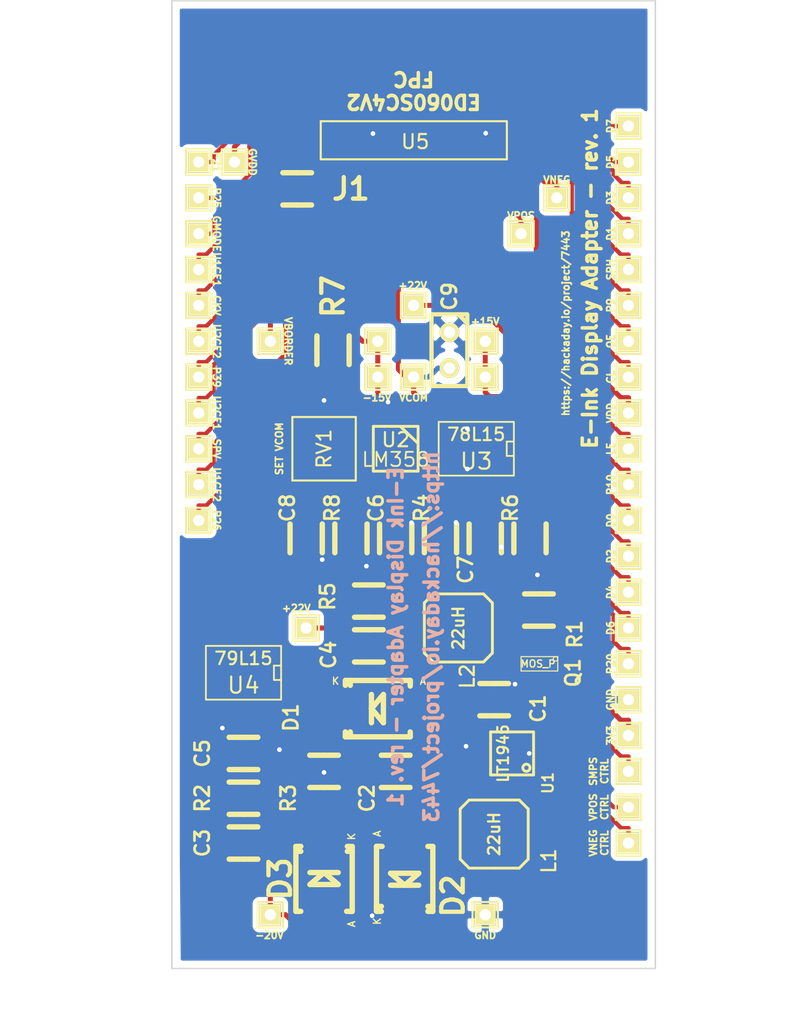
<source format=kicad_pcb>
(kicad_pcb (version 3) (host pcbnew "(25-Oct-2014 BZR 4029)-stable")

  (general
    (links 115)
    (no_connects 0)
    (area 64.795001 64.719999 121.895 137.09)
    (thickness 1.6)
    (drawings 58)
    (tracks 553)
    (zones 0)
    (modules 75)
    (nets 52)
  )

  (page A3)
  (layers
    (15 F.Cu signal)
    (0 B.Cu power hide)
    (16 B.Adhes user)
    (17 F.Adhes user)
    (18 B.Paste user)
    (19 F.Paste user)
    (20 B.SilkS user hide)
    (21 F.SilkS user)
    (22 B.Mask user)
    (23 F.Mask user)
    (24 Dwgs.User user)
    (25 Cmts.User user)
    (26 Eco1.User user)
    (27 Eco2.User user)
    (28 Edge.Cuts user)
  )

  (setup
    (last_trace_width 0.3048)
    (trace_clearance 0.1524)
    (zone_clearance 0.508)
    (zone_45_only no)
    (trace_min 0.1524)
    (segment_width 0.2)
    (edge_width 0.1)
    (via_size 0.6858)
    (via_drill 0.3302)
    (via_min_size 0.6858)
    (via_min_drill 0.3302)
    (uvia_size 0.6858)
    (uvia_drill 0.3302)
    (uvias_allowed no)
    (uvia_min_size 0.6858)
    (uvia_min_drill 0.3302)
    (pcb_text_width 0.3)
    (pcb_text_size 1.5 1.5)
    (mod_edge_width 0.15)
    (mod_text_size 1 1)
    (mod_text_width 0.15)
    (pad_size 0.381 1.27)
    (pad_drill 0)
    (pad_to_mask_clearance 0)
    (aux_axis_origin 0 0)
    (visible_elements 7FFFBB3F)
    (pcbplotparams
      (layerselection 284196865)
      (usegerberextensions true)
      (excludeedgelayer true)
      (linewidth 0.150000)
      (plotframeref false)
      (viasonmask false)
      (mode 1)
      (useauxorigin false)
      (hpglpennumber 1)
      (hpglpenspeed 20)
      (hpglpendiameter 15)
      (hpglpenoverlay 2)
      (psnegative false)
      (psa4output false)
      (plotreference true)
      (plotvalue true)
      (plotothertext true)
      (plotinvisibletext false)
      (padsonsilk false)
      (subtractmaskfromsilk true)
      (outputformat 1)
      (mirror false)
      (drillshape 0)
      (scaleselection 1)
      (outputdirectory ../gerber/))
  )

  (net 0 "")
  (net 1 /+15V)
  (net 2 /+22V)
  (net 3 /+3.3V)
  (net 4 /-15V)
  (net 5 /-20V)
  (net 6 /CKV)
  (net 7 /CL)
  (net 8 /D0)
  (net 9 /D1)
  (net 10 /D2)
  (net 11 /D3)
  (net 12 /D4)
  (net 13 /D5)
  (net 14 /D6)
  (net 15 /D7)
  (net 16 /FB2)
  (net 17 /GMODE)
  (net 18 /GVDD)
  (net 19 /LE)
  (net 20 /NFB1)
  (net 21 /OE)
  (net 22 /P10)
  (net 23 /P20)
  (net 24 /P21)
  (net 25 /P25)
  (net 26 /P26)
  (net 27 /P39)
  (net 28 /P9)
  (net 29 /SMPS_CTRL)
  (net 30 /SMPS_VIN)
  (net 31 /SPH)
  (net 32 /SPV)
  (net 33 /SW1)
  (net 34 /SW2)
  (net 35 /U1CE1)
  (net 36 /U1CE2)
  (net 37 /U2CE1)
  (net 38 /U2CE2)
  (net 39 /VBORDER)
  (net 40 /VCOM)
  (net 41 /VDD)
  (net 42 /VNEG)
  (net 43 /VNEG_CTRL)
  (net 44 /VPOS)
  (net 45 /VPOS_CTRL)
  (net 46 GND)
  (net 47 N-0000013)
  (net 48 N-0000025)
  (net 49 N-0000029)
  (net 50 N-0000030)
  (net 51 N-0000051)

  (net_class Default "This is the default net class."
    (clearance 0.1524)
    (trace_width 0.3048)
    (via_dia 0.6858)
    (via_drill 0.3302)
    (uvia_dia 0.6858)
    (uvia_drill 0.3302)
    (add_net "")
    (add_net /CKV)
    (add_net /CL)
    (add_net /FB2)
    (add_net /NFB1)
    (add_net /P10)
    (add_net /P20)
    (add_net /P21)
    (add_net /P25)
    (add_net /P26)
    (add_net /P39)
    (add_net /P9)
    (add_net /SMPS_CTRL)
    (add_net /SW1)
    (add_net /SW2)
    (add_net /VNEG_CTRL)
    (add_net /VPOS_CTRL)
    (add_net N-0000013)
    (add_net N-0000025)
    (add_net N-0000029)
    (add_net N-0000051)
  )

  (net_class logic ""
    (clearance 0.1524)
    (trace_width 0.3048)
    (via_dia 0.6858)
    (via_drill 0.3302)
    (uvia_dia 0.6858)
    (uvia_drill 0.3302)
    (add_net /D0)
    (add_net /D1)
    (add_net /D2)
    (add_net /D3)
    (add_net /D4)
    (add_net /D5)
    (add_net /D6)
    (add_net /D7)
    (add_net /GMODE)
    (add_net /LE)
    (add_net /OE)
    (add_net /SPH)
    (add_net /SPV)
    (add_net /U1CE1)
    (add_net /U1CE2)
    (add_net /U2CE1)
    (add_net /U2CE2)
    (add_net N-0000030)
  )

  (net_class power ""
    (clearance 0.1524)
    (trace_width 0.3556)
    (via_dia 0.6858)
    (via_drill 0.3302)
    (uvia_dia 0.6858)
    (uvia_drill 0.3302)
    (add_net /+15V)
    (add_net /+22V)
    (add_net /+3.3V)
    (add_net /-15V)
    (add_net /-20V)
    (add_net /GVDD)
    (add_net /SMPS_VIN)
    (add_net /VBORDER)
    (add_net /VCOM)
    (add_net /VDD)
    (add_net /VNEG)
    (add_net /VPOS)
    (add_net GND)
  )

  (module FH26-39S-0.3SHW (layer F.Cu) (tedit 5622A4A8) (tstamp 562299C7)
    (at 99.695 73.66 180)
    (path /55E225B4)
    (fp_text reference U5 (at 5.6 -1.1 180) (layer F.SilkS)
      (effects (font (size 1 1) (thickness 0.15)))
    )
    (fp_text value ED060SC4V2-FPC (at 5.715 -3.81 180) (layer F.SilkS) hide
      (effects (font (size 1 1) (thickness 0.15)))
    )
    (fp_line (start -0.9 0.35) (end 12.3 0.35) (layer F.SilkS) (width 0.15))
    (fp_line (start -0.9 -2.35) (end -0.9 0.35) (layer F.SilkS) (width 0.15))
    (fp_line (start 12.3 -2.35) (end -0.9 -2.35) (layer F.SilkS) (width 0.15))
    (fp_line (start 12.3 0.35) (end 12.3 -2.35) (layer F.SilkS) (width 0.15))
    (pad 1 smd rect (at 0 0 180) (size 0.3 0.8) (drill (offset 0 0.4))
      (layers F.Cu F.Paste F.Mask)
      (net 42 /VNEG)
    )
    (pad 2 smd rect (at 0.3 -2.15 180) (size 0.3 0.65)
      (layers F.Cu F.Paste F.Mask)
      (net 44 /VPOS)
    )
    (pad 3 smd rect (at 0.6 0 180) (size 0.3 0.8) (drill (offset 0 0.4))
      (layers F.Cu F.Paste F.Mask)
      (net 46 GND)
    )
    (pad 4 smd rect (at 0.9 -2.15 180) (size 0.3 0.65)
      (layers F.Cu F.Paste F.Mask)
      (net 41 /VDD)
    )
    (pad 5 smd rect (at 1.2 0 180) (size 0.3 0.8) (drill (offset 0 0.4))
      (layers F.Cu F.Paste F.Mask)
      (net 7 /CL)
    )
    (pad 6 smd rect (at 1.5 -2.15 180) (size 0.3 0.65)
      (layers F.Cu F.Paste F.Mask)
      (net 19 /LE)
    )
    (pad 7 smd rect (at 1.8 0 180) (size 0.3 0.8) (drill (offset 0 0.4))
      (layers F.Cu F.Paste F.Mask)
      (net 21 /OE)
    )
    (pad 8 smd rect (at 2.1 -2.15 180) (size 0.3 0.65)
      (layers F.Cu F.Paste F.Mask)
      (net 46 GND)
    )
    (pad 9 smd rect (at 2.4 0 180) (size 0.3 0.8) (drill (offset 0 0.4))
      (layers F.Cu F.Paste F.Mask)
      (net 28 /P9)
    )
    (pad 10 smd rect (at 2.7 -2.15 180) (size 0.3 0.65)
      (layers F.Cu F.Paste F.Mask)
      (net 22 /P10)
    )
    (pad 11 smd rect (at 3 0 180) (size 0.3 0.8) (drill (offset 0 0.4))
      (layers F.Cu F.Paste F.Mask)
      (net 31 /SPH)
    )
    (pad 12 smd rect (at 3.3 -2.15 180) (size 0.3 0.65)
      (layers F.Cu F.Paste F.Mask)
      (net 8 /D0)
    )
    (pad 13 smd rect (at 3.6 0 180) (size 0.3 0.8) (drill (offset 0 0.4))
      (layers F.Cu F.Paste F.Mask)
      (net 9 /D1)
    )
    (pad 14 smd rect (at 3.9 -2.15 180) (size 0.3 0.65)
      (layers F.Cu F.Paste F.Mask)
      (net 10 /D2)
    )
    (pad 15 smd rect (at 4.2 0 180) (size 0.3 0.8) (drill (offset 0 0.4))
      (layers F.Cu F.Paste F.Mask)
      (net 11 /D3)
    )
    (pad 16 smd rect (at 4.5 -2.15 180) (size 0.3 0.65)
      (layers F.Cu F.Paste F.Mask)
      (net 12 /D4)
    )
    (pad 17 smd rect (at 4.8 0 180) (size 0.3 0.8) (drill (offset 0 0.4))
      (layers F.Cu F.Paste F.Mask)
      (net 13 /D5)
    )
    (pad 18 smd rect (at 5.1 -2.15 180) (size 0.3 0.65)
      (layers F.Cu F.Paste F.Mask)
      (net 14 /D6)
    )
    (pad 19 smd rect (at 5.4 0 180) (size 0.3 0.8) (drill (offset 0 0.4))
      (layers F.Cu F.Paste F.Mask)
      (net 15 /D7)
    )
    (pad 20 smd rect (at 5.7 -2.15 180) (size 0.3 0.65)
      (layers F.Cu F.Paste F.Mask)
      (net 23 /P20)
    )
    (pad 21 smd rect (at 6 0 180) (size 0.3 0.8) (drill (offset 0 0.4))
      (layers F.Cu F.Paste F.Mask)
      (net 24 /P21)
    )
    (pad 22 smd rect (at 6.3 -2.15 180) (size 0.3 0.65)
      (layers F.Cu F.Paste F.Mask)
      (net 40 /VCOM)
    )
    (pad 23 smd rect (at 6.6 0 180) (size 0.3 0.8) (drill (offset 0 0.4))
      (layers F.Cu F.Paste F.Mask)
      (net 18 /GVDD)
    )
    (pad 24 smd rect (at 6.9 -2.15 180) (size 0.3 0.65)
      (layers F.Cu F.Paste F.Mask)
      (net 5 /-20V)
    )
    (pad 25 smd rect (at 7.2 0 180) (size 0.3 0.8) (drill (offset 0 0.4))
      (layers F.Cu F.Paste F.Mask)
      (net 25 /P25)
    )
    (pad 26 smd rect (at 7.5 -2.15 180) (size 0.3 0.65)
      (layers F.Cu F.Paste F.Mask)
      (net 26 /P26)
    )
    (pad 27 smd rect (at 7.8 0 180) (size 0.3 0.8) (drill (offset 0 0.4))
      (layers F.Cu F.Paste F.Mask)
      (net 17 /GMODE)
    )
    (pad 28 smd rect (at 8.1 -2.15 180) (size 0.3 0.65)
      (layers F.Cu F.Paste F.Mask)
      (net 17 /GMODE)
    )
    (pad 29 smd rect (at 8.4 0 180) (size 0.3 0.8) (drill (offset 0 0.4))
      (layers F.Cu F.Paste F.Mask)
      (net 46 GND)
    )
    (pad 30 smd rect (at 8.7 -2.15 180) (size 0.3 0.65)
      (layers F.Cu F.Paste F.Mask)
      (net 36 /U1CE2)
    )
    (pad 31 smd rect (at 9 0 180) (size 0.3 0.8) (drill (offset 0 0.4))
      (layers F.Cu F.Paste F.Mask)
      (net 35 /U1CE1)
    )
    (pad 32 smd rect (at 9.3 -2.15 180) (size 0.3 0.65)
      (layers F.Cu F.Paste F.Mask)
      (net 32 /SPV)
    )
    (pad 33 smd rect (at 9.6 0 180) (size 0.3 0.8) (drill (offset 0 0.4))
      (layers F.Cu F.Paste F.Mask)
      (net 6 /CKV)
    )
    (pad 34 smd rect (at 9.9 -2.15 180) (size 0.3 0.65)
      (layers F.Cu F.Paste F.Mask)
      (net 39 /VBORDER)
    )
    (pad 35 smd rect (at 10.2 0 180) (size 0.3 0.8) (drill (offset 0 0.4))
      (layers F.Cu F.Paste F.Mask)
      (net 38 /U2CE2)
    )
    (pad 36 smd rect (at 10.5 -2.15 180) (size 0.3 0.65)
      (layers F.Cu F.Paste F.Mask)
      (net 37 /U2CE1)
    )
    (pad 37 smd rect (at 10.8 0 180) (size 0.3 0.8) (drill (offset 0 0.4))
      (layers F.Cu F.Paste F.Mask)
      (net 32 /SPV)
    )
    (pad 38 smd rect (at 11.1 -2.15 180) (size 0.3 0.65)
      (layers F.Cu F.Paste F.Mask)
      (net 50 N-0000030)
    )
    (pad 39 smd rect (at 11.4 0 180) (size 0.3 0.8) (drill (offset 0 0.4))
      (layers F.Cu F.Paste F.Mask)
      (net 27 /P39)
    )
    (pad X2 smd rect (at 11.9 -0.35 180) (size 0.4 0.95) (drill (offset 0.2 0.475))
      (layers F.Cu F.Paste F.Mask)
    )
    (pad X1 smd rect (at -0.5 -0.35 180) (size 0.4 0.95) (drill (offset -0.2 0.475))
      (layers F.Cu F.Paste F.Mask)
    )
  )

  (module SIL-1 (layer F.Cu) (tedit 560AF2FD) (tstamp 55FA689E)
    (at 109.22 76.2 270)
    (descr "Connecteurs 1 pin")
    (tags "CONN DEV")
    (path /55F95741)
    (fp_text reference P24 (at 0 -1.7 270) (layer F.SilkS) hide
      (effects (font (size 0.8 0.8) (thickness 0.15)))
    )
    (fp_text value CONN_1 (at 0.1 -1.7 270) (layer F.SilkS) hide
      (effects (font (size 0.8 0.8) (thickness 0.15)))
    )
    (fp_line (start -0.9 -0.9) (end 0.9 -0.9) (layer F.SilkS) (width 0.15))
    (fp_line (start 0.9 -0.9) (end 0.9 0.9) (layer F.SilkS) (width 0.15))
    (fp_line (start 0.9 0.9) (end -0.9 0.9) (layer F.SilkS) (width 0.15))
    (fp_line (start -0.9 0.9) (end -0.9 -0.9) (layer F.SilkS) (width 0.15))
    (pad 1 thru_hole rect (at 0 0 270) (size 1.5 1.5) (drill 0.8)
      (layers *.Cu *.Mask F.SilkS)
      (net 13 /D5)
    )
  )

  (module SIL-1 (layer F.Cu) (tedit 560AF2E1) (tstamp 55FA6894)
    (at 109.22 106.68 270)
    (descr "Connecteurs 1 pin")
    (tags "CONN DEV")
    (path /55F95747)
    (fp_text reference P23 (at 0 -1.7 270) (layer F.SilkS) hide
      (effects (font (size 0.8 0.8) (thickness 0.15)))
    )
    (fp_text value CONN_1 (at 0.1 -1.7 270) (layer F.SilkS) hide
      (effects (font (size 0.8 0.8) (thickness 0.15)))
    )
    (fp_line (start -0.9 -0.9) (end 0.9 -0.9) (layer F.SilkS) (width 0.15))
    (fp_line (start 0.9 -0.9) (end 0.9 0.9) (layer F.SilkS) (width 0.15))
    (fp_line (start 0.9 0.9) (end -0.9 0.9) (layer F.SilkS) (width 0.15))
    (fp_line (start -0.9 0.9) (end -0.9 -0.9) (layer F.SilkS) (width 0.15))
    (pad 1 thru_hole rect (at 0 0 270) (size 1.5 1.5) (drill 0.8)
      (layers *.Cu *.Mask F.SilkS)
      (net 12 /D4)
    )
  )

  (module SIL-1 (layer F.Cu) (tedit 560AF2FB) (tstamp 55FA688A)
    (at 109.22 78.74 270)
    (descr "Connecteurs 1 pin")
    (tags "CONN DEV")
    (path /55F9574D)
    (fp_text reference P22 (at 0 -1.7 270) (layer F.SilkS) hide
      (effects (font (size 0.8 0.8) (thickness 0.15)))
    )
    (fp_text value CONN_1 (at 0.1 -1.7 270) (layer F.SilkS) hide
      (effects (font (size 0.8 0.8) (thickness 0.15)))
    )
    (fp_line (start -0.9 -0.9) (end 0.9 -0.9) (layer F.SilkS) (width 0.15))
    (fp_line (start 0.9 -0.9) (end 0.9 0.9) (layer F.SilkS) (width 0.15))
    (fp_line (start 0.9 0.9) (end -0.9 0.9) (layer F.SilkS) (width 0.15))
    (fp_line (start -0.9 0.9) (end -0.9 -0.9) (layer F.SilkS) (width 0.15))
    (pad 1 thru_hole rect (at 0 0 270) (size 1.5 1.5) (drill 0.8)
      (layers *.Cu *.Mask F.SilkS)
      (net 11 /D3)
    )
  )

  (module SIL-1 (layer F.Cu) (tedit 560AF2E3) (tstamp 55FA6880)
    (at 109.22 104.14 270)
    (descr "Connecteurs 1 pin")
    (tags "CONN DEV")
    (path /55F95753)
    (fp_text reference P21 (at 0 -1.7 270) (layer F.SilkS) hide
      (effects (font (size 0.8 0.8) (thickness 0.15)))
    )
    (fp_text value CONN_1 (at 0.1 -1.7 270) (layer F.SilkS) hide
      (effects (font (size 0.8 0.8) (thickness 0.15)))
    )
    (fp_line (start -0.9 -0.9) (end 0.9 -0.9) (layer F.SilkS) (width 0.15))
    (fp_line (start 0.9 -0.9) (end 0.9 0.9) (layer F.SilkS) (width 0.15))
    (fp_line (start 0.9 0.9) (end -0.9 0.9) (layer F.SilkS) (width 0.15))
    (fp_line (start -0.9 0.9) (end -0.9 -0.9) (layer F.SilkS) (width 0.15))
    (pad 1 thru_hole rect (at 0 0 270) (size 1.5 1.5) (drill 0.8)
      (layers *.Cu *.Mask F.SilkS)
      (net 10 /D2)
    )
  )

  (module SIL-1 (layer F.Cu) (tedit 560AF33E) (tstamp 560354E3)
    (at 81.28 76.2 180)
    (descr "Connecteurs 1 pin")
    (tags "CONN DEV")
    (path /5603263A)
    (fp_text reference P29 (at 0 -1.7 180) (layer F.SilkS) hide
      (effects (font (size 0.8 0.8) (thickness 0.15)))
    )
    (fp_text value CONN_1 (at 0.1 -1.7 180) (layer F.SilkS) hide
      (effects (font (size 0.8 0.8) (thickness 0.15)))
    )
    (fp_line (start -0.9 -0.9) (end 0.9 -0.9) (layer F.SilkS) (width 0.15))
    (fp_line (start 0.9 -0.9) (end 0.9 0.9) (layer F.SilkS) (width 0.15))
    (fp_line (start 0.9 0.9) (end -0.9 0.9) (layer F.SilkS) (width 0.15))
    (fp_line (start -0.9 0.9) (end -0.9 -0.9) (layer F.SilkS) (width 0.15))
    (pad 1 thru_hole rect (at 0 0 180) (size 1.5 1.5) (drill 0.8)
      (layers *.Cu *.Mask F.SilkS)
      (net 18 /GVDD)
    )
  )

  (module SIL-1 (layer F.Cu) (tedit 560AF33A) (tstamp 5622C0CD)
    (at 101.6 81.28)
    (descr "Connecteurs 1 pin")
    (tags "CONN DEV")
    (path /560329B3)
    (fp_text reference P11 (at 0 -1.7) (layer F.SilkS) hide
      (effects (font (size 0.8 0.8) (thickness 0.15)))
    )
    (fp_text value CONN_1 (at 0.1 -1.7) (layer F.SilkS) hide
      (effects (font (size 0.8 0.8) (thickness 0.15)))
    )
    (fp_line (start -0.9 -0.9) (end 0.9 -0.9) (layer F.SilkS) (width 0.15))
    (fp_line (start 0.9 -0.9) (end 0.9 0.9) (layer F.SilkS) (width 0.15))
    (fp_line (start 0.9 0.9) (end -0.9 0.9) (layer F.SilkS) (width 0.15))
    (fp_line (start -0.9 0.9) (end -0.9 -0.9) (layer F.SilkS) (width 0.15))
    (pad 1 thru_hole rect (at 0 0) (size 1.5 1.5) (drill 0.8)
      (layers *.Cu *.Mask F.SilkS)
      (net 44 /VPOS)
    )
  )

  (module SIL-1 (layer F.Cu) (tedit 560AF338) (tstamp 5622C0C3)
    (at 104.14 78.74)
    (descr "Connecteurs 1 pin")
    (tags "CONN DEV")
    (path /560329B9)
    (fp_text reference P10 (at 0 -1.7) (layer F.SilkS) hide
      (effects (font (size 0.8 0.8) (thickness 0.15)))
    )
    (fp_text value CONN_1 (at 0.1 -1.7) (layer F.SilkS) hide
      (effects (font (size 0.8 0.8) (thickness 0.15)))
    )
    (fp_line (start -0.9 -0.9) (end 0.9 -0.9) (layer F.SilkS) (width 0.15))
    (fp_line (start 0.9 -0.9) (end 0.9 0.9) (layer F.SilkS) (width 0.15))
    (fp_line (start 0.9 0.9) (end -0.9 0.9) (layer F.SilkS) (width 0.15))
    (fp_line (start -0.9 0.9) (end -0.9 -0.9) (layer F.SilkS) (width 0.15))
    (pad 1 thru_hole rect (at 0 0) (size 1.5 1.5) (drill 0.8)
      (layers *.Cu *.Mask F.SilkS)
      (net 42 /VNEG)
    )
  )

  (module SIL-1 (layer F.Cu) (tedit 560AF308) (tstamp 56032E80)
    (at 109.22 121.92 270)
    (descr "Connecteurs 1 pin")
    (tags "CONN DEV")
    (path /55F8A65F)
    (fp_text reference P4 (at 0 -1.7 270) (layer F.SilkS) hide
      (effects (font (size 0.8 0.8) (thickness 0.15)))
    )
    (fp_text value CONN_1 (at 0.1 -1.7 270) (layer F.SilkS) hide
      (effects (font (size 0.8 0.8) (thickness 0.15)))
    )
    (fp_line (start -0.9 -0.9) (end 0.9 -0.9) (layer F.SilkS) (width 0.15))
    (fp_line (start 0.9 -0.9) (end 0.9 0.9) (layer F.SilkS) (width 0.15))
    (fp_line (start 0.9 0.9) (end -0.9 0.9) (layer F.SilkS) (width 0.15))
    (fp_line (start -0.9 0.9) (end -0.9 -0.9) (layer F.SilkS) (width 0.15))
    (pad 1 thru_hole rect (at 0 0 270) (size 1.5 1.5) (drill 0.8)
      (layers *.Cu *.Mask F.SilkS)
      (net 45 /VPOS_CTRL)
    )
  )

  (module SIL-1 (layer F.Cu) (tedit 560AF5D4) (tstamp 55FC57EF)
    (at 83.82 129.54 180)
    (descr "Connecteurs 1 pin")
    (tags "CONN DEV")
    (path /55F88907)
    (fp_text reference TP3 (at 0 -1.7 180) (layer F.SilkS) hide
      (effects (font (size 0.8 0.8) (thickness 0.15)))
    )
    (fp_text value CONN_1 (at 0.1 -1.7 180) (layer F.SilkS) hide
      (effects (font (size 0.8 0.8) (thickness 0.15)))
    )
    (fp_line (start -0.9 -0.9) (end 0.9 -0.9) (layer F.SilkS) (width 0.15))
    (fp_line (start 0.9 -0.9) (end 0.9 0.9) (layer F.SilkS) (width 0.15))
    (fp_line (start 0.9 0.9) (end -0.9 0.9) (layer F.SilkS) (width 0.15))
    (fp_line (start -0.9 0.9) (end -0.9 -0.9) (layer F.SilkS) (width 0.15))
    (pad 1 thru_hole rect (at 0 0 180) (size 1.5 1.5) (drill 0.8)
      (layers *.Cu *.Mask F.SilkS)
      (net 5 /-20V)
    )
  )

  (module SIL-1 (layer F.Cu) (tedit 560AF5D8) (tstamp 560AF232)
    (at 99.06 129.54 180)
    (descr "Connecteurs 1 pin")
    (tags "CONN DEV")
    (path /55F8890D)
    (fp_text reference TP1 (at 0 -1.7 180) (layer F.SilkS) hide
      (effects (font (size 0.8 0.8) (thickness 0.15)))
    )
    (fp_text value CONN_1 (at 0.1 -1.7 180) (layer F.SilkS) hide
      (effects (font (size 0.8 0.8) (thickness 0.15)))
    )
    (fp_line (start -0.9 -0.9) (end 0.9 -0.9) (layer F.SilkS) (width 0.15))
    (fp_line (start 0.9 -0.9) (end 0.9 0.9) (layer F.SilkS) (width 0.15))
    (fp_line (start 0.9 0.9) (end -0.9 0.9) (layer F.SilkS) (width 0.15))
    (fp_line (start -0.9 0.9) (end -0.9 -0.9) (layer F.SilkS) (width 0.15))
    (pad 1 thru_hole rect (at 0 0 180) (size 1.5 1.5) (drill 0.8)
      (layers *.Cu *.Mask F.SilkS)
      (net 46 GND)
    )
  )

  (module SIL-1 (layer F.Cu) (tedit 560AF2CD) (tstamp 55FA683A)
    (at 78.74 76.2 90)
    (descr "Connecteurs 1 pin")
    (tags "CONN DEV")
    (path /55F95A08)
    (fp_text reference P28 (at 0 -1.7 90) (layer F.SilkS) hide
      (effects (font (size 0.8 0.8) (thickness 0.15)))
    )
    (fp_text value CONN_1 (at 0.1 -1.7 90) (layer F.SilkS) hide
      (effects (font (size 0.8 0.8) (thickness 0.15)))
    )
    (fp_line (start -0.9 -0.9) (end 0.9 -0.9) (layer F.SilkS) (width 0.15))
    (fp_line (start 0.9 -0.9) (end 0.9 0.9) (layer F.SilkS) (width 0.15))
    (fp_line (start 0.9 0.9) (end -0.9 0.9) (layer F.SilkS) (width 0.15))
    (fp_line (start -0.9 0.9) (end -0.9 -0.9) (layer F.SilkS) (width 0.15))
    (pad 1 thru_hole rect (at 0 0 90) (size 1.5 1.5) (drill 0.8)
      (layers *.Cu *.Mask F.SilkS)
      (net 24 /P21)
    )
  )

  (module SIL-1 (layer F.Cu) (tedit 560AF32E) (tstamp 56033CF2)
    (at 99.06 88.9)
    (descr "Connecteurs 1 pin")
    (tags "CONN DEV")
    (path /5603345B)
    (fp_text reference P6 (at 1.905 0) (layer F.SilkS) hide
      (effects (font (size 0.8 0.8) (thickness 0.15)))
    )
    (fp_text value CONN_1 (at 0.1 -1.7) (layer F.SilkS) hide
      (effects (font (size 0.8 0.8) (thickness 0.15)))
    )
    (fp_line (start -0.9 -0.9) (end 0.9 -0.9) (layer F.SilkS) (width 0.15))
    (fp_line (start 0.9 -0.9) (end 0.9 0.9) (layer F.SilkS) (width 0.15))
    (fp_line (start 0.9 0.9) (end -0.9 0.9) (layer F.SilkS) (width 0.15))
    (fp_line (start -0.9 0.9) (end -0.9 -0.9) (layer F.SilkS) (width 0.15))
    (pad 1 thru_hole rect (at 0 0) (size 1.5 1.5) (drill 0.8)
      (layers *.Cu *.Mask F.SilkS)
      (net 1 /+15V)
    )
  )

  (module SIL-1 (layer F.Cu) (tedit 560AF32C) (tstamp 55FA6826)
    (at 93.98 86.36)
    (descr "Connecteurs 1 pin")
    (tags "CONN DEV")
    (path /56032640)
    (fp_text reference P7 (at 0 -1.7) (layer F.SilkS) hide
      (effects (font (size 0.8 0.8) (thickness 0.15)))
    )
    (fp_text value CONN_1 (at 0.1 -1.7) (layer F.SilkS) hide
      (effects (font (size 0.8 0.8) (thickness 0.15)))
    )
    (fp_line (start -0.9 -0.9) (end 0.9 -0.9) (layer F.SilkS) (width 0.15))
    (fp_line (start 0.9 -0.9) (end 0.9 0.9) (layer F.SilkS) (width 0.15))
    (fp_line (start 0.9 0.9) (end -0.9 0.9) (layer F.SilkS) (width 0.15))
    (fp_line (start -0.9 0.9) (end -0.9 -0.9) (layer F.SilkS) (width 0.15))
    (pad 1 thru_hole rect (at 0 0) (size 1.5 1.5) (drill 0.8)
      (layers *.Cu *.Mask F.SilkS)
      (net 2 /+22V)
    )
  )

  (module SIL-1 (layer F.Cu) (tedit 560AF327) (tstamp 560AEA9A)
    (at 91.44 88.9)
    (descr "Connecteurs 1 pin")
    (tags "CONN DEV")
    (path /56033455)
    (fp_text reference P9 (at 0 -1.27) (layer F.SilkS) hide
      (effects (font (size 0.8 0.8) (thickness 0.15)))
    )
    (fp_text value CONN_1 (at 0.1 -1.7) (layer F.SilkS) hide
      (effects (font (size 0.8 0.8) (thickness 0.15)))
    )
    (fp_line (start -0.9 -0.9) (end 0.9 -0.9) (layer F.SilkS) (width 0.15))
    (fp_line (start 0.9 -0.9) (end 0.9 0.9) (layer F.SilkS) (width 0.15))
    (fp_line (start 0.9 0.9) (end -0.9 0.9) (layer F.SilkS) (width 0.15))
    (fp_line (start -0.9 0.9) (end -0.9 -0.9) (layer F.SilkS) (width 0.15))
    (pad 1 thru_hole rect (at 0 0) (size 1.5 1.5) (drill 0.8)
      (layers *.Cu *.Mask F.SilkS)
      (net 4 /-15V)
    )
  )

  (module SIL-1 (layer F.Cu) (tedit 560AF2EB) (tstamp 55FA6808)
    (at 109.22 93.98 270)
    (descr "Connecteurs 1 pin")
    (tags "CONN DEV")
    (path /55F8A5D9)
    (fp_text reference P12 (at 0 -1.7 270) (layer F.SilkS) hide
      (effects (font (size 0.8 0.8) (thickness 0.15)))
    )
    (fp_text value CONN_1 (at 0.1 -1.7 270) (layer F.SilkS) hide
      (effects (font (size 0.8 0.8) (thickness 0.15)))
    )
    (fp_line (start -0.9 -0.9) (end 0.9 -0.9) (layer F.SilkS) (width 0.15))
    (fp_line (start 0.9 -0.9) (end 0.9 0.9) (layer F.SilkS) (width 0.15))
    (fp_line (start 0.9 0.9) (end -0.9 0.9) (layer F.SilkS) (width 0.15))
    (fp_line (start -0.9 0.9) (end -0.9 -0.9) (layer F.SilkS) (width 0.15))
    (pad 1 thru_hole rect (at 0 0 270) (size 1.5 1.5) (drill 0.8)
      (layers *.Cu *.Mask F.SilkS)
      (net 41 /VDD)
    )
  )

  (module SIL-1 (layer F.Cu) (tedit 560AF2AE) (tstamp 560AEC60)
    (at 109.22 111.76 90)
    (descr "Connecteurs 1 pin")
    (tags "CONN DEV")
    (path /55F95A0E)
    (fp_text reference P27 (at 0 -1.905 90) (layer F.SilkS) hide
      (effects (font (size 0.8 0.8) (thickness 0.15)))
    )
    (fp_text value CONN_1 (at 0.1 -1.7 90) (layer F.SilkS) hide
      (effects (font (size 0.8 0.8) (thickness 0.15)))
    )
    (fp_line (start -0.9 -0.9) (end 0.9 -0.9) (layer F.SilkS) (width 0.15))
    (fp_line (start 0.9 -0.9) (end 0.9 0.9) (layer F.SilkS) (width 0.15))
    (fp_line (start 0.9 0.9) (end -0.9 0.9) (layer F.SilkS) (width 0.15))
    (fp_line (start -0.9 0.9) (end -0.9 -0.9) (layer F.SilkS) (width 0.15))
    (pad 1 thru_hole rect (at 0 0 90) (size 1.5 1.5) (drill 0.8)
      (layers *.Cu *.Mask F.SilkS)
      (net 23 /P20)
    )
  )

  (module SIL-1 (layer F.Cu) (tedit 560AF2FF) (tstamp 560AED31)
    (at 109.22 73.66 270)
    (descr "Connecteurs 1 pin")
    (tags "CONN DEV")
    (path /55F8A641)
    (fp_text reference P26 (at 0 -1.7 270) (layer F.SilkS) hide
      (effects (font (size 0.8 0.8) (thickness 0.15)))
    )
    (fp_text value CONN_1 (at 0.1 -1.7 270) (layer F.SilkS) hide
      (effects (font (size 0.8 0.8) (thickness 0.15)))
    )
    (fp_line (start -0.9 -0.9) (end 0.9 -0.9) (layer F.SilkS) (width 0.15))
    (fp_line (start 0.9 -0.9) (end 0.9 0.9) (layer F.SilkS) (width 0.15))
    (fp_line (start 0.9 0.9) (end -0.9 0.9) (layer F.SilkS) (width 0.15))
    (fp_line (start -0.9 0.9) (end -0.9 -0.9) (layer F.SilkS) (width 0.15))
    (pad 1 thru_hole rect (at 0 0 270) (size 1.5 1.5) (drill 0.8)
      (layers *.Cu *.Mask F.SilkS)
      (net 15 /D7)
    )
  )

  (module SIL-1 (layer F.Cu) (tedit 560AF2DF) (tstamp 55FA67EA)
    (at 109.22 109.22 270)
    (descr "Connecteurs 1 pin")
    (tags "CONN DEV")
    (path /55F9573B)
    (fp_text reference P25 (at 0 -1.7 270) (layer F.SilkS) hide
      (effects (font (size 0.8 0.8) (thickness 0.15)))
    )
    (fp_text value CONN_1 (at 0.1 -1.7 270) (layer F.SilkS) hide
      (effects (font (size 0.8 0.8) (thickness 0.15)))
    )
    (fp_line (start -0.9 -0.9) (end 0.9 -0.9) (layer F.SilkS) (width 0.15))
    (fp_line (start 0.9 -0.9) (end 0.9 0.9) (layer F.SilkS) (width 0.15))
    (fp_line (start 0.9 0.9) (end -0.9 0.9) (layer F.SilkS) (width 0.15))
    (fp_line (start -0.9 0.9) (end -0.9 -0.9) (layer F.SilkS) (width 0.15))
    (pad 1 thru_hole rect (at 0 0 270) (size 1.5 1.5) (drill 0.8)
      (layers *.Cu *.Mask F.SilkS)
      (net 14 /D6)
    )
  )

  (module SIL-1 (layer F.Cu) (tedit 560AF2F9) (tstamp 55FA67E0)
    (at 109.22 81.28 270)
    (descr "Connecteurs 1 pin")
    (tags "CONN DEV")
    (path /55F95759)
    (fp_text reference P20 (at 0 -1.7 270) (layer F.SilkS) hide
      (effects (font (size 0.8 0.8) (thickness 0.15)))
    )
    (fp_text value CONN_1 (at 0.1 -1.7 270) (layer F.SilkS) hide
      (effects (font (size 0.8 0.8) (thickness 0.15)))
    )
    (fp_line (start -0.9 -0.9) (end 0.9 -0.9) (layer F.SilkS) (width 0.15))
    (fp_line (start 0.9 -0.9) (end 0.9 0.9) (layer F.SilkS) (width 0.15))
    (fp_line (start 0.9 0.9) (end -0.9 0.9) (layer F.SilkS) (width 0.15))
    (fp_line (start -0.9 0.9) (end -0.9 -0.9) (layer F.SilkS) (width 0.15))
    (pad 1 thru_hole rect (at 0 0 270) (size 1.5 1.5) (drill 0.8)
      (layers *.Cu *.Mask F.SilkS)
      (net 9 /D1)
    )
  )

  (module SIL-1 (layer F.Cu) (tedit 560AF305) (tstamp 56032E94)
    (at 109.22 116.84 270)
    (descr "Connecteurs 1 pin")
    (tags "CONN DEV")
    (path /55F8A64D)
    (fp_text reference P1 (at 0 -1.7 270) (layer F.SilkS) hide
      (effects (font (size 0.8 0.8) (thickness 0.15)))
    )
    (fp_text value CONN_1 (at 0.1 -1.7 270) (layer F.SilkS) hide
      (effects (font (size 0.8 0.8) (thickness 0.15)))
    )
    (fp_line (start -0.9 -0.9) (end 0.9 -0.9) (layer F.SilkS) (width 0.15))
    (fp_line (start 0.9 -0.9) (end 0.9 0.9) (layer F.SilkS) (width 0.15))
    (fp_line (start 0.9 0.9) (end -0.9 0.9) (layer F.SilkS) (width 0.15))
    (fp_line (start -0.9 0.9) (end -0.9 -0.9) (layer F.SilkS) (width 0.15))
    (pad 1 thru_hole rect (at 0 0 270) (size 1.5 1.5) (drill 0.8)
      (layers *.Cu *.Mask F.SilkS)
      (net 3 /+3.3V)
    )
  )

  (module SIL-1 (layer F.Cu) (tedit 560AF302) (tstamp 56032E9E)
    (at 109.22 114.3 270)
    (descr "Connecteurs 1 pin")
    (tags "CONN DEV")
    (path /55F8A653)
    (fp_text reference P2 (at 0 -1.7 270) (layer F.SilkS) hide
      (effects (font (size 0.8 0.8) (thickness 0.15)))
    )
    (fp_text value CONN_1 (at 0.1 -1.7 270) (layer F.SilkS) hide
      (effects (font (size 0.8 0.8) (thickness 0.15)))
    )
    (fp_line (start -0.9 -0.9) (end 0.9 -0.9) (layer F.SilkS) (width 0.15))
    (fp_line (start 0.9 -0.9) (end 0.9 0.9) (layer F.SilkS) (width 0.15))
    (fp_line (start 0.9 0.9) (end -0.9 0.9) (layer F.SilkS) (width 0.15))
    (fp_line (start -0.9 0.9) (end -0.9 -0.9) (layer F.SilkS) (width 0.15))
    (pad 1 thru_hole rect (at 0 0 270) (size 1.5 1.5) (drill 0.8)
      (layers *.Cu *.Mask F.SilkS)
      (net 46 GND)
    )
  )

  (module SIL-1 (layer F.Cu) (tedit 560AF5DE) (tstamp 55FC57F9)
    (at 86.36 109.22)
    (descr "Connecteurs 1 pin")
    (tags "CONN DEV")
    (path /55F88901)
    (fp_text reference TP2 (at -1.905 -1.27) (layer F.SilkS) hide
      (effects (font (size 0.8 0.8) (thickness 0.15)))
    )
    (fp_text value CONN_1 (at 0.1 -1.7) (layer F.SilkS) hide
      (effects (font (size 0.8 0.8) (thickness 0.15)))
    )
    (fp_line (start -0.9 -0.9) (end 0.9 -0.9) (layer F.SilkS) (width 0.15))
    (fp_line (start 0.9 -0.9) (end 0.9 0.9) (layer F.SilkS) (width 0.15))
    (fp_line (start 0.9 0.9) (end -0.9 0.9) (layer F.SilkS) (width 0.15))
    (fp_line (start -0.9 0.9) (end -0.9 -0.9) (layer F.SilkS) (width 0.15))
    (pad 1 thru_hole rect (at 0 0) (size 1.5 1.5) (drill 0.8)
      (layers *.Cu *.Mask F.SilkS)
      (net 2 /+22V)
    )
  )

  (module SIL-1 (layer F.Cu) (tedit 560AF306) (tstamp 56032E8A)
    (at 109.22 119.38 270)
    (descr "Connecteurs 1 pin")
    (tags "CONN DEV")
    (path /55F8A665)
    (fp_text reference P5 (at 0 -1.7 270) (layer F.SilkS) hide
      (effects (font (size 0.8 0.8) (thickness 0.15)))
    )
    (fp_text value CONN_1 (at 0.1 -1.7 270) (layer F.SilkS) hide
      (effects (font (size 0.8 0.8) (thickness 0.15)))
    )
    (fp_line (start -0.9 -0.9) (end 0.9 -0.9) (layer F.SilkS) (width 0.15))
    (fp_line (start 0.9 -0.9) (end 0.9 0.9) (layer F.SilkS) (width 0.15))
    (fp_line (start 0.9 0.9) (end -0.9 0.9) (layer F.SilkS) (width 0.15))
    (fp_line (start -0.9 0.9) (end -0.9 -0.9) (layer F.SilkS) (width 0.15))
    (pad 1 thru_hole rect (at 0 0 270) (size 1.5 1.5) (drill 0.8)
      (layers *.Cu *.Mask F.SilkS)
      (net 29 /SMPS_CTRL)
    )
  )

  (module SIL-1 (layer F.Cu) (tedit 560AF2E5) (tstamp 55FA67AE)
    (at 109.22 101.6 270)
    (descr "Connecteurs 1 pin")
    (tags "CONN DEV")
    (path /55F9575F)
    (fp_text reference P19 (at 0 -1.7 270) (layer F.SilkS) hide
      (effects (font (size 0.8 0.8) (thickness 0.15)))
    )
    (fp_text value CONN_1 (at 0.1 -1.7 270) (layer F.SilkS) hide
      (effects (font (size 0.8 0.8) (thickness 0.15)))
    )
    (fp_line (start -0.9 -0.9) (end 0.9 -0.9) (layer F.SilkS) (width 0.15))
    (fp_line (start 0.9 -0.9) (end 0.9 0.9) (layer F.SilkS) (width 0.15))
    (fp_line (start 0.9 0.9) (end -0.9 0.9) (layer F.SilkS) (width 0.15))
    (fp_line (start -0.9 0.9) (end -0.9 -0.9) (layer F.SilkS) (width 0.15))
    (pad 1 thru_hole rect (at 0 0 270) (size 1.5 1.5) (drill 0.8)
      (layers *.Cu *.Mask F.SilkS)
      (net 8 /D0)
    )
  )

  (module SIL-1 (layer F.Cu) (tedit 560AF2F6) (tstamp 55FA67A4)
    (at 109.22 83.82 270)
    (descr "Connecteurs 1 pin")
    (tags "CONN DEV")
    (path /55F8A5F1)
    (fp_text reference P18 (at 0 -1.7 270) (layer F.SilkS) hide
      (effects (font (size 0.8 0.8) (thickness 0.15)))
    )
    (fp_text value CONN_1 (at 0.1 -1.7 270) (layer F.SilkS) hide
      (effects (font (size 0.8 0.8) (thickness 0.15)))
    )
    (fp_line (start -0.9 -0.9) (end 0.9 -0.9) (layer F.SilkS) (width 0.15))
    (fp_line (start 0.9 -0.9) (end 0.9 0.9) (layer F.SilkS) (width 0.15))
    (fp_line (start 0.9 0.9) (end -0.9 0.9) (layer F.SilkS) (width 0.15))
    (fp_line (start -0.9 0.9) (end -0.9 -0.9) (layer F.SilkS) (width 0.15))
    (pad 1 thru_hole rect (at 0 0 270) (size 1.5 1.5) (drill 0.8)
      (layers *.Cu *.Mask F.SilkS)
      (net 31 /SPH)
    )
  )

  (module SIL-1 (layer F.Cu) (tedit 560AF2E7) (tstamp 55FA679A)
    (at 109.22 99.06 270)
    (descr "Connecteurs 1 pin")
    (tags "CONN DEV")
    (path /55F95B98)
    (fp_text reference P17 (at 0 -1.7 270) (layer F.SilkS) hide
      (effects (font (size 0.8 0.8) (thickness 0.15)))
    )
    (fp_text value CONN_1 (at 0.1 -1.7 270) (layer F.SilkS) hide
      (effects (font (size 0.8 0.8) (thickness 0.15)))
    )
    (fp_line (start -0.9 -0.9) (end 0.9 -0.9) (layer F.SilkS) (width 0.15))
    (fp_line (start 0.9 -0.9) (end 0.9 0.9) (layer F.SilkS) (width 0.15))
    (fp_line (start 0.9 0.9) (end -0.9 0.9) (layer F.SilkS) (width 0.15))
    (fp_line (start -0.9 0.9) (end -0.9 -0.9) (layer F.SilkS) (width 0.15))
    (pad 1 thru_hole rect (at 0 0 270) (size 1.5 1.5) (drill 0.8)
      (layers *.Cu *.Mask F.SilkS)
      (net 22 /P10)
    )
  )

  (module SIL-1 (layer F.Cu) (tedit 560AF2F2) (tstamp 55FA6790)
    (at 109.22 86.36 270)
    (descr "Connecteurs 1 pin")
    (tags "CONN DEV")
    (path /55F95B9E)
    (fp_text reference P16 (at 0 -1.7 270) (layer F.SilkS) hide
      (effects (font (size 0.8 0.8) (thickness 0.15)))
    )
    (fp_text value CONN_1 (at 0.1 -1.7 270) (layer F.SilkS) hide
      (effects (font (size 0.8 0.8) (thickness 0.15)))
    )
    (fp_line (start -0.9 -0.9) (end 0.9 -0.9) (layer F.SilkS) (width 0.15))
    (fp_line (start 0.9 -0.9) (end 0.9 0.9) (layer F.SilkS) (width 0.15))
    (fp_line (start 0.9 0.9) (end -0.9 0.9) (layer F.SilkS) (width 0.15))
    (fp_line (start -0.9 0.9) (end -0.9 -0.9) (layer F.SilkS) (width 0.15))
    (pad 1 thru_hole rect (at 0 0 270) (size 1.5 1.5) (drill 0.8)
      (layers *.Cu *.Mask F.SilkS)
      (net 28 /P9)
    )
  )

  (module SIL-1 (layer F.Cu) (tedit 560AF2F4) (tstamp 55FA6786)
    (at 109.22 88.9 270)
    (descr "Connecteurs 1 pin")
    (tags "CONN DEV")
    (path /55F8A5EB)
    (fp_text reference P15 (at 0 -1.7 270) (layer F.SilkS) hide
      (effects (font (size 0.8 0.8) (thickness 0.15)))
    )
    (fp_text value CONN_1 (at 0.1 -1.7 270) (layer F.SilkS) hide
      (effects (font (size 0.8 0.8) (thickness 0.15)))
    )
    (fp_line (start -0.9 -0.9) (end 0.9 -0.9) (layer F.SilkS) (width 0.15))
    (fp_line (start 0.9 -0.9) (end 0.9 0.9) (layer F.SilkS) (width 0.15))
    (fp_line (start 0.9 0.9) (end -0.9 0.9) (layer F.SilkS) (width 0.15))
    (fp_line (start -0.9 0.9) (end -0.9 -0.9) (layer F.SilkS) (width 0.15))
    (pad 1 thru_hole rect (at 0 0 270) (size 1.5 1.5) (drill 0.8)
      (layers *.Cu *.Mask F.SilkS)
      (net 21 /OE)
    )
  )

  (module SIL-1 (layer F.Cu) (tedit 560AF2E9) (tstamp 55FA677C)
    (at 109.22 96.52 270)
    (descr "Connecteurs 1 pin")
    (tags "CONN DEV")
    (path /55F8A5E5)
    (fp_text reference P14 (at 0 -1.7 270) (layer F.SilkS) hide
      (effects (font (size 0.8 0.8) (thickness 0.15)))
    )
    (fp_text value CONN_1 (at 0.1 -1.7 270) (layer F.SilkS) hide
      (effects (font (size 0.8 0.8) (thickness 0.15)))
    )
    (fp_line (start -0.9 -0.9) (end 0.9 -0.9) (layer F.SilkS) (width 0.15))
    (fp_line (start 0.9 -0.9) (end 0.9 0.9) (layer F.SilkS) (width 0.15))
    (fp_line (start 0.9 0.9) (end -0.9 0.9) (layer F.SilkS) (width 0.15))
    (fp_line (start -0.9 0.9) (end -0.9 -0.9) (layer F.SilkS) (width 0.15))
    (pad 1 thru_hole rect (at 0 0 270) (size 1.5 1.5) (drill 0.8)
      (layers *.Cu *.Mask F.SilkS)
      (net 19 /LE)
    )
  )

  (module SIL-1 (layer F.Cu) (tedit 560AF2EE) (tstamp 55FA6772)
    (at 109.22 91.44 270)
    (descr "Connecteurs 1 pin")
    (tags "CONN DEV")
    (path /55F8A5DF)
    (fp_text reference P13 (at 0 -1.7 270) (layer F.SilkS) hide
      (effects (font (size 0.8 0.8) (thickness 0.15)))
    )
    (fp_text value CONN_1 (at 0.1 -1.7 270) (layer F.SilkS) hide
      (effects (font (size 0.8 0.8) (thickness 0.15)))
    )
    (fp_line (start -0.9 -0.9) (end 0.9 -0.9) (layer F.SilkS) (width 0.15))
    (fp_line (start 0.9 -0.9) (end 0.9 0.9) (layer F.SilkS) (width 0.15))
    (fp_line (start 0.9 0.9) (end -0.9 0.9) (layer F.SilkS) (width 0.15))
    (fp_line (start -0.9 0.9) (end -0.9 -0.9) (layer F.SilkS) (width 0.15))
    (pad 1 thru_hole rect (at 0 0 270) (size 1.5 1.5) (drill 0.8)
      (layers *.Cu *.Mask F.SilkS)
      (net 7 /CL)
    )
  )

  (module SIL-1 (layer F.Cu) (tedit 560AF5CC) (tstamp 56033CB6)
    (at 99.06 91.44)
    (descr "Connecteurs 1 pin")
    (tags "CONN DEV")
    (path /55F888F5)
    (fp_text reference TP4 (at 2.54 0) (layer F.SilkS) hide
      (effects (font (size 0.8 0.8) (thickness 0.15)))
    )
    (fp_text value CONN_1 (at 0.1 -1.7) (layer F.SilkS) hide
      (effects (font (size 0.8 0.8) (thickness 0.15)))
    )
    (fp_line (start -0.9 -0.9) (end 0.9 -0.9) (layer F.SilkS) (width 0.15))
    (fp_line (start 0.9 -0.9) (end 0.9 0.9) (layer F.SilkS) (width 0.15))
    (fp_line (start 0.9 0.9) (end -0.9 0.9) (layer F.SilkS) (width 0.15))
    (fp_line (start -0.9 0.9) (end -0.9 -0.9) (layer F.SilkS) (width 0.15))
    (pad 1 thru_hole rect (at 0 0) (size 1.5 1.5) (drill 0.8)
      (layers *.Cu *.Mask F.SilkS)
      (net 1 /+15V)
    )
  )

  (module SIL-1 (layer F.Cu) (tedit 560AF5C7) (tstamp 560AEDC3)
    (at 91.44 91.44)
    (descr "Connecteurs 1 pin")
    (tags "CONN DEV")
    (path /55F888EF)
    (fp_text reference TP5 (at -1.905 0.635) (layer F.SilkS) hide
      (effects (font (size 0.8 0.8) (thickness 0.15)))
    )
    (fp_text value CONN_1 (at 0.1 -1.7) (layer F.SilkS) hide
      (effects (font (size 0.8 0.8) (thickness 0.15)))
    )
    (fp_line (start -0.9 -0.9) (end 0.9 -0.9) (layer F.SilkS) (width 0.15))
    (fp_line (start 0.9 -0.9) (end 0.9 0.9) (layer F.SilkS) (width 0.15))
    (fp_line (start 0.9 0.9) (end -0.9 0.9) (layer F.SilkS) (width 0.15))
    (fp_line (start -0.9 0.9) (end -0.9 -0.9) (layer F.SilkS) (width 0.15))
    (pad 1 thru_hole rect (at 0 0) (size 1.5 1.5) (drill 0.8)
      (layers *.Cu *.Mask F.SilkS)
      (net 4 /-15V)
    )
  )

  (module SIL-1 (layer F.Cu) (tedit 560AF5C9) (tstamp 55FA6754)
    (at 93.98 91.44)
    (descr "Connecteurs 1 pin")
    (tags "CONN DEV")
    (path /55F888A5)
    (fp_text reference TP6 (at 1.27 2.54) (layer F.SilkS) hide
      (effects (font (size 0.8 0.8) (thickness 0.15)))
    )
    (fp_text value CONN_1 (at 0.1 -1.7) (layer F.SilkS) hide
      (effects (font (size 0.8 0.8) (thickness 0.15)))
    )
    (fp_line (start -0.9 -0.9) (end 0.9 -0.9) (layer F.SilkS) (width 0.15))
    (fp_line (start 0.9 -0.9) (end 0.9 0.9) (layer F.SilkS) (width 0.15))
    (fp_line (start 0.9 0.9) (end -0.9 0.9) (layer F.SilkS) (width 0.15))
    (fp_line (start -0.9 0.9) (end -0.9 -0.9) (layer F.SilkS) (width 0.15))
    (pad 1 thru_hole rect (at 0 0) (size 1.5 1.5) (drill 0.8)
      (layers *.Cu *.Mask F.SilkS)
      (net 40 /VCOM)
    )
  )

  (module SELF-WE-TPC_M (layer F.Cu) (tedit 560C4AA3) (tstamp 55FA674A)
    (at 99.695 123.825 180)
    (descr "SELF WE-TPC/M")
    (path /55E23112)
    (attr smd)
    (fp_text reference L1 (at -3.8735 -1.905 270) (layer F.SilkS)
      (effects (font (size 1.00076 1.00076) (thickness 0.16002)))
    )
    (fp_text value 22uH (at 0 0 270) (layer F.SilkS)
      (effects (font (size 0.8001 0.8001) (thickness 0.16002)))
    )
    (fp_line (start 0 -2.413) (end 1.778 -2.413) (layer F.SilkS) (width 0.2032))
    (fp_line (start 1.778 -2.413) (end 2.413 -1.778) (layer F.SilkS) (width 0.2032))
    (fp_line (start 2.413 -1.778) (end 2.413 1.778) (layer F.SilkS) (width 0.2032))
    (fp_line (start 2.413 1.778) (end 1.778 2.413) (layer F.SilkS) (width 0.2032))
    (fp_line (start 1.778 2.413) (end -1.778 2.413) (layer F.SilkS) (width 0.2032))
    (fp_line (start -1.778 2.413) (end -2.413 1.778) (layer F.SilkS) (width 0.2032))
    (fp_line (start -2.413 1.778) (end -2.413 -1.778) (layer F.SilkS) (width 0.2032))
    (fp_line (start -2.413 -1.778) (end -1.778 -2.413) (layer F.SilkS) (width 0.2032))
    (fp_line (start -1.778 -2.413) (end 0 -2.413) (layer F.SilkS) (width 0.2032))
    (pad 1 smd rect (at -2.159 0 180) (size 1.50114 5.30098)
      (layers F.Cu F.Paste F.Mask)
      (net 30 /SMPS_VIN)
    )
    (pad 2 smd rect (at 2.159 0 180) (size 1.50114 5.30098)
      (layers F.Cu F.Paste F.Mask)
      (net 33 /SW1)
    )
    (model smd/cms_self.wrl
      (at (xyz 0 0 0))
      (scale (xyz 0.4 0.4 0.1))
      (rotate (xyz 0 0 0))
    )
  )

  (module SELF-WE-TPC_M (layer F.Cu) (tedit 560C4B53) (tstamp 55FA673A)
    (at 97.155 109.22 180)
    (descr "SELF WE-TPC/M")
    (path /55E23195)
    (attr smd)
    (fp_text reference L2 (at -0.635 -3.429 270) (layer F.SilkS)
      (effects (font (size 1.00076 1.00076) (thickness 0.16002)))
    )
    (fp_text value 22uH (at 0 0 270) (layer F.SilkS)
      (effects (font (size 0.8001 0.8001) (thickness 0.16002)))
    )
    (fp_line (start 0 -2.413) (end 1.778 -2.413) (layer F.SilkS) (width 0.2032))
    (fp_line (start 1.778 -2.413) (end 2.413 -1.778) (layer F.SilkS) (width 0.2032))
    (fp_line (start 2.413 -1.778) (end 2.413 1.778) (layer F.SilkS) (width 0.2032))
    (fp_line (start 2.413 1.778) (end 1.778 2.413) (layer F.SilkS) (width 0.2032))
    (fp_line (start 1.778 2.413) (end -1.778 2.413) (layer F.SilkS) (width 0.2032))
    (fp_line (start -1.778 2.413) (end -2.413 1.778) (layer F.SilkS) (width 0.2032))
    (fp_line (start -2.413 1.778) (end -2.413 -1.778) (layer F.SilkS) (width 0.2032))
    (fp_line (start -2.413 -1.778) (end -1.778 -2.413) (layer F.SilkS) (width 0.2032))
    (fp_line (start -1.778 -2.413) (end 0 -2.413) (layer F.SilkS) (width 0.2032))
    (pad 1 smd rect (at -2.159 0 180) (size 1.50114 5.30098)
      (layers F.Cu F.Paste F.Mask)
      (net 30 /SMPS_VIN)
    )
    (pad 2 smd rect (at 2.159 0 180) (size 1.50114 5.30098)
      (layers F.Cu F.Paste F.Mask)
      (net 34 /SW2)
    )
    (model smd/cms_self.wrl
      (at (xyz 0 0 0))
      (scale (xyz 0.4 0.4 0.1))
      (rotate (xyz 0 0 0))
    )
  )

  (module Resistor_SMD0805_HandSoldering_RevA_Date21Jun2010 (layer F.Cu) (tedit 5622E1F8) (tstamp 5622E23F)
    (at 88.265 89.535 90)
    (descr "Resistor, SMD, 0805, Hand soldering,")
    (tags "Resistor, SMD, 0805, Hand soldering,")
    (path /55E289D9)
    (attr smd)
    (fp_text reference R7 (at 3.81 0 90) (layer F.SilkS)
      (effects (font (size 1.524 1.524) (thickness 0.3048)))
    )
    (fp_text value 200K (at 0.20066 2.60096 90) (layer F.SilkS) hide
      (effects (font (size 1.524 1.524) (thickness 0.3048)))
    )
    (fp_line (start 0 -1.143) (end -1.016 -1.143) (layer F.SilkS) (width 0.381))
    (fp_line (start 0 -1.143) (end 1.016 -1.143) (layer F.SilkS) (width 0.381))
    (fp_line (start 0 1.143) (end -1.016 1.143) (layer F.SilkS) (width 0.381))
    (fp_line (start 0 1.143) (end 1.016 1.143) (layer F.SilkS) (width 0.381))
    (pad 1 smd rect (at -1.30048 0 90) (size 1.50114 1.19888)
      (layers F.Cu F.Paste F.Mask)
      (net 51 N-0000051)
    )
    (pad 2 smd rect (at 1.30048 0 90) (size 1.50114 1.19888)
      (layers F.Cu F.Paste F.Mask)
      (net 4 /-15V)
    )
  )

  (module Resistor_SMD0805_HandSoldering_RevA_Date21Jun2010 (layer F.Cu) (tedit 560C4AD5) (tstamp 55FA671F)
    (at 81.915 121.285)
    (descr "Resistor, SMD, 0805, Hand soldering,")
    (tags "Resistor, SMD, 0805, Hand soldering,")
    (path /55E230C4)
    (attr smd)
    (fp_text reference R2 (at -2.921 0 90) (layer F.SilkS)
      (effects (font (size 1.016 1.016) (thickness 0.1905)))
    )
    (fp_text value 470K (at 0.20066 2.60096) (layer F.SilkS) hide
      (effects (font (size 1.524 1.524) (thickness 0.3048)))
    )
    (fp_line (start 0 -1.143) (end -1.016 -1.143) (layer F.SilkS) (width 0.381))
    (fp_line (start 0 -1.143) (end 1.016 -1.143) (layer F.SilkS) (width 0.381))
    (fp_line (start 0 1.143) (end -1.016 1.143) (layer F.SilkS) (width 0.381))
    (fp_line (start 0 1.143) (end 1.016 1.143) (layer F.SilkS) (width 0.381))
    (pad 1 smd rect (at -1.30048 0) (size 1.50114 1.19888)
      (layers F.Cu F.Paste F.Mask)
      (net 5 /-20V)
    )
    (pad 2 smd rect (at 1.30048 0) (size 1.50114 1.19888)
      (layers F.Cu F.Paste F.Mask)
      (net 20 /NFB1)
    )
  )

  (module Resistor_SMD0805_HandSoldering_RevA_Date21Jun2010 (layer F.Cu) (tedit 560C4B70) (tstamp 55FA6714)
    (at 102.87 107.95)
    (descr "Resistor, SMD, 0805, Hand soldering,")
    (tags "Resistor, SMD, 0805, Hand soldering,")
    (path /55E29970)
    (attr smd)
    (fp_text reference R1 (at 2.54 1.7145 90) (layer F.SilkS)
      (effects (font (size 1.016 1.016) (thickness 0.1905)))
    )
    (fp_text value 10K (at 0.20066 2.60096) (layer F.SilkS) hide
      (effects (font (size 1.524 1.524) (thickness 0.3048)))
    )
    (fp_line (start 0 -1.143) (end -1.016 -1.143) (layer F.SilkS) (width 0.381))
    (fp_line (start 0 -1.143) (end 1.016 -1.143) (layer F.SilkS) (width 0.381))
    (fp_line (start 0 1.143) (end -1.016 1.143) (layer F.SilkS) (width 0.381))
    (fp_line (start 0 1.143) (end 1.016 1.143) (layer F.SilkS) (width 0.381))
    (pad 1 smd rect (at -1.30048 0) (size 1.50114 1.19888)
      (layers F.Cu F.Paste F.Mask)
      (net 3 /+3.3V)
    )
    (pad 2 smd rect (at 1.30048 0) (size 1.50114 1.19888)
      (layers F.Cu F.Paste F.Mask)
      (net 29 /SMPS_CTRL)
    )
  )

  (module Resistor_SMD0805_HandSoldering_RevA_Date21Jun2010 (layer F.Cu) (tedit 560C4AE0) (tstamp 560AF593)
    (at 87.63 119.38 180)
    (descr "Resistor, SMD, 0805, Hand soldering,")
    (tags "Resistor, SMD, 0805, Hand soldering,")
    (path /55E230D1)
    (attr smd)
    (fp_text reference R3 (at 2.54 -1.905 270) (layer F.SilkS)
      (effects (font (size 1.016 1.016) (thickness 0.1905)))
    )
    (fp_text value 33K (at 0.20066 2.60096 180) (layer F.SilkS) hide
      (effects (font (size 1.524 1.524) (thickness 0.3048)))
    )
    (fp_line (start 0 -1.143) (end -1.016 -1.143) (layer F.SilkS) (width 0.381))
    (fp_line (start 0 -1.143) (end 1.016 -1.143) (layer F.SilkS) (width 0.381))
    (fp_line (start 0 1.143) (end -1.016 1.143) (layer F.SilkS) (width 0.381))
    (fp_line (start 0 1.143) (end 1.016 1.143) (layer F.SilkS) (width 0.381))
    (pad 1 smd rect (at -1.30048 0 180) (size 1.50114 1.19888)
      (layers F.Cu F.Paste F.Mask)
      (net 20 /NFB1)
    )
    (pad 2 smd rect (at 1.30048 0 180) (size 1.50114 1.19888)
      (layers F.Cu F.Paste F.Mask)
      (net 46 GND)
    )
  )

  (module Resistor_SMD0805_HandSoldering_RevA_Date21Jun2010 (layer F.Cu) (tedit 560C4BA3) (tstamp 560AF0A0)
    (at 89.535 102.87 270)
    (descr "Resistor, SMD, 0805, Hand soldering,")
    (tags "Resistor, SMD, 0805, Hand soldering,")
    (path /55E24B4B)
    (attr smd)
    (fp_text reference R8 (at -2.159 1.3335 270) (layer F.SilkS)
      (effects (font (size 1.016 1.016) (thickness 0.1905)))
    )
    (fp_text value 39K (at 0.20066 2.60096 270) (layer F.SilkS) hide
      (effects (font (size 1.524 1.524) (thickness 0.3048)))
    )
    (fp_line (start 0 -1.143) (end -1.016 -1.143) (layer F.SilkS) (width 0.381))
    (fp_line (start 0 -1.143) (end 1.016 -1.143) (layer F.SilkS) (width 0.381))
    (fp_line (start 0 1.143) (end -1.016 1.143) (layer F.SilkS) (width 0.381))
    (fp_line (start 0 1.143) (end 1.016 1.143) (layer F.SilkS) (width 0.381))
    (pad 1 smd rect (at -1.30048 0 270) (size 1.50114 1.19888)
      (layers F.Cu F.Paste F.Mask)
      (net 4 /-15V)
    )
    (pad 2 smd rect (at 1.30048 0 270) (size 1.50114 1.19888)
      (layers F.Cu F.Paste F.Mask)
      (net 46 GND)
    )
  )

  (module Resistor_SMD0805_HandSoldering_RevA_Date21Jun2010 (layer F.Cu) (tedit 560C4BF6) (tstamp 55FBD0EB)
    (at 102.235 102.87 270)
    (descr "Resistor, SMD, 0805, Hand soldering,")
    (tags "Resistor, SMD, 0805, Hand soldering,")
    (path /55E24974)
    (attr smd)
    (fp_text reference R6 (at -2.159 1.397 270) (layer F.SilkS)
      (effects (font (size 1.016 1.016) (thickness 0.1905)))
    )
    (fp_text value 39K (at 0.20066 2.60096 270) (layer F.SilkS) hide
      (effects (font (size 1.524 1.524) (thickness 0.3048)))
    )
    (fp_line (start 0 -1.143) (end -1.016 -1.143) (layer F.SilkS) (width 0.381))
    (fp_line (start 0 -1.143) (end 1.016 -1.143) (layer F.SilkS) (width 0.381))
    (fp_line (start 0 1.143) (end -1.016 1.143) (layer F.SilkS) (width 0.381))
    (fp_line (start 0 1.143) (end 1.016 1.143) (layer F.SilkS) (width 0.381))
    (pad 1 smd rect (at -1.30048 0 270) (size 1.50114 1.19888)
      (layers F.Cu F.Paste F.Mask)
      (net 1 /+15V)
    )
    (pad 2 smd rect (at 1.30048 0 270) (size 1.50114 1.19888)
      (layers F.Cu F.Paste F.Mask)
      (net 46 GND)
    )
  )

  (module Resistor_SMD0805_HandSoldering_RevA_Date21Jun2010 (layer F.Cu) (tedit 560C4BB9) (tstamp 55FA66E8)
    (at 95.885 102.87 270)
    (descr "Resistor, SMD, 0805, Hand soldering,")
    (tags "Resistor, SMD, 0805, Hand soldering,")
    (path /55E231B3)
    (attr smd)
    (fp_text reference R4 (at -2.159 1.3335 270) (layer F.SilkS)
      (effects (font (size 1.016 1.016) (thickness 0.1905)))
    )
    (fp_text value 33K (at 0.20066 2.60096 270) (layer F.SilkS) hide
      (effects (font (size 1.524 1.524) (thickness 0.3048)))
    )
    (fp_line (start 0 -1.143) (end -1.016 -1.143) (layer F.SilkS) (width 0.381))
    (fp_line (start 0 -1.143) (end 1.016 -1.143) (layer F.SilkS) (width 0.381))
    (fp_line (start 0 1.143) (end -1.016 1.143) (layer F.SilkS) (width 0.381))
    (fp_line (start 0 1.143) (end 1.016 1.143) (layer F.SilkS) (width 0.381))
    (pad 1 smd rect (at -1.30048 0 270) (size 1.50114 1.19888)
      (layers F.Cu F.Paste F.Mask)
      (net 46 GND)
    )
    (pad 2 smd rect (at 1.30048 0 270) (size 1.50114 1.19888)
      (layers F.Cu F.Paste F.Mask)
      (net 16 /FB2)
    )
  )

  (module Resistor_SMD0805_HandSoldering_RevA_Date21Jun2010 (layer F.Cu) (tedit 560C4B4C) (tstamp 560AF203)
    (at 90.805 107.315 180)
    (descr "Resistor, SMD, 0805, Hand soldering,")
    (tags "Resistor, SMD, 0805, Hand soldering,")
    (path /55E231B9)
    (attr smd)
    (fp_text reference R5 (at 2.921 0.3175 270) (layer F.SilkS)
      (effects (font (size 1.016 1.016) (thickness 0.1905)))
    )
    (fp_text value 560K (at 0.20066 2.60096 180) (layer F.SilkS) hide
      (effects (font (size 1.524 1.524) (thickness 0.3048)))
    )
    (fp_line (start 0 -1.143) (end -1.016 -1.143) (layer F.SilkS) (width 0.381))
    (fp_line (start 0 -1.143) (end 1.016 -1.143) (layer F.SilkS) (width 0.381))
    (fp_line (start 0 1.143) (end -1.016 1.143) (layer F.SilkS) (width 0.381))
    (fp_line (start 0 1.143) (end 1.016 1.143) (layer F.SilkS) (width 0.381))
    (pad 1 smd rect (at -1.30048 0 180) (size 1.50114 1.19888)
      (layers F.Cu F.Paste F.Mask)
      (net 16 /FB2)
    )
    (pad 2 smd rect (at 1.30048 0 180) (size 1.50114 1.19888)
      (layers F.Cu F.Paste F.Mask)
      (net 2 /+22V)
    )
  )

  (module MSOP10-0.5 (layer F.Cu) (tedit 560C4C33) (tstamp 560AF14D)
    (at 100.965 118.11 90)
    (descr "MSOP10 10pins pitch 0.5mm")
    (path /55E23075)
    (attr smd)
    (fp_text reference U1 (at -2.0955 2.54 90) (layer F.SilkS)
      (effects (font (size 0.762 0.762) (thickness 0.1524)))
    )
    (fp_text value LT1945 (at 0 -0.635 90) (layer F.SilkS)
      (effects (font (size 0.762 0.762) (thickness 0.1524)))
    )
    (fp_circle (center -1.016 1.016) (end -1.016 0.762) (layer F.SilkS) (width 0.2032))
    (fp_line (start 1.524 1.524) (end -1.524 1.524) (layer F.SilkS) (width 0.2032))
    (fp_line (start -1.524 1.524) (end -1.524 -1.524) (layer F.SilkS) (width 0.2032))
    (fp_line (start -1.524 -1.524) (end 1.524 -1.524) (layer F.SilkS) (width 0.2032))
    (fp_line (start 1.524 -1.524) (end 1.524 1.524) (layer F.SilkS) (width 0.2032))
    (pad 1 smd rect (at -1.016 2.2225 90) (size 0.26924 1.00076)
      (layers F.Cu F.Paste F.Mask)
      (net 20 /NFB1)
    )
    (pad 2 smd rect (at -0.508 2.2225 90) (size 0.26924 1.00076)
      (layers F.Cu F.Paste F.Mask)
      (net 43 /VNEG_CTRL)
    )
    (pad 3 smd rect (at 0 2.2225 90) (size 0.26924 1.00076)
      (layers F.Cu F.Paste F.Mask)
      (net 46 GND)
    )
    (pad 4 smd rect (at 0.508 2.2225 90) (size 0.26924 1.00076)
      (layers F.Cu F.Paste F.Mask)
      (net 45 /VPOS_CTRL)
    )
    (pad 5 smd rect (at 1.016 2.2225 90) (size 0.26924 1.00076)
      (layers F.Cu F.Paste F.Mask)
      (net 16 /FB2)
    )
    (pad 6 smd rect (at 1.016 -2.2225 90) (size 0.26924 1.00076)
      (layers F.Cu F.Paste F.Mask)
      (net 34 /SW2)
    )
    (pad 7 smd rect (at 0.508 -2.2225 90) (size 0.26924 1.00076)
      (layers F.Cu F.Paste F.Mask)
      (net 46 GND)
    )
    (pad 8 smd rect (at 0 -2.2225 90) (size 0.26924 1.00076)
      (layers F.Cu F.Paste F.Mask)
      (net 30 /SMPS_VIN)
    )
    (pad 9 smd rect (at -0.508 -2.2225 90) (size 0.26924 1.00076)
      (layers F.Cu F.Paste F.Mask)
      (net 46 GND)
    )
    (pad 10 smd rect (at -1.016 -2.2225 90) (size 0.26924 1.00076)
      (layers F.Cu F.Paste F.Mask)
      (net 33 /SW1)
    )
    (model smd\MSOP_10.wrl
      (at (xyz 0 0 0))
      (scale (xyz 0.3 0.35 0.3))
      (rotate (xyz 0 0 0))
    )
  )

  (module IRLML6402 (layer F.Cu) (tedit 560C4B65) (tstamp 55FA66AC)
    (at 102.87 111.76 180)
    (tags SOT23)
    (path /55E292D6)
    (fp_text reference Q1 (at -2.413 -0.635 270) (layer F.SilkS)
      (effects (font (size 1.016 1.016) (thickness 0.1905)))
    )
    (fp_text value MOS_P (at 0.0635 0 180) (layer F.SilkS)
      (effects (font (size 0.50038 0.50038) (thickness 0.09906)))
    )
    (fp_circle (center -1.17602 0.35052) (end -1.30048 0.44958) (layer F.SilkS) (width 0.07874))
    (fp_line (start 1.27 -0.508) (end 1.27 0.508) (layer F.SilkS) (width 0.07874))
    (fp_line (start -1.3335 -0.508) (end -1.3335 0.508) (layer F.SilkS) (width 0.07874))
    (fp_line (start 1.27 0.508) (end -1.3335 0.508) (layer F.SilkS) (width 0.07874))
    (fp_line (start -1.3335 -0.508) (end 1.27 -0.508) (layer F.SilkS) (width 0.07874))
    (pad D smd rect (at 0 -1.09982 180) (size 0.8001 1.00076)
      (layers F.Cu F.Paste F.Mask)
      (net 30 /SMPS_VIN)
    )
    (pad S smd rect (at 0.9525 1.09982 180) (size 0.8001 1.00076)
      (layers F.Cu F.Paste F.Mask)
      (net 3 /+3.3V)
    )
    (pad G smd rect (at -0.9525 1.09982 180) (size 0.8001 1.00076)
      (layers F.Cu F.Paste F.Mask)
      (net 29 /SMPS_CTRL)
    )
    (model smd\SOT23_3.wrl
      (at (xyz 0 0 0))
      (scale (xyz 0.4 0.4 0.4))
      (rotate (xyz 0 0 180))
    )
  )

  (module Diode-Universal-SMB-SMC_Handsoldering_RevA_27July2010 (layer F.Cu) (tedit 560C4AAC) (tstamp 560AFB7C)
    (at 93.345 127 270)
    (descr "Diode, Universal, SMB, SMC, Handsoldering,")
    (tags "Diode, Universal, SMB, SMC, Handsoldering,")
    (path /55E2319B)
    (attr smd)
    (fp_text reference D2 (at 1.2065 -3.429 270) (layer F.SilkS)
      (effects (font (size 1.524 1.524) (thickness 0.3048)))
    )
    (fp_text value DIODESCH (at 0 3.81 270) (layer F.SilkS) hide
      (effects (font (size 1.524 1.524) (thickness 0.3048)))
    )
    (fp_line (start 0.44958 0) (end -0.39878 -1.00076) (layer F.SilkS) (width 0.381))
    (fp_line (start -0.39878 -1.00076) (end -0.39878 1.00076) (layer F.SilkS) (width 0.381))
    (fp_line (start -0.39878 1.00076) (end 0.44958 0) (layer F.SilkS) (width 0.381))
    (fp_line (start 0.44958 0) (end 0.44958 1.00076) (layer F.SilkS) (width 0.381))
    (fp_line (start 0.44958 0) (end 0.44958 -1.00076) (layer F.SilkS) (width 0.381))
    (fp_text user A (at -3.2004 1.95072 270) (layer F.SilkS)
      (effects (font (size 0.50038 0.50038) (thickness 0.09906)))
    )
    (fp_text user K (at 2.99974 1.95072 270) (layer F.SilkS)
      (effects (font (size 0.50038 0.50038) (thickness 0.09906)))
    )
    (fp_line (start -2.30124 1.75006) (end -2.30124 1.6002) (layer F.SilkS) (width 0.381))
    (fp_line (start 1.95072 1.75006) (end 1.95072 1.651) (layer F.SilkS) (width 0.381))
    (fp_line (start 2.30124 1.75006) (end 2.30124 1.651) (layer F.SilkS) (width 0.381))
    (fp_line (start -2.30124 -1.75006) (end -2.30124 -1.651) (layer F.SilkS) (width 0.381))
    (fp_line (start 1.95072 -1.75006) (end 1.95072 -1.651) (layer F.SilkS) (width 0.381))
    (fp_line (start 2.30124 -1.75006) (end 2.30124 -1.651) (layer F.SilkS) (width 0.381))
    (fp_line (start 1.95072 1.99898) (end 1.95072 1.80086) (layer F.SilkS) (width 0.381))
    (fp_line (start 1.95072 -1.99898) (end 1.95072 -1.80086) (layer F.SilkS) (width 0.381))
    (fp_line (start 2.29616 1.99644) (end 2.29616 1.79832) (layer F.SilkS) (width 0.381))
    (fp_line (start -2.30632 1.99644) (end 2.29616 1.99644) (layer F.SilkS) (width 0.381))
    (fp_line (start -2.30632 1.99644) (end -2.30632 1.79832) (layer F.SilkS) (width 0.381))
    (fp_line (start -2.30124 -1.99898) (end -2.30124 -1.80086) (layer F.SilkS) (width 0.381))
    (fp_line (start -2.30124 -1.99898) (end 2.30124 -1.99898) (layer F.SilkS) (width 0.381))
    (fp_line (start 2.30124 -1.99898) (end 2.30124 -1.80086) (layer F.SilkS) (width 0.381))
    (pad 1 smd trapezoid (at -3.2004 0 270) (size 4.30022 2.60096) (rect_delta 1.00076 0 )
      (layers F.Cu F.Paste F.Mask)
      (net 47 N-0000013)
    )
    (pad 2 smd trapezoid (at 3.2004 0 90) (size 4.30022 2.60096) (rect_delta 1.00076 0 )
      (layers F.Cu F.Paste F.Mask)
      (net 46 GND)
    )
  )

  (module Diode-Universal-SMB-SMC_Handsoldering_RevA_27July2010 (layer F.Cu) (tedit 560C4B0F) (tstamp 55FA6683)
    (at 91.44 114.935 180)
    (descr "Diode, Universal, SMB, SMC, Handsoldering,")
    (tags "Diode, Universal, SMB, SMC, Handsoldering,")
    (path /55E23178)
    (attr smd)
    (fp_text reference D1 (at 6.1595 -0.635 270) (layer F.SilkS)
      (effects (font (size 1.016 1.016) (thickness 0.1905)))
    )
    (fp_text value DIODESCH (at 0 3.81 180) (layer F.SilkS) hide
      (effects (font (size 1.524 1.524) (thickness 0.3048)))
    )
    (fp_line (start 0.44958 0) (end -0.39878 -1.00076) (layer F.SilkS) (width 0.381))
    (fp_line (start -0.39878 -1.00076) (end -0.39878 1.00076) (layer F.SilkS) (width 0.381))
    (fp_line (start -0.39878 1.00076) (end 0.44958 0) (layer F.SilkS) (width 0.381))
    (fp_line (start 0.44958 0) (end 0.44958 1.00076) (layer F.SilkS) (width 0.381))
    (fp_line (start 0.44958 0) (end 0.44958 -1.00076) (layer F.SilkS) (width 0.381))
    (fp_text user A (at -3.2004 1.95072 180) (layer F.SilkS)
      (effects (font (size 0.50038 0.50038) (thickness 0.09906)))
    )
    (fp_text user K (at 2.99974 1.95072 180) (layer F.SilkS)
      (effects (font (size 0.50038 0.50038) (thickness 0.09906)))
    )
    (fp_line (start -2.30124 1.75006) (end -2.30124 1.6002) (layer F.SilkS) (width 0.381))
    (fp_line (start 1.95072 1.75006) (end 1.95072 1.651) (layer F.SilkS) (width 0.381))
    (fp_line (start 2.30124 1.75006) (end 2.30124 1.651) (layer F.SilkS) (width 0.381))
    (fp_line (start -2.30124 -1.75006) (end -2.30124 -1.651) (layer F.SilkS) (width 0.381))
    (fp_line (start 1.95072 -1.75006) (end 1.95072 -1.651) (layer F.SilkS) (width 0.381))
    (fp_line (start 2.30124 -1.75006) (end 2.30124 -1.651) (layer F.SilkS) (width 0.381))
    (fp_line (start 1.95072 1.99898) (end 1.95072 1.80086) (layer F.SilkS) (width 0.381))
    (fp_line (start 1.95072 -1.99898) (end 1.95072 -1.80086) (layer F.SilkS) (width 0.381))
    (fp_line (start 2.29616 1.99644) (end 2.29616 1.79832) (layer F.SilkS) (width 0.381))
    (fp_line (start -2.30632 1.99644) (end 2.29616 1.99644) (layer F.SilkS) (width 0.381))
    (fp_line (start -2.30632 1.99644) (end -2.30632 1.79832) (layer F.SilkS) (width 0.381))
    (fp_line (start -2.30124 -1.99898) (end -2.30124 -1.80086) (layer F.SilkS) (width 0.381))
    (fp_line (start -2.30124 -1.99898) (end 2.30124 -1.99898) (layer F.SilkS) (width 0.381))
    (fp_line (start 2.30124 -1.99898) (end 2.30124 -1.80086) (layer F.SilkS) (width 0.381))
    (pad 1 smd trapezoid (at -3.2004 0 180) (size 4.30022 2.60096) (rect_delta 1.00076 0 )
      (layers F.Cu F.Paste F.Mask)
      (net 34 /SW2)
    )
    (pad 2 smd trapezoid (at 3.2004 0) (size 4.30022 2.60096) (rect_delta 1.00076 0 )
      (layers F.Cu F.Paste F.Mask)
      (net 2 /+22V)
    )
  )

  (module Diode-Universal-SMB-SMC_Handsoldering_RevA_27July2010 (layer F.Cu) (tedit 560C4AB3) (tstamp 55FBCF9A)
    (at 87.63 127 90)
    (descr "Diode, Universal, SMB, SMC, Handsoldering,")
    (tags "Diode, Universal, SMB, SMC, Handsoldering,")
    (path /55E2318F)
    (attr smd)
    (fp_text reference D3 (at 0 -3.1115 90) (layer F.SilkS)
      (effects (font (size 1.524 1.524) (thickness 0.3048)))
    )
    (fp_text value DIODESCH (at 0 3.81 90) (layer F.SilkS) hide
      (effects (font (size 1.524 1.524) (thickness 0.3048)))
    )
    (fp_line (start 0.44958 0) (end -0.39878 -1.00076) (layer F.SilkS) (width 0.381))
    (fp_line (start -0.39878 -1.00076) (end -0.39878 1.00076) (layer F.SilkS) (width 0.381))
    (fp_line (start -0.39878 1.00076) (end 0.44958 0) (layer F.SilkS) (width 0.381))
    (fp_line (start 0.44958 0) (end 0.44958 1.00076) (layer F.SilkS) (width 0.381))
    (fp_line (start 0.44958 0) (end 0.44958 -1.00076) (layer F.SilkS) (width 0.381))
    (fp_text user A (at -3.2004 1.95072 90) (layer F.SilkS)
      (effects (font (size 0.50038 0.50038) (thickness 0.09906)))
    )
    (fp_text user K (at 2.99974 1.95072 90) (layer F.SilkS)
      (effects (font (size 0.50038 0.50038) (thickness 0.09906)))
    )
    (fp_line (start -2.30124 1.75006) (end -2.30124 1.6002) (layer F.SilkS) (width 0.381))
    (fp_line (start 1.95072 1.75006) (end 1.95072 1.651) (layer F.SilkS) (width 0.381))
    (fp_line (start 2.30124 1.75006) (end 2.30124 1.651) (layer F.SilkS) (width 0.381))
    (fp_line (start -2.30124 -1.75006) (end -2.30124 -1.651) (layer F.SilkS) (width 0.381))
    (fp_line (start 1.95072 -1.75006) (end 1.95072 -1.651) (layer F.SilkS) (width 0.381))
    (fp_line (start 2.30124 -1.75006) (end 2.30124 -1.651) (layer F.SilkS) (width 0.381))
    (fp_line (start 1.95072 1.99898) (end 1.95072 1.80086) (layer F.SilkS) (width 0.381))
    (fp_line (start 1.95072 -1.99898) (end 1.95072 -1.80086) (layer F.SilkS) (width 0.381))
    (fp_line (start 2.29616 1.99644) (end 2.29616 1.79832) (layer F.SilkS) (width 0.381))
    (fp_line (start -2.30632 1.99644) (end 2.29616 1.99644) (layer F.SilkS) (width 0.381))
    (fp_line (start -2.30632 1.99644) (end -2.30632 1.79832) (layer F.SilkS) (width 0.381))
    (fp_line (start -2.30124 -1.99898) (end -2.30124 -1.80086) (layer F.SilkS) (width 0.381))
    (fp_line (start -2.30124 -1.99898) (end 2.30124 -1.99898) (layer F.SilkS) (width 0.381))
    (fp_line (start 2.30124 -1.99898) (end 2.30124 -1.80086) (layer F.SilkS) (width 0.381))
    (pad 1 smd trapezoid (at -3.2004 0 90) (size 4.30022 2.60096) (rect_delta 1.00076 0 )
      (layers F.Cu F.Paste F.Mask)
      (net 5 /-20V)
    )
    (pad 2 smd trapezoid (at 3.2004 0 270) (size 4.30022 2.60096) (rect_delta 1.00076 0 )
      (layers F.Cu F.Paste F.Mask)
      (net 47 N-0000013)
    )
  )

  (module Capacitor_SMD0805_HandSoldering_RevA_Date21Jun2010 (layer F.Cu) (tedit 560C4B5F) (tstamp 560AFC23)
    (at 99.695 114.3)
    (descr "Capacitor, SMD, 0805, Hand soldering,")
    (tags "Capacitor, SMD, 0805, Hand soldering,")
    (path /55E231AD)
    (fp_text reference C1 (at 3.1115 0.635 90) (layer F.SilkS)
      (effects (font (size 1.016 1.016) (thickness 0.1905)))
    )
    (fp_text value 4.7uF (at 0.20066 2.60096) (layer F.SilkS) hide
      (effects (font (size 1.524 1.524) (thickness 0.3048)))
    )
    (fp_line (start 0 -1.143) (end -1.016 -1.143) (layer F.SilkS) (width 0.381))
    (fp_line (start 0 -1.143) (end 1.016 -1.143) (layer F.SilkS) (width 0.381))
    (fp_line (start 0 1.143) (end -1.016 1.143) (layer F.SilkS) (width 0.381))
    (fp_line (start 0 1.143) (end 1.016 1.143) (layer F.SilkS) (width 0.381))
    (pad 1 smd rect (at -1.30048 0) (size 1.50114 1.19888)
      (layers F.Cu F.Paste F.Mask)
      (net 30 /SMPS_VIN)
    )
    (pad 2 smd rect (at 1.30048 0) (size 1.50114 1.19888)
      (layers F.Cu F.Paste F.Mask)
      (net 46 GND)
    )
  )

  (module Capacitor_SMD0805_HandSoldering_RevA_Date21Jun2010 (layer F.Cu) (tedit 560C4BA5) (tstamp 560AF095)
    (at 92.71 102.87 270)
    (descr "Capacitor, SMD, 0805, Hand soldering,")
    (tags "Capacitor, SMD, 0805, Hand soldering,")
    (path /55E231A7)
    (fp_text reference C6 (at -2.159 1.397 270) (layer F.SilkS)
      (effects (font (size 1.016 1.016) (thickness 0.1905)))
    )
    (fp_text value 1uF (at 0.20066 2.60096 270) (layer F.SilkS) hide
      (effects (font (size 1.524 1.524) (thickness 0.3048)))
    )
    (fp_line (start 0 -1.143) (end -1.016 -1.143) (layer F.SilkS) (width 0.381))
    (fp_line (start 0 -1.143) (end 1.016 -1.143) (layer F.SilkS) (width 0.381))
    (fp_line (start 0 1.143) (end -1.016 1.143) (layer F.SilkS) (width 0.381))
    (fp_line (start 0 1.143) (end 1.016 1.143) (layer F.SilkS) (width 0.381))
    (pad 1 smd rect (at -1.30048 0 270) (size 1.50114 1.19888)
      (layers F.Cu F.Paste F.Mask)
      (net 46 GND)
    )
    (pad 2 smd rect (at 1.30048 0 270) (size 1.50114 1.19888)
      (layers F.Cu F.Paste F.Mask)
      (net 2 /+22V)
    )
  )

  (module Capacitor_SMD0805_HandSoldering_RevA_Date21Jun2010 (layer F.Cu) (tedit 560C4AD2) (tstamp 55FBC219)
    (at 81.915 118.11)
    (descr "Capacitor, SMD, 0805, Hand soldering,")
    (tags "Capacitor, SMD, 0805, Hand soldering,")
    (path /55E231A1)
    (fp_text reference C5 (at -2.921 0 90) (layer F.SilkS)
      (effects (font (size 1.016 1.016) (thickness 0.1905)))
    )
    (fp_text value 1uF (at 0.20066 2.60096) (layer F.SilkS) hide
      (effects (font (size 1.524 1.524) (thickness 0.3048)))
    )
    (fp_line (start 0 -1.143) (end -1.016 -1.143) (layer F.SilkS) (width 0.381))
    (fp_line (start 0 -1.143) (end 1.016 -1.143) (layer F.SilkS) (width 0.381))
    (fp_line (start 0 1.143) (end -1.016 1.143) (layer F.SilkS) (width 0.381))
    (fp_line (start 0 1.143) (end 1.016 1.143) (layer F.SilkS) (width 0.381))
    (pad 1 smd rect (at -1.30048 0) (size 1.50114 1.19888)
      (layers F.Cu F.Paste F.Mask)
      (net 5 /-20V)
    )
    (pad 2 smd rect (at 1.30048 0) (size 1.50114 1.19888)
      (layers F.Cu F.Paste F.Mask)
      (net 46 GND)
    )
  )

  (module Capacitor_SMD0805_HandSoldering_RevA_Date21Jun2010 (layer F.Cu) (tedit 560C4BAF) (tstamp 560AF0AB)
    (at 86.36 102.87 270)
    (descr "Capacitor, SMD, 0805, Hand soldering,")
    (tags "Capacitor, SMD, 0805, Hand soldering,")
    (path /55E24B3C)
    (fp_text reference C8 (at -2.159 1.3335 270) (layer F.SilkS)
      (effects (font (size 1.016 1.016) (thickness 0.1905)))
    )
    (fp_text value 100nF (at 0.20066 2.60096 270) (layer F.SilkS) hide
      (effects (font (size 1.524 1.524) (thickness 0.3048)))
    )
    (fp_line (start 0 -1.143) (end -1.016 -1.143) (layer F.SilkS) (width 0.381))
    (fp_line (start 0 -1.143) (end 1.016 -1.143) (layer F.SilkS) (width 0.381))
    (fp_line (start 0 1.143) (end -1.016 1.143) (layer F.SilkS) (width 0.381))
    (fp_line (start 0 1.143) (end 1.016 1.143) (layer F.SilkS) (width 0.381))
    (pad 1 smd rect (at -1.30048 0 270) (size 1.50114 1.19888)
      (layers F.Cu F.Paste F.Mask)
      (net 4 /-15V)
    )
    (pad 2 smd rect (at 1.30048 0 270) (size 1.50114 1.19888)
      (layers F.Cu F.Paste F.Mask)
      (net 46 GND)
    )
  )

  (module Capacitor_SMD0805_HandSoldering_RevA_Date21Jun2010 (layer F.Cu) (tedit 560C4BD3) (tstamp 55FBD0E0)
    (at 99.06 102.87 270)
    (descr "Capacitor, SMD, 0805, Hand soldering,")
    (tags "Capacitor, SMD, 0805, Hand soldering,")
    (path /55E24965)
    (fp_text reference C7 (at 2.2225 1.397 270) (layer F.SilkS)
      (effects (font (size 1.016 1.016) (thickness 0.1905)))
    )
    (fp_text value 100nF (at 0.20066 2.60096 270) (layer F.SilkS) hide
      (effects (font (size 1.524 1.524) (thickness 0.3048)))
    )
    (fp_line (start 0 -1.143) (end -1.016 -1.143) (layer F.SilkS) (width 0.381))
    (fp_line (start 0 -1.143) (end 1.016 -1.143) (layer F.SilkS) (width 0.381))
    (fp_line (start 0 1.143) (end -1.016 1.143) (layer F.SilkS) (width 0.381))
    (fp_line (start 0 1.143) (end 1.016 1.143) (layer F.SilkS) (width 0.381))
    (pad 1 smd rect (at -1.30048 0 270) (size 1.50114 1.19888)
      (layers F.Cu F.Paste F.Mask)
      (net 1 /+15V)
    )
    (pad 2 smd rect (at 1.30048 0 270) (size 1.50114 1.19888)
      (layers F.Cu F.Paste F.Mask)
      (net 46 GND)
    )
  )

  (module Capacitor_SMD0805_HandSoldering_RevA_Date21Jun2010 (layer F.Cu) (tedit 560C4AD8) (tstamp 560AE71A)
    (at 81.915 124.46)
    (descr "Capacitor, SMD, 0805, Hand soldering,")
    (tags "Capacitor, SMD, 0805, Hand soldering,")
    (path /55E230F9)
    (fp_text reference C3 (at -2.921 0 90) (layer F.SilkS)
      (effects (font (size 1.016 1.016) (thickness 0.1905)))
    )
    (fp_text value 100pF (at 0.20066 2.60096) (layer F.SilkS) hide
      (effects (font (size 1.524 1.524) (thickness 0.3048)))
    )
    (fp_line (start 0 -1.143) (end -1.016 -1.143) (layer F.SilkS) (width 0.381))
    (fp_line (start 0 -1.143) (end 1.016 -1.143) (layer F.SilkS) (width 0.381))
    (fp_line (start 0 1.143) (end -1.016 1.143) (layer F.SilkS) (width 0.381))
    (fp_line (start 0 1.143) (end 1.016 1.143) (layer F.SilkS) (width 0.381))
    (pad 1 smd rect (at -1.30048 0) (size 1.50114 1.19888)
      (layers F.Cu F.Paste F.Mask)
      (net 5 /-20V)
    )
    (pad 2 smd rect (at 1.30048 0) (size 1.50114 1.19888)
      (layers F.Cu F.Paste F.Mask)
      (net 20 /NFB1)
    )
  )

  (module Capacitor_SMD0805_HandSoldering_RevA_Date21Jun2010 (layer F.Cu) (tedit 560C4AFF) (tstamp 560AFE72)
    (at 92.71 119.38 180)
    (descr "Capacitor, SMD, 0805, Hand soldering,")
    (tags "Capacitor, SMD, 0805, Hand soldering,")
    (path /55E23504)
    (fp_text reference C2 (at 2.032 -1.905 270) (layer F.SilkS)
      (effects (font (size 1.016 1.016) (thickness 0.1905)))
    )
    (fp_text value 100nF (at 0.20066 2.60096 180) (layer F.SilkS) hide
      (effects (font (size 1.524 1.524) (thickness 0.3048)))
    )
    (fp_line (start 0 -1.143) (end -1.016 -1.143) (layer F.SilkS) (width 0.381))
    (fp_line (start 0 -1.143) (end 1.016 -1.143) (layer F.SilkS) (width 0.381))
    (fp_line (start 0 1.143) (end -1.016 1.143) (layer F.SilkS) (width 0.381))
    (fp_line (start 0 1.143) (end 1.016 1.143) (layer F.SilkS) (width 0.381))
    (pad 1 smd rect (at -1.30048 0 180) (size 1.50114 1.19888)
      (layers F.Cu F.Paste F.Mask)
      (net 33 /SW1)
    )
    (pad 2 smd rect (at 1.30048 0 180) (size 1.50114 1.19888)
      (layers F.Cu F.Paste F.Mask)
      (net 47 N-0000013)
    )
  )

  (module Capacitor_SMD0805_HandSoldering_RevA_Date21Jun2010 (layer F.Cu) (tedit 560C4B7C) (tstamp 55FBCB51)
    (at 90.805 110.49)
    (descr "Capacitor, SMD, 0805, Hand soldering,")
    (tags "Capacitor, SMD, 0805, Hand soldering,")
    (path /55E23526)
    (fp_text reference C4 (at -2.8575 0.635 90) (layer F.SilkS)
      (effects (font (size 1.016 1.016) (thickness 0.1905)))
    )
    (fp_text value 4.7pF (at 0.20066 2.60096) (layer F.SilkS) hide
      (effects (font (size 1.524 1.524) (thickness 0.3048)))
    )
    (fp_line (start 0 -1.143) (end -1.016 -1.143) (layer F.SilkS) (width 0.381))
    (fp_line (start 0 -1.143) (end 1.016 -1.143) (layer F.SilkS) (width 0.381))
    (fp_line (start 0 1.143) (end -1.016 1.143) (layer F.SilkS) (width 0.381))
    (fp_line (start 0 1.143) (end 1.016 1.143) (layer F.SilkS) (width 0.381))
    (pad 1 smd rect (at -1.30048 0) (size 1.50114 1.19888)
      (layers F.Cu F.Paste F.Mask)
      (net 2 /+22V)
    )
    (pad 2 smd rect (at 1.30048 0) (size 1.50114 1.19888)
      (layers F.Cu F.Paste F.Mask)
      (net 16 /FB2)
    )
  )

  (module C1 (layer F.Cu) (tedit 560C49A6) (tstamp 55FA65F3)
    (at 96.52 89.535 270)
    (descr "Condensateur e = 1 pas")
    (tags C)
    (path /55F9D08C)
    (fp_text reference C9 (at -3.81 0 270) (layer F.SilkS)
      (effects (font (size 1.016 1.016) (thickness 0.2032)))
    )
    (fp_text value 100uF (at 0 -2.286 270) (layer F.SilkS) hide
      (effects (font (size 1.016 1.016) (thickness 0.2032)))
    )
    (fp_line (start -2.4892 -1.27) (end 2.54 -1.27) (layer F.SilkS) (width 0.3048))
    (fp_line (start 2.54 -1.27) (end 2.54 1.27) (layer F.SilkS) (width 0.3048))
    (fp_line (start 2.54 1.27) (end -2.54 1.27) (layer F.SilkS) (width 0.3048))
    (fp_line (start -2.54 1.27) (end -2.54 -1.27) (layer F.SilkS) (width 0.3048))
    (fp_line (start -2.54 -0.635) (end -1.905 -1.27) (layer F.SilkS) (width 0.3048))
    (pad 1 thru_hole circle (at -1.27 0 270) (size 1.397 1.397) (drill 0.8128)
      (layers *.Cu *.Mask F.SilkS)
      (net 46 GND)
    )
    (pad 2 thru_hole circle (at 1.27 0 270) (size 1.397 1.397) (drill 0.8128)
      (layers *.Cu *.Mask F.SilkS)
      (net 40 /VCOM)
    )
    (model discret/capa_1_pas.wrl
      (at (xyz 0 0 0))
      (scale (xyz 1 1 1))
      (rotate (xyz 0 0 0))
    )
  )

  (module Bourns_3314G-1 (layer F.Cu) (tedit 560C4986) (tstamp 560AD457)
    (at 87.63 96.52 180)
    (path /55F882B6)
    (fp_text reference RV1 (at 0 0 270) (layer F.SilkS)
      (effects (font (size 1 1) (thickness 0.15)))
    )
    (fp_text value 100K (at 3.81 0 270) (layer F.SilkS) hide
      (effects (font (size 1 1) (thickness 0.15)))
    )
    (fp_line (start 2.25 -2.25) (end 2.25 2.25) (layer F.SilkS) (width 0.15))
    (fp_line (start 2.25 2.25) (end -2.25 2.25) (layer F.SilkS) (width 0.15))
    (fp_line (start -2.25 2.25) (end -2.25 -2.25) (layer F.SilkS) (width 0.15))
    (fp_line (start -2.25 -2.25) (end 2.25 -2.25) (layer F.SilkS) (width 0.15))
    (pad 1 smd rect (at 1.15 2.96 180) (size 1.3 1.3)
      (layers F.Cu F.Paste F.Mask)
      (net 46 GND)
    )
    (pad 3 smd rect (at -1.15 2.96 180) (size 1.3 1.3)
      (layers F.Cu F.Paste F.Mask)
      (net 51 N-0000051)
    )
    (pad 2 smd rect (at 0 -2.54 180) (size 2 1.3)
      (layers F.Cu F.Paste F.Mask)
      (net 48 N-0000025)
    )
  )

  (module SIL-1 (layer F.Cu) (tedit 560AF30A) (tstamp 56032E76)
    (at 109.22 124.46 270)
    (descr "Connecteurs 1 pin")
    (tags "CONN DEV")
    (path /55F8A659)
    (fp_text reference P3 (at 0 -1.7 270) (layer F.SilkS) hide
      (effects (font (size 0.8 0.8) (thickness 0.15)))
    )
    (fp_text value CONN_1 (at 0.1 -1.7 270) (layer F.SilkS) hide
      (effects (font (size 0.8 0.8) (thickness 0.15)))
    )
    (fp_line (start -0.9 -0.9) (end 0.9 -0.9) (layer F.SilkS) (width 0.15))
    (fp_line (start 0.9 -0.9) (end 0.9 0.9) (layer F.SilkS) (width 0.15))
    (fp_line (start 0.9 0.9) (end -0.9 0.9) (layer F.SilkS) (width 0.15))
    (fp_line (start -0.9 0.9) (end -0.9 -0.9) (layer F.SilkS) (width 0.15))
    (pad 1 thru_hole rect (at 0 0 270) (size 1.5 1.5) (drill 0.8)
      (layers *.Cu *.Mask F.SilkS)
      (net 43 /VNEG_CTRL)
    )
  )

  (module SIL-1 (layer F.Cu) (tedit 560AF336) (tstamp 55FBD894)
    (at 78.74 78.74 90)
    (descr "Connecteurs 1 pin")
    (tags "CONN DEV")
    (path /55F95A02)
    (fp_text reference P30 (at 0 -1.7 90) (layer F.SilkS) hide
      (effects (font (size 0.8 0.8) (thickness 0.15)))
    )
    (fp_text value CONN_1 (at 0.1 -1.7 90) (layer F.SilkS) hide
      (effects (font (size 0.8 0.8) (thickness 0.15)))
    )
    (fp_line (start -0.9 -0.9) (end 0.9 -0.9) (layer F.SilkS) (width 0.15))
    (fp_line (start 0.9 -0.9) (end 0.9 0.9) (layer F.SilkS) (width 0.15))
    (fp_line (start 0.9 0.9) (end -0.9 0.9) (layer F.SilkS) (width 0.15))
    (fp_line (start -0.9 0.9) (end -0.9 -0.9) (layer F.SilkS) (width 0.15))
    (pad 1 thru_hole rect (at 0 0 90) (size 1.5 1.5) (drill 0.8)
      (layers *.Cu *.Mask F.SilkS)
      (net 25 /P25)
    )
  )

  (module SIL-1 (layer F.Cu) (tedit 560AF2B0) (tstamp 55FC4753)
    (at 78.74 99.06 90)
    (descr "Connecteurs 1 pin")
    (tags "CONN DEV")
    (path /55FBCA66)
    (fp_text reference P33 (at 0 -1.7 90) (layer F.SilkS) hide
      (effects (font (size 0.8 0.8) (thickness 0.15)))
    )
    (fp_text value CONN_1 (at 0.1 -1.7 90) (layer F.SilkS) hide
      (effects (font (size 0.8 0.8) (thickness 0.15)))
    )
    (fp_line (start -0.9 -0.9) (end 0.9 -0.9) (layer F.SilkS) (width 0.15))
    (fp_line (start 0.9 -0.9) (end 0.9 0.9) (layer F.SilkS) (width 0.15))
    (fp_line (start 0.9 0.9) (end -0.9 0.9) (layer F.SilkS) (width 0.15))
    (fp_line (start -0.9 0.9) (end -0.9 -0.9) (layer F.SilkS) (width 0.15))
    (pad 1 thru_hole rect (at 0 0 90) (size 1.5 1.5) (drill 0.8)
      (layers *.Cu *.Mask F.SilkS)
      (net 36 /U1CE2)
    )
  )

  (module SIL-1 (layer F.Cu) (tedit 560AF341) (tstamp 560354D9)
    (at 78.74 101.6 270)
    (descr "Connecteurs 1 pin")
    (tags "CONN DEV")
    (path /55F959FC)
    (fp_text reference P31 (at 0 -1.7 270) (layer F.SilkS) hide
      (effects (font (size 0.8 0.8) (thickness 0.15)))
    )
    (fp_text value CONN_1 (at 0.1 -1.7 270) (layer F.SilkS) hide
      (effects (font (size 0.8 0.8) (thickness 0.15)))
    )
    (fp_line (start -0.9 -0.9) (end 0.9 -0.9) (layer F.SilkS) (width 0.15))
    (fp_line (start 0.9 -0.9) (end 0.9 0.9) (layer F.SilkS) (width 0.15))
    (fp_line (start 0.9 0.9) (end -0.9 0.9) (layer F.SilkS) (width 0.15))
    (fp_line (start -0.9 0.9) (end -0.9 -0.9) (layer F.SilkS) (width 0.15))
    (pad 1 thru_hole rect (at 0 0 270) (size 1.5 1.5) (drill 0.8)
      (layers *.Cu *.Mask F.SilkS)
      (net 26 /P26)
    )
  )

  (module SIL-1 (layer F.Cu) (tedit 560AF2C6) (tstamp 55FBD89E)
    (at 78.74 81.28 90)
    (descr "Connecteurs 1 pin")
    (tags "CONN DEV")
    (path /55F8A60D)
    (fp_text reference P32 (at 0 -1.7 90) (layer F.SilkS) hide
      (effects (font (size 0.8 0.8) (thickness 0.15)))
    )
    (fp_text value CONN_1 (at 0.1 -1.7 90) (layer F.SilkS) hide
      (effects (font (size 0.8 0.8) (thickness 0.15)))
    )
    (fp_line (start -0.9 -0.9) (end 0.9 -0.9) (layer F.SilkS) (width 0.15))
    (fp_line (start 0.9 -0.9) (end 0.9 0.9) (layer F.SilkS) (width 0.15))
    (fp_line (start 0.9 0.9) (end -0.9 0.9) (layer F.SilkS) (width 0.15))
    (fp_line (start -0.9 0.9) (end -0.9 -0.9) (layer F.SilkS) (width 0.15))
    (pad 1 thru_hole rect (at 0 0 90) (size 1.5 1.5) (drill 0.8)
      (layers *.Cu *.Mask F.SilkS)
      (net 17 /GMODE)
    )
  )

  (module SIL-1 (layer F.Cu) (tedit 560AF2C0) (tstamp 56032010)
    (at 78.74 86.36 90)
    (descr "Connecteurs 1 pin")
    (tags "CONN DEV")
    (path /55F8A601)
    (fp_text reference P36 (at 0 -1.7 90) (layer F.SilkS) hide
      (effects (font (size 0.8 0.8) (thickness 0.15)))
    )
    (fp_text value CONN_1 (at 0.1 -1.7 90) (layer F.SilkS) hide
      (effects (font (size 0.8 0.8) (thickness 0.15)))
    )
    (fp_line (start -0.9 -0.9) (end 0.9 -0.9) (layer F.SilkS) (width 0.15))
    (fp_line (start 0.9 -0.9) (end 0.9 0.9) (layer F.SilkS) (width 0.15))
    (fp_line (start 0.9 0.9) (end -0.9 0.9) (layer F.SilkS) (width 0.15))
    (fp_line (start -0.9 0.9) (end -0.9 -0.9) (layer F.SilkS) (width 0.15))
    (pad 1 thru_hole rect (at 0 0 90) (size 1.5 1.5) (drill 0.8)
      (layers *.Cu *.Mask F.SilkS)
      (net 6 /CKV)
    )
  )

  (module SIL-1 (layer F.Cu) (tedit 560AF2B2) (tstamp 56032019)
    (at 78.74 96.52 90)
    (descr "Connecteurs 1 pin")
    (tags "CONN DEV")
    (path /55F8A607)
    (fp_text reference P35 (at 0 -1.7 90) (layer F.SilkS) hide
      (effects (font (size 0.8 0.8) (thickness 0.15)))
    )
    (fp_text value CONN_1 (at 0.1 -1.7 90) (layer F.SilkS) hide
      (effects (font (size 0.8 0.8) (thickness 0.15)))
    )
    (fp_line (start -0.9 -0.9) (end 0.9 -0.9) (layer F.SilkS) (width 0.15))
    (fp_line (start 0.9 -0.9) (end 0.9 0.9) (layer F.SilkS) (width 0.15))
    (fp_line (start 0.9 0.9) (end -0.9 0.9) (layer F.SilkS) (width 0.15))
    (fp_line (start -0.9 0.9) (end -0.9 -0.9) (layer F.SilkS) (width 0.15))
    (pad 1 thru_hole rect (at 0 0 90) (size 1.5 1.5) (drill 0.8)
      (layers *.Cu *.Mask F.SilkS)
      (net 32 /SPV)
    )
  )

  (module SIL-1 (layer F.Cu) (tedit 560AF2C2) (tstamp 56032022)
    (at 78.74 83.82 90)
    (descr "Connecteurs 1 pin")
    (tags "CONN DEV")
    (path /55FBCA6C)
    (fp_text reference P34 (at 0 -1.7 90) (layer F.SilkS) hide
      (effects (font (size 0.8 0.8) (thickness 0.15)))
    )
    (fp_text value CONN_1 (at 0.1 -1.7 90) (layer F.SilkS) hide
      (effects (font (size 0.8 0.8) (thickness 0.15)))
    )
    (fp_line (start -0.9 -0.9) (end 0.9 -0.9) (layer F.SilkS) (width 0.15))
    (fp_line (start 0.9 -0.9) (end 0.9 0.9) (layer F.SilkS) (width 0.15))
    (fp_line (start 0.9 0.9) (end -0.9 0.9) (layer F.SilkS) (width 0.15))
    (fp_line (start -0.9 0.9) (end -0.9 -0.9) (layer F.SilkS) (width 0.15))
    (pad 1 thru_hole rect (at 0 0 90) (size 1.5 1.5) (drill 0.8)
      (layers *.Cu *.Mask F.SilkS)
      (net 35 /U1CE1)
    )
  )

  (module SIL-1 (layer F.Cu) (tedit 560AF333) (tstamp 5622BF83)
    (at 78.74 93.98 90)
    (descr "Connecteurs 1 pin")
    (tags "CONN DEV")
    (path /55FBCA78)
    (fp_text reference P39 (at 0 -1.7 90) (layer F.SilkS) hide
      (effects (font (size 0.8 0.8) (thickness 0.15)))
    )
    (fp_text value CONN_1 (at 0.1 -1.7 90) (layer F.SilkS) hide
      (effects (font (size 0.8 0.8) (thickness 0.15)))
    )
    (fp_line (start -0.9 -0.9) (end 0.9 -0.9) (layer F.SilkS) (width 0.15))
    (fp_line (start 0.9 -0.9) (end 0.9 0.9) (layer F.SilkS) (width 0.15))
    (fp_line (start 0.9 0.9) (end -0.9 0.9) (layer F.SilkS) (width 0.15))
    (fp_line (start -0.9 0.9) (end -0.9 -0.9) (layer F.SilkS) (width 0.15))
    (pad 1 thru_hole rect (at 0 0 90) (size 1.5 1.5) (drill 0.8)
      (layers *.Cu *.Mask F.SilkS)
      (net 37 /U2CE1)
    )
  )

  (module SIL-1 (layer F.Cu) (tedit 560AF2B4) (tstamp 56032034)
    (at 83.82 88.9 90)
    (descr "Connecteurs 1 pin")
    (tags "CONN DEV")
    (path /55F8A184)
    (fp_text reference P37 (at 0 -1.7 90) (layer F.SilkS) hide
      (effects (font (size 0.8 0.8) (thickness 0.15)))
    )
    (fp_text value CONN_1 (at 0.1 -1.7 90) (layer F.SilkS) hide
      (effects (font (size 0.8 0.8) (thickness 0.15)))
    )
    (fp_line (start -0.9 -0.9) (end 0.9 -0.9) (layer F.SilkS) (width 0.15))
    (fp_line (start 0.9 -0.9) (end 0.9 0.9) (layer F.SilkS) (width 0.15))
    (fp_line (start 0.9 0.9) (end -0.9 0.9) (layer F.SilkS) (width 0.15))
    (fp_line (start -0.9 0.9) (end -0.9 -0.9) (layer F.SilkS) (width 0.15))
    (pad 1 thru_hole rect (at 0 0 90) (size 1.5 1.5) (drill 0.8)
      (layers *.Cu *.Mask F.SilkS)
      (net 39 /VBORDER)
    )
  )

  (module SIL-1 (layer F.Cu) (tedit 560AF2BE) (tstamp 5603203D)
    (at 78.74 88.9 90)
    (descr "Connecteurs 1 pin")
    (tags "CONN DEV")
    (path /55FBCA72)
    (fp_text reference P38 (at 0 -1.7 90) (layer F.SilkS) hide
      (effects (font (size 0.8 0.8) (thickness 0.15)))
    )
    (fp_text value CONN_1 (at 0.1 -1.7 90) (layer F.SilkS) hide
      (effects (font (size 0.8 0.8) (thickness 0.15)))
    )
    (fp_line (start -0.9 -0.9) (end 0.9 -0.9) (layer F.SilkS) (width 0.15))
    (fp_line (start 0.9 -0.9) (end 0.9 0.9) (layer F.SilkS) (width 0.15))
    (fp_line (start 0.9 0.9) (end -0.9 0.9) (layer F.SilkS) (width 0.15))
    (fp_line (start -0.9 0.9) (end -0.9 -0.9) (layer F.SilkS) (width 0.15))
    (pad 1 thru_hole rect (at 0 0 90) (size 1.5 1.5) (drill 0.8)
      (layers *.Cu *.Mask F.SilkS)
      (net 38 /U2CE2)
    )
  )

  (module SIL-1 (layer F.Cu) (tedit 560AF2BB) (tstamp 560320CA)
    (at 78.74 91.44 90)
    (descr "Connecteurs 1 pin")
    (tags "CONN DEV")
    (path /55F95A14)
    (fp_text reference P40 (at 0 -1.7 90) (layer F.SilkS) hide
      (effects (font (size 0.8 0.8) (thickness 0.15)))
    )
    (fp_text value CONN_1 (at 0.1 -1.7 90) (layer F.SilkS) hide
      (effects (font (size 0.8 0.8) (thickness 0.15)))
    )
    (fp_line (start -0.9 -0.9) (end 0.9 -0.9) (layer F.SilkS) (width 0.15))
    (fp_line (start 0.9 -0.9) (end 0.9 0.9) (layer F.SilkS) (width 0.15))
    (fp_line (start 0.9 0.9) (end -0.9 0.9) (layer F.SilkS) (width 0.15))
    (fp_line (start -0.9 0.9) (end -0.9 -0.9) (layer F.SilkS) (width 0.15))
    (pad 1 thru_hole rect (at 0 0 90) (size 1.5 1.5) (drill 0.8)
      (layers *.Cu *.Mask F.SilkS)
      (net 27 /P39)
    )
  )

  (module Resistor_SMD0805_HandSoldering_RevA_Date21Jun2010 (layer F.Cu) (tedit 5622A66F) (tstamp 5622C5CB)
    (at 85.725 78.105)
    (descr "Resistor, SMD, 0805, Hand soldering,")
    (tags "Resistor, SMD, 0805, Hand soldering,")
    (path /56034282)
    (attr smd)
    (fp_text reference J1 (at 3.81 0) (layer F.SilkS)
      (effects (font (size 1.524 1.524) (thickness 0.3048)))
    )
    (fp_text value 0R (at 0.20066 2.60096) (layer F.SilkS) hide
      (effects (font (size 1.524 1.524) (thickness 0.3048)))
    )
    (fp_line (start 0 -1.143) (end -1.016 -1.143) (layer F.SilkS) (width 0.381))
    (fp_line (start 0 -1.143) (end 1.016 -1.143) (layer F.SilkS) (width 0.381))
    (fp_line (start 0 1.143) (end -1.016 1.143) (layer F.SilkS) (width 0.381))
    (fp_line (start 0 1.143) (end 1.016 1.143) (layer F.SilkS) (width 0.381))
    (pad 1 smd rect (at -1.30048 0) (size 1.50114 1.19888)
      (layers F.Cu F.Paste F.Mask)
      (net 6 /CKV)
    )
    (pad 2 smd rect (at 1.30048 0) (size 1.50114 1.19888)
      (layers F.Cu F.Paste F.Mask)
      (net 50 N-0000030)
    )
  )

  (module 79LxxA (layer F.Cu) (tedit 55F97EDF) (tstamp 5622C902)
    (at 81.915 112.395 180)
    (descr "module CMS SOJ 8 pins etroit")
    (tags "CMS SOJ")
    (path /55E2493F)
    (attr smd)
    (fp_text reference U4 (at 0 -0.889 180) (layer F.SilkS)
      (effects (font (size 1.143 1.143) (thickness 0.1524)))
    )
    (fp_text value 79L15 (at 0 1.016 180) (layer F.SilkS)
      (effects (font (size 0.889 0.889) (thickness 0.1524)))
    )
    (fp_line (start -2.667 1.778) (end -2.667 1.905) (layer F.SilkS) (width 0.127))
    (fp_line (start -2.667 1.905) (end 2.667 1.905) (layer F.SilkS) (width 0.127))
    (fp_line (start 2.667 -1.905) (end -2.667 -1.905) (layer F.SilkS) (width 0.127))
    (fp_line (start -2.667 -1.905) (end -2.667 1.778) (layer F.SilkS) (width 0.127))
    (fp_line (start -2.667 -0.508) (end -2.159 -0.508) (layer F.SilkS) (width 0.127))
    (fp_line (start -2.159 -0.508) (end -2.159 0.508) (layer F.SilkS) (width 0.127))
    (fp_line (start -2.159 0.508) (end -2.667 0.508) (layer F.SilkS) (width 0.127))
    (fp_line (start 2.667 -1.905) (end 2.667 1.905) (layer F.SilkS) (width 0.127))
    (pad 8 smd rect (at -1.905 -2.667 180) (size 0.59944 1.39954)
      (layers F.Cu F.Paste F.Mask)
    )
    (pad VO smd rect (at -1.905 2.667 180) (size 0.59944 1.39954)
      (layers F.Cu F.Paste F.Mask)
      (net 4 /-15V)
    )
    (pad VI smd rect (at -0.635 -2.667 180) (size 0.59944 1.39954)
      (layers F.Cu F.Paste F.Mask)
      (net 5 /-20V)
    )
    (pad VI smd rect (at 0.635 -2.667 180) (size 0.59944 1.39954)
      (layers F.Cu F.Paste F.Mask)
      (net 5 /-20V)
    )
    (pad GND smd rect (at 1.905 -2.667 180) (size 0.59944 1.39954)
      (layers F.Cu F.Paste F.Mask)
      (net 46 GND)
    )
    (pad VI smd rect (at -0.635 2.667 180) (size 0.59944 1.39954)
      (layers F.Cu F.Paste F.Mask)
      (net 5 /-20V)
    )
    (pad VI smd rect (at 0.635 2.667 180) (size 0.59944 1.39954)
      (layers F.Cu F.Paste F.Mask)
      (net 5 /-20V)
    )
    (pad 4 smd rect (at 1.905 2.667 180) (size 0.59944 1.39954)
      (layers F.Cu F.Paste F.Mask)
    )
    (model smd/cms_so8.wrl
      (at (xyz 0 0 0))
      (scale (xyz 0.5 0.32 0.5))
      (rotate (xyz 0 0 0))
    )
  )

  (module 78LxxA (layer F.Cu) (tedit 55F97E97) (tstamp 5622C8C6)
    (at 98.425 96.52 180)
    (descr "module CMS SOJ 8 pins etroit")
    (tags "CMS SOJ")
    (path /55E24930)
    (attr smd)
    (fp_text reference U3 (at 0 -0.889 180) (layer F.SilkS)
      (effects (font (size 1.143 1.143) (thickness 0.1524)))
    )
    (fp_text value 78L15 (at 0 1.016 180) (layer F.SilkS)
      (effects (font (size 0.889 0.889) (thickness 0.1524)))
    )
    (fp_line (start -2.667 1.778) (end -2.667 1.905) (layer F.SilkS) (width 0.127))
    (fp_line (start -2.667 1.905) (end 2.667 1.905) (layer F.SilkS) (width 0.127))
    (fp_line (start 2.667 -1.905) (end -2.667 -1.905) (layer F.SilkS) (width 0.127))
    (fp_line (start -2.667 -1.905) (end -2.667 1.778) (layer F.SilkS) (width 0.127))
    (fp_line (start -2.667 -0.508) (end -2.159 -0.508) (layer F.SilkS) (width 0.127))
    (fp_line (start -2.159 -0.508) (end -2.159 0.508) (layer F.SilkS) (width 0.127))
    (fp_line (start -2.159 0.508) (end -2.667 0.508) (layer F.SilkS) (width 0.127))
    (fp_line (start 2.667 -1.905) (end 2.667 1.905) (layer F.SilkS) (width 0.127))
    (pad VI smd rect (at -1.905 -2.667 180) (size 0.59944 1.39954)
      (layers F.Cu F.Paste F.Mask)
      (net 2 /+22V)
    )
    (pad VO smd rect (at -1.905 2.667 180) (size 0.59944 1.39954)
      (layers F.Cu F.Paste F.Mask)
      (net 1 /+15V)
    )
    (pad GND smd rect (at -0.635 -2.667 180) (size 0.59944 1.39954)
      (layers F.Cu F.Paste F.Mask)
      (net 46 GND)
    )
    (pad GND smd rect (at 0.635 -2.667 180) (size 0.59944 1.39954)
      (layers F.Cu F.Paste F.Mask)
      (net 46 GND)
    )
    (pad 5 smd rect (at 1.905 -2.667 180) (size 0.59944 1.39954)
      (layers F.Cu F.Paste F.Mask)
    )
    (pad GND smd rect (at -0.635 2.667 180) (size 0.59944 1.39954)
      (layers F.Cu F.Paste F.Mask)
      (net 46 GND)
    )
    (pad GND smd rect (at 0.635 2.667 180) (size 0.59944 1.39954)
      (layers F.Cu F.Paste F.Mask)
      (net 46 GND)
    )
    (pad 4 smd rect (at 1.905 2.667 180) (size 0.59944 1.39954)
      (layers F.Cu F.Paste F.Mask)
    )
    (model smd/cms_so8.wrl
      (at (xyz 0 0 0))
      (scale (xyz 0.5 0.32 0.5))
      (rotate (xyz 0 0 0))
    )
  )

  (module MSOP_8 (layer F.Cu) (tedit 48A96A8A) (tstamp 5622C8ED)
    (at 92.71 96.52 180)
    (path /55E2882E)
    (fp_text reference U2 (at 0 0.635 180) (layer F.SilkS)
      (effects (font (size 1.00076 1.00076) (thickness 0.1524)))
    )
    (fp_text value LM358 (at 0 -0.762 180) (layer F.SilkS)
      (effects (font (size 1.00076 1.00076) (thickness 0.127)))
    )
    (fp_line (start -0.3175 1.5875) (end -1.5875 0.381) (layer F.SilkS) (width 0.2032))
    (fp_line (start -1.5875 1.5875) (end 1.5875 1.5875) (layer F.SilkS) (width 0.2032))
    (fp_line (start 1.5875 1.5875) (end 1.5875 -1.5875) (layer F.SilkS) (width 0.2032))
    (fp_line (start 1.5875 -1.5875) (end -1.5875 -1.5875) (layer F.SilkS) (width 0.2032))
    (fp_line (start -1.5875 -1.5875) (end -1.5875 1.5875) (layer F.SilkS) (width 0.2032))
    (pad 1 smd rect (at -0.97536 2.159 180) (size 0.381 1.27)
      (layers F.Cu F.Paste F.Mask)
      (net 49 N-0000029)
    )
    (pad 2 smd rect (at -0.32512 2.159 180) (size 0.381 1.27)
      (layers F.Cu F.Paste F.Mask)
      (net 49 N-0000029)
    )
    (pad 3 smd rect (at 0.32512 2.159 180) (size 0.381 1.27)
      (layers F.Cu F.Paste F.Mask)
      (net 46 GND)
    )
    (pad 4 smd rect (at 0.97536 2.159 180) (size 0.381 1.27)
      (layers F.Cu F.Paste F.Mask)
      (net 4 /-15V)
    )
    (pad 5 smd rect (at 0.97536 -2.159 180) (size 0.381 1.27)
      (layers F.Cu F.Paste F.Mask)
      (net 48 N-0000025)
    )
    (pad 6 smd rect (at 0.32512 -2.159 180) (size 0.381 1.27)
      (layers F.Cu F.Paste F.Mask)
      (net 40 /VCOM)
    )
    (pad 7 smd rect (at -0.32512 -2.159 180) (size 0.381 1.27)
      (layers F.Cu F.Paste F.Mask)
      (net 40 /VCOM)
    )
    (pad 8 smd rect (at -0.97536 -2.159 180) (size 0.381 1.27)
      (layers F.Cu F.Paste F.Mask)
      (net 1 /+15V)
    )
    (model smd/MSOP_8.wrl
      (at (xyz 0 0 0.001))
      (scale (xyz 0.3937 0.3937 0.3937))
      (rotate (xyz 0 0 0))
    )
  )

  (gr_text -15V (at 67.945 112.395) (layer Dwgs.User)
    (effects (font (size 1.5 1.5) (thickness 0.3)))
  )
  (gr_text +22V (at 71.755 116.84) (layer Dwgs.User)
    (effects (font (size 1.5 1.5) (thickness 0.3)))
  )
  (gr_text -20V (at 83.185 135.89) (layer Dwgs.User)
    (effects (font (size 1.5 1.5) (thickness 0.3)))
  )
  (gr_text VCOM (at 114.935 94.615) (layer Dwgs.User)
    (effects (font (size 1.5 1.5) (thickness 0.3)))
  )
  (gr_text +15V (at 118.745 97.155) (layer Dwgs.User)
    (effects (font (size 1.5 1.5) (thickness 0.3)))
  )
  (gr_text https://hackaday.io/project/7443 (at 95.25 109.855 90) (layer B.SilkS)
    (effects (font (size 1 1) (thickness 0.25)) (justify mirror))
  )
  (gr_text "E-Ink Display Adapter - rev. 1" (at 92.71 109.855 90) (layer B.SilkS)
    (effects (font (size 1 1) (thickness 0.25)) (justify mirror))
  )
  (gr_text "ED060SC4V2\nFPC" (at 93.98 71.12 180) (layer F.SilkS)
    (effects (font (size 1 1) (thickness 0.25)))
  )
  (gr_text https://hackaday.io/project/7443 (at 104.775 87.63 90) (layer F.SilkS)
    (effects (font (size 0.5 0.5) (thickness 0.125)))
  )
  (gr_text "E-Ink Display Adapter - rev. 1" (at 106.4895 84.455 90) (layer F.SilkS)
    (effects (font (size 1 1) (thickness 0.25)))
  )
  (gr_text GND (at 99.06 131.0005) (layer F.SilkS)
    (effects (font (size 0.5 0.5) (thickness 0.125)))
  )
  (gr_text -20V (at 83.7565 131.0005) (layer F.SilkS)
    (effects (font (size 0.5 0.5) (thickness 0.125)))
  )
  (gr_text +22V (at 85.6615 107.823) (layer F.SilkS)
    (effects (font (size 0.5 0.5) (thickness 0.125)))
  )
  (gr_text +15V (at 99.06 87.503) (layer F.SilkS)
    (effects (font (size 0.5 0.5) (thickness 0.125)))
  )
  (gr_text "SET VCOM" (at 84.455 96.52 90) (layer F.SilkS)
    (effects (font (size 0.5 0.5) (thickness 0.125)))
  )
  (gr_text VCOM (at 93.98 92.9005) (layer F.SilkS)
    (effects (font (size 0.5 0.5) (thickness 0.125)))
  )
  (gr_text -15V (at 91.3765 92.9005) (layer F.SilkS)
    (effects (font (size 0.5 0.5) (thickness 0.125)))
  )
  (gr_text +22V (at 93.9165 84.963) (layer F.SilkS)
    (effects (font (size 0.5 0.5) (thickness 0.125)))
  )
  (gr_text VPOS (at 101.6 80.01) (layer F.SilkS)
    (effects (font (size 0.5 0.5) (thickness 0.125)))
  )
  (gr_text VNEG (at 104.14 77.47) (layer F.SilkS)
    (effects (font (size 0.5 0.5) (thickness 0.125)))
  )
  (gr_text GVDD (at 82.55 76.2 -90) (layer F.SilkS)
    (effects (font (size 0.5 0.5) (thickness 0.125)))
  )
  (gr_text VBORDER (at 85.09 88.9 270) (layer F.SilkS)
    (effects (font (size 0.5 0.5) (thickness 0.125)))
  )
  (gr_text "VNEG\nCTRL" (at 107.1245 124.46 90) (layer F.SilkS)
    (effects (font (size 0.5 0.5) (thickness 0.125)))
  )
  (gr_text "VPOS\nCTRL" (at 107.1245 121.92 90) (layer F.SilkS)
    (effects (font (size 0.5 0.5) (thickness 0.125)))
  )
  (gr_text "SMPS\nCTRL" (at 107.1245 119.38 90) (layer F.SilkS)
    (effects (font (size 0.5 0.5) (thickness 0.125)))
  )
  (gr_text 3V3 (at 107.95 116.84 90) (layer F.SilkS)
    (effects (font (size 0.5 0.5) (thickness 0.125)))
  )
  (gr_text GND (at 107.95 114.3 90) (layer F.SilkS)
    (effects (font (size 0.5 0.5) (thickness 0.125)))
  )
  (gr_text D7 (at 107.95 73.66 90) (layer F.SilkS)
    (effects (font (size 0.5 0.5) (thickness 0.125)))
  )
  (gr_text D5 (at 107.95 76.2 90) (layer F.SilkS)
    (effects (font (size 0.5 0.5) (thickness 0.125)))
  )
  (gr_text D3 (at 107.95 78.74 90) (layer F.SilkS)
    (effects (font (size 0.5 0.5) (thickness 0.125)))
  )
  (gr_text D1 (at 107.95 81.28 90) (layer F.SilkS)
    (effects (font (size 0.5 0.5) (thickness 0.125)))
  )
  (gr_text SPH (at 107.95 83.82 90) (layer F.SilkS)
    (effects (font (size 0.5 0.5) (thickness 0.125)))
  )
  (gr_text P9 (at 107.95 86.36 90) (layer F.SilkS)
    (effects (font (size 0.5 0.5) (thickness 0.125)))
  )
  (gr_text OE (at 107.95 88.9 90) (layer F.SilkS)
    (effects (font (size 0.5 0.5) (thickness 0.125)))
  )
  (gr_text CL (at 107.95 91.44 90) (layer F.SilkS)
    (effects (font (size 0.5 0.5) (thickness 0.125)))
  )
  (gr_text VDD (at 107.95 93.98 90) (layer F.SilkS)
    (effects (font (size 0.5 0.5) (thickness 0.125)))
  )
  (gr_text LE (at 107.95 96.52 90) (layer F.SilkS)
    (effects (font (size 0.5 0.5) (thickness 0.125)))
  )
  (gr_text P10 (at 107.95 99.06 90) (layer F.SilkS)
    (effects (font (size 0.5 0.5) (thickness 0.125)))
  )
  (gr_text D0 (at 107.95 101.6 90) (layer F.SilkS)
    (effects (font (size 0.5 0.5) (thickness 0.125)))
  )
  (gr_text D2 (at 107.95 104.14 90) (layer F.SilkS)
    (effects (font (size 0.5 0.5) (thickness 0.125)))
  )
  (gr_text D4 (at 107.95 106.68 90) (layer F.SilkS)
    (effects (font (size 0.5 0.5) (thickness 0.125)))
  )
  (gr_text D6 (at 107.95 109.22 90) (layer F.SilkS)
    (effects (font (size 0.5 0.5) (thickness 0.125)))
  )
  (gr_text P21 (at 80.01 76.2 270) (layer F.SilkS)
    (effects (font (size 0.5 0.5) (thickness 0.125)))
  )
  (gr_text P25 (at 80.01 78.74 270) (layer F.SilkS)
    (effects (font (size 0.5 0.5) (thickness 0.125)))
  )
  (gr_text GMODE (at 80.01 81.28 270) (layer F.SilkS)
    (effects (font (size 0.5 0.5) (thickness 0.125)))
  )
  (gr_text U1CE1 (at 80.01 83.82 270) (layer F.SilkS)
    (effects (font (size 0.5 0.5) (thickness 0.125)))
  )
  (gr_text CKV (at 80.01 86.36 270) (layer F.SilkS)
    (effects (font (size 0.5 0.5) (thickness 0.125)))
  )
  (gr_text U2CE2 (at 80.01 88.9 270) (layer F.SilkS)
    (effects (font (size 0.5 0.5) (thickness 0.125)))
  )
  (gr_text P39 (at 80.01 91.44 270) (layer F.SilkS)
    (effects (font (size 0.5 0.5) (thickness 0.125)))
  )
  (gr_text U2CE1 (at 80.01 93.98 270) (layer F.SilkS)
    (effects (font (size 0.5 0.5) (thickness 0.125)))
  )
  (gr_text SPV (at 80.01 96.52 270) (layer F.SilkS)
    (effects (font (size 0.5 0.5) (thickness 0.125)))
  )
  (gr_text U1CE2 (at 80.01 99.06 270) (layer F.SilkS)
    (effects (font (size 0.5 0.5) (thickness 0.125)))
  )
  (gr_text P26 (at 80.01 101.6 270) (layer F.SilkS)
    (effects (font (size 0.5 0.5) (thickness 0.125)))
  )
  (gr_text P20 (at 107.95 111.76 90) (layer F.SilkS)
    (effects (font (size 0.5 0.5) (thickness 0.125)))
  )
  (gr_line (start 76.835 133.35) (end 76.835 64.77) (angle 90) (layer Edge.Cuts) (width 0.1))
  (gr_line (start 111.125 133.35) (end 76.835 133.35) (angle 90) (layer Edge.Cuts) (width 0.1))
  (gr_line (start 111.125 64.77) (end 111.125 133.35) (angle 90) (layer Edge.Cuts) (width 0.1))
  (gr_line (start 76.835 64.77) (end 111.125 64.77) (angle 90) (layer Edge.Cuts) (width 0.1))

  (segment (start 99.06 91.44) (end 99.06 88.9) (width 0.3556) (layer F.Cu) (net 1))
  (segment (start 99.3622 92.8227) (end 99.06 92.5205) (width 0.3556) (layer F.Cu) (net 1))
  (segment (start 100.33 92.8227) (end 99.3622 92.8227) (width 0.3556) (layer F.Cu) (net 1))
  (segment (start 99.06 91.44) (end 99.06 92.5205) (width 0.3556) (layer F.Cu) (net 1))
  (segment (start 100.33 93.853) (end 100.33 92.8227) (width 0.3556) (layer F.Cu) (net 1))
  (segment (start 100.33 93.853) (end 100.33 94.7562) (width 0.3556) (layer F.Cu) (net 1))
  (segment (start 102.235 101.5695) (end 101.3051 101.5695) (width 0.3556) (layer F.Cu) (net 1))
  (segment (start 96.99 100.4294) (end 98.1301 101.5695) (width 0.3556) (layer F.Cu) (net 1))
  (segment (start 94.4703 100.4294) (end 96.99 100.4294) (width 0.3556) (layer F.Cu) (net 1))
  (segment (start 93.6854 99.6445) (end 94.4703 100.4294) (width 0.3556) (layer F.Cu) (net 1))
  (segment (start 93.6854 98.679) (end 93.6854 99.6445) (width 0.3556) (layer F.Cu) (net 1))
  (segment (start 99.06 101.5695) (end 98.1301 101.5695) (width 0.3556) (layer F.Cu) (net 1))
  (segment (start 99.06 101.5695) (end 99.06 100.4884) (width 0.3556) (layer F.Cu) (net 1))
  (segment (start 99.3 100.4884) (end 99.06 100.4884) (width 0.3556) (layer F.Cu) (net 1))
  (segment (start 99.6997 100.0887) (end 99.3 100.4884) (width 0.3556) (layer F.Cu) (net 1))
  (segment (start 99.6997 98.2767) (end 99.6997 100.0887) (width 0.3556) (layer F.Cu) (net 1))
  (segment (start 100.33 97.6464) (end 99.6997 98.2767) (width 0.3556) (layer F.Cu) (net 1))
  (segment (start 100.33 94.7562) (end 100.33 97.6464) (width 0.3556) (layer F.Cu) (net 1))
  (segment (start 101.3051 98.6215) (end 101.3051 101.5695) (width 0.3556) (layer F.Cu) (net 1))
  (segment (start 100.33 97.6464) (end 101.3051 98.6215) (width 0.3556) (layer F.Cu) (net 1))
  (segment (start 92.71 104.1705) (end 93.6399 104.1705) (width 0.3556) (layer F.Cu) (net 2))
  (segment (start 100.33 99.187) (end 100.33 102.2531) (width 0.3556) (layer F.Cu) (net 2))
  (segment (start 95.1457 102.6647) (end 93.6399 104.1705) (width 0.3556) (layer F.Cu) (net 2))
  (segment (start 99.9184 102.6647) (end 95.1457 102.6647) (width 0.3556) (layer F.Cu) (net 2))
  (segment (start 100.33 102.2531) (end 99.9184 102.6647) (width 0.3556) (layer F.Cu) (net 2))
  (segment (start 98.5057 86.36) (end 93.98 86.36) (width 0.3556) (layer F.Cu) (net 2))
  (segment (start 100.5267 88.381) (end 98.5057 86.36) (width 0.3556) (layer F.Cu) (net 2))
  (segment (start 100.5267 90.1181) (end 100.5267 88.381) (width 0.3556) (layer F.Cu) (net 2))
  (segment (start 101.4976 91.089) (end 100.5267 90.1181) (width 0.3556) (layer F.Cu) (net 2))
  (segment (start 101.4976 97.8213) (end 101.4976 91.089) (width 0.3556) (layer F.Cu) (net 2))
  (segment (start 103.17 99.4937) (end 101.4976 97.8213) (width 0.3556) (layer F.Cu) (net 2))
  (segment (start 103.17 102.4527) (end 103.17 99.4937) (width 0.3556) (layer F.Cu) (net 2))
  (segment (start 102.9262 102.6965) (end 103.17 102.4527) (width 0.3556) (layer F.Cu) (net 2))
  (segment (start 100.7734 102.6965) (end 102.9262 102.6965) (width 0.3556) (layer F.Cu) (net 2))
  (segment (start 100.33 102.2531) (end 100.7734 102.6965) (width 0.3556) (layer F.Cu) (net 2))
  (segment (start 88.2396 112.6848) (end 88.2396 114.935) (width 0.3556) (layer F.Cu) (net 2))
  (segment (start 89.5045 111.4199) (end 88.2396 112.6848) (width 0.3556) (layer F.Cu) (net 2))
  (segment (start 89.5045 110.49) (end 89.5045 111.4199) (width 0.3556) (layer F.Cu) (net 2))
  (segment (start 90.5856 106.2949) (end 90.5856 107.315) (width 0.3556) (layer F.Cu) (net 2))
  (segment (start 91.7801 105.1004) (end 90.5856 106.2949) (width 0.3556) (layer F.Cu) (net 2))
  (segment (start 91.7801 104.1705) (end 91.7801 105.1004) (width 0.3556) (layer F.Cu) (net 2))
  (segment (start 89.5045 107.315) (end 90.0451 107.315) (width 0.3556) (layer F.Cu) (net 2))
  (segment (start 90.0451 107.315) (end 90.5856 107.315) (width 0.3556) (layer F.Cu) (net 2))
  (segment (start 92.71 104.1705) (end 91.7801 104.1705) (width 0.3556) (layer F.Cu) (net 2))
  (segment (start 86.36 109.22) (end 87.4405 109.22) (width 0.3556) (layer F.Cu) (net 2))
  (segment (start 89.5045 109.22) (end 87.4405 109.22) (width 0.3556) (layer F.Cu) (net 2))
  (segment (start 89.5045 107.8556) (end 89.5045 109.22) (width 0.3556) (layer F.Cu) (net 2))
  (segment (start 90.0451 107.315) (end 89.5045 107.8556) (width 0.3556) (layer F.Cu) (net 2))
  (segment (start 89.5045 109.22) (end 89.5045 110.49) (width 0.3556) (layer F.Cu) (net 2))
  (segment (start 101.9175 110.6602) (end 101.9175 110.2447) (width 0.3556) (layer F.Cu) (net 3))
  (segment (start 109.22 116.84) (end 109.22 115.7595) (width 0.3556) (layer F.Cu) (net 3))
  (segment (start 101.9175 107.95) (end 101.5695 107.95) (width 0.3556) (layer F.Cu) (net 3))
  (segment (start 101.9175 110.2447) (end 101.9175 107.95) (width 0.3556) (layer F.Cu) (net 3))
  (segment (start 108.6798 115.7595) (end 109.22 115.7595) (width 0.3556) (layer F.Cu) (net 3))
  (segment (start 106.7972 113.8769) (end 108.6798 115.7595) (width 0.3556) (layer F.Cu) (net 3))
  (segment (start 106.7972 108.7561) (end 106.7972 113.8769) (width 0.3556) (layer F.Cu) (net 3))
  (segment (start 105.0445 107.0034) (end 106.7972 108.7561) (width 0.3556) (layer F.Cu) (net 3))
  (segment (start 102.8641 107.0034) (end 105.0445 107.0034) (width 0.3556) (layer F.Cu) (net 3))
  (segment (start 101.9175 107.95) (end 102.8641 107.0034) (width 0.3556) (layer F.Cu) (net 3))
  (segment (start 91.44 88.9) (end 90.3595 88.9) (width 0.3556) (layer F.Cu) (net 4))
  (segment (start 91.44 91.44) (end 91.44 88.9) (width 0.3556) (layer F.Cu) (net 4))
  (segment (start 89.694 88.2345) (end 90.3595 88.9) (width 0.3556) (layer F.Cu) (net 4))
  (segment (start 88.265 88.2345) (end 89.694 88.2345) (width 0.3556) (layer F.Cu) (net 4))
  (segment (start 91.44 91.44) (end 91.44 92.5205) (width 0.3556) (layer F.Cu) (net 4))
  (segment (start 86.36 101.5695) (end 86.36 101.4343) (width 0.3556) (layer F.Cu) (net 4))
  (segment (start 88.4699 101.4343) (end 88.6051 101.5695) (width 0.3556) (layer F.Cu) (net 4))
  (segment (start 86.36 101.4343) (end 88.4699 101.4343) (width 0.3556) (layer F.Cu) (net 4))
  (segment (start 89.535 101.5695) (end 88.6051 101.5695) (width 0.3556) (layer F.Cu) (net 4))
  (segment (start 91.44 94.0664) (end 91.7346 94.361) (width 0.3556) (layer F.Cu) (net 4))
  (segment (start 91.44 92.5205) (end 91.44 94.0664) (width 0.3556) (layer F.Cu) (net 4))
  (segment (start 86.2511 101.3254) (end 86.36 101.4343) (width 0.3556) (layer F.Cu) (net 4))
  (segment (start 86.2511 98.2745) (end 86.2511 101.3254) (width 0.3556) (layer F.Cu) (net 4))
  (segment (start 90.4592 94.0664) (end 86.2511 98.2745) (width 0.3556) (layer F.Cu) (net 4))
  (segment (start 91.44 94.0664) (end 90.4592 94.0664) (width 0.3556) (layer F.Cu) (net 4))
  (segment (start 83.82 103.9743) (end 86.36 101.4343) (width 0.3556) (layer F.Cu) (net 4))
  (segment (start 83.82 109.728) (end 83.82 103.9743) (width 0.3556) (layer F.Cu) (net 4))
  (segment (start 82.55 115.062) (end 82.55 114.0317) (width 0.3556) (layer F.Cu) (net 5))
  (segment (start 81.28 116.5146) (end 80.6145 117.1801) (width 0.3556) (layer F.Cu) (net 5))
  (segment (start 81.28 115.062) (end 81.28 116.5146) (width 0.3556) (layer F.Cu) (net 5))
  (segment (start 81.28 115.062) (end 81.28 114.0317) (width 0.3556) (layer F.Cu) (net 5))
  (segment (start 85.5609 130.2004) (end 84.9005 129.54) (width 0.3556) (layer F.Cu) (net 5))
  (segment (start 87.63 130.2004) (end 85.5609 130.2004) (width 0.3556) (layer F.Cu) (net 5))
  (segment (start 83.82 129.54) (end 84.9005 129.54) (width 0.3556) (layer F.Cu) (net 5))
  (segment (start 80.6145 117.645) (end 80.6145 117.1801) (width 0.3556) (layer F.Cu) (net 5))
  (segment (start 80.6145 117.645) (end 80.6145 118.11) (width 0.3556) (layer F.Cu) (net 5))
  (segment (start 80.6145 118.11) (end 80.6145 121.285) (width 0.3556) (layer F.Cu) (net 5))
  (segment (start 81.28 109.728) (end 81.28 110.7583) (width 0.3556) (layer F.Cu) (net 5))
  (segment (start 82.55 109.728) (end 82.55 110.7583) (width 0.3556) (layer F.Cu) (net 5))
  (segment (start 81.915 110.7583) (end 81.915 114.0317) (width 0.3556) (layer F.Cu) (net 5))
  (segment (start 81.28 110.7583) (end 81.915 110.7583) (width 0.3556) (layer F.Cu) (net 5))
  (segment (start 81.915 110.7583) (end 82.55 110.7583) (width 0.3556) (layer F.Cu) (net 5))
  (segment (start 82.55 114.0317) (end 81.915 114.0317) (width 0.3556) (layer F.Cu) (net 5))
  (segment (start 81.915 114.0317) (end 81.28 114.0317) (width 0.3556) (layer F.Cu) (net 5))
  (segment (start 92.795 80.9101) (end 92.795 75.81) (width 0.3556) (layer F.Cu) (net 5))
  (segment (start 88.8042 84.9009) (end 92.795 80.9101) (width 0.3556) (layer F.Cu) (net 5))
  (segment (start 88.8042 85.548) (end 88.8042 84.9009) (width 0.3556) (layer F.Cu) (net 5))
  (segment (start 86.7643 87.5879) (end 88.8042 85.548) (width 0.3556) (layer F.Cu) (net 5))
  (segment (start 86.7643 90.7335) (end 86.7643 87.5879) (width 0.3556) (layer F.Cu) (net 5))
  (segment (start 82.55 94.9478) (end 86.7643 90.7335) (width 0.3556) (layer F.Cu) (net 5))
  (segment (start 82.55 109.728) (end 82.55 94.9478) (width 0.3556) (layer F.Cu) (net 5))
  (segment (start 80.6145 124.46) (end 80.6145 121.285) (width 0.3556) (layer F.Cu) (net 5))
  (segment (start 83.82 127.1163) (end 83.82 129.54) (width 0.3556) (layer F.Cu) (net 5))
  (segment (start 81.6956 124.9919) (end 83.82 127.1163) (width 0.3556) (layer F.Cu) (net 5))
  (segment (start 81.6956 124.46) (end 81.6956 124.9919) (width 0.3556) (layer F.Cu) (net 5))
  (segment (start 80.6145 124.46) (end 81.6956 124.46) (width 0.3556) (layer F.Cu) (net 5))
  (segment (start 78.74 86.36) (end 78.74 85.3049) (width 0.3048) (layer F.Cu) (net 6))
  (segment (start 84.4245 80.0697) (end 84.4245 78.105) (width 0.3048) (layer F.Cu) (net 6))
  (segment (start 79.1893 85.3049) (end 84.4245 80.0697) (width 0.3048) (layer F.Cu) (net 6))
  (segment (start 78.74 85.3049) (end 79.1893 85.3049) (width 0.3048) (layer F.Cu) (net 6))
  (segment (start 84.4245 78.105) (end 84.4245 77.2005) (width 0.3048) (layer F.Cu) (net 6))
  (segment (start 90.095 72.7788) (end 90.095 73.26) (width 0.3048) (layer F.Cu) (net 6))
  (segment (start 89.4105 72.0943) (end 90.095 72.7788) (width 0.3048) (layer F.Cu) (net 6))
  (segment (start 87.1813 72.0943) (end 89.4105 72.0943) (width 0.3048) (layer F.Cu) (net 6))
  (segment (start 84.4245 74.8511) (end 87.1813 72.0943) (width 0.3048) (layer F.Cu) (net 6))
  (segment (start 84.4245 77.2005) (end 84.4245 74.8511) (width 0.3048) (layer F.Cu) (net 6))
  (segment (start 98.495 72.8181) (end 98.495 73.26) (width 0.3048) (layer F.Cu) (net 7))
  (segment (start 98.7593 72.5538) (end 98.495 72.8181) (width 0.3048) (layer F.Cu) (net 7))
  (segment (start 100.5297 72.5538) (end 98.7593 72.5538) (width 0.3048) (layer F.Cu) (net 7))
  (segment (start 105.1985 77.2226) (end 100.5297 72.5538) (width 0.3048) (layer F.Cu) (net 7))
  (segment (start 105.1985 86.891) (end 105.1985 77.2226) (width 0.3048) (layer F.Cu) (net 7))
  (segment (start 108.6924 90.3849) (end 105.1985 86.891) (width 0.3048) (layer F.Cu) (net 7))
  (segment (start 109.22 90.3849) (end 108.6924 90.3849) (width 0.3048) (layer F.Cu) (net 7))
  (segment (start 109.22 91.44) (end 109.22 90.3849) (width 0.3048) (layer F.Cu) (net 7))
  (segment (start 109.22 101.6) (end 109.22 100.5449) (width 0.3048) (layer F.Cu) (net 8))
  (segment (start 96.395 80.2946) (end 96.395 75.81) (width 0.3048) (layer F.Cu) (net 8))
  (segment (start 103.2971 87.1967) (end 96.395 80.2946) (width 0.3048) (layer F.Cu) (net 8))
  (segment (start 103.2971 88.9706) (end 103.2971 87.1967) (width 0.3048) (layer F.Cu) (net 8))
  (segment (start 104.3199 89.9934) (end 103.2971 88.9706) (width 0.3048) (layer F.Cu) (net 8))
  (segment (start 104.3199 96.1724) (end 104.3199 89.9934) (width 0.3048) (layer F.Cu) (net 8))
  (segment (start 108.6924 100.5449) (end 104.3199 96.1724) (width 0.3048) (layer F.Cu) (net 8))
  (segment (start 109.22 100.5449) (end 108.6924 100.5449) (width 0.3048) (layer F.Cu) (net 8))
  (segment (start 109.22 81.28) (end 109.22 80.2249) (width 0.3048) (layer F.Cu) (net 9))
  (segment (start 96.095 73.26) (end 96.095 72.5549) (width 0.3048) (layer F.Cu) (net 9))
  (segment (start 96.095 72.4667) (end 96.095 72.5549) (width 0.3048) (layer F.Cu) (net 9))
  (segment (start 97.9267 70.635) (end 96.095 72.4667) (width 0.3048) (layer F.Cu) (net 9))
  (segment (start 101.2557 70.635) (end 97.9267 70.635) (width 0.3048) (layer F.Cu) (net 9))
  (segment (start 107.228 76.6073) (end 101.2557 70.635) (width 0.3048) (layer F.Cu) (net 9))
  (segment (start 107.228 78.6795) (end 107.228 76.6073) (width 0.3048) (layer F.Cu) (net 9))
  (segment (start 108.7734 80.2249) (end 107.228 78.6795) (width 0.3048) (layer F.Cu) (net 9))
  (segment (start 109.22 80.2249) (end 108.7734 80.2249) (width 0.3048) (layer F.Cu) (net 9))
  (segment (start 109.22 104.14) (end 109.22 103.0849) (width 0.3048) (layer F.Cu) (net 10))
  (segment (start 95.795 75.81) (end 95.795 76.4401) (width 0.3048) (layer F.Cu) (net 10))
  (segment (start 95.7951 76.4401) (end 95.795 76.4401) (width 0.3048) (layer F.Cu) (net 10))
  (segment (start 95.7951 80.3417) (end 95.7951 76.4401) (width 0.3048) (layer F.Cu) (net 10))
  (segment (start 102.8396 87.3862) (end 95.7951 80.3417) (width 0.3048) (layer F.Cu) (net 10))
  (segment (start 102.8396 89.1601) (end 102.8396 87.3862) (width 0.3048) (layer F.Cu) (net 10))
  (segment (start 103.8623 90.1828) (end 102.8396 89.1601) (width 0.3048) (layer F.Cu) (net 10))
  (segment (start 103.8623 96.9151) (end 103.8623 90.1828) (width 0.3048) (layer F.Cu) (net 10))
  (segment (start 105.7267 98.7795) (end 103.8623 96.9151) (width 0.3048) (layer F.Cu) (net 10))
  (segment (start 105.7267 100.0418) (end 105.7267 98.7795) (width 0.3048) (layer F.Cu) (net 10))
  (segment (start 108.7698 103.0849) (end 105.7267 100.0418) (width 0.3048) (layer F.Cu) (net 10))
  (segment (start 109.22 103.0849) (end 108.7698 103.0849) (width 0.3048) (layer F.Cu) (net 10))
  (segment (start 95.495 72.4003) (end 95.495 73.26) (width 0.3048) (layer F.Cu) (net 11))
  (segment (start 97.7518 70.1435) (end 95.495 72.4003) (width 0.3048) (layer F.Cu) (net 11))
  (segment (start 101.4613 70.1435) (end 97.7518 70.1435) (width 0.3048) (layer F.Cu) (net 11))
  (segment (start 108.1649 76.8471) (end 101.4613 70.1435) (width 0.3048) (layer F.Cu) (net 11))
  (segment (start 108.1649 77.0828) (end 108.1649 76.8471) (width 0.3048) (layer F.Cu) (net 11))
  (segment (start 108.767 77.6849) (end 108.1649 77.0828) (width 0.3048) (layer F.Cu) (net 11))
  (segment (start 109.22 77.6849) (end 108.767 77.6849) (width 0.3048) (layer F.Cu) (net 11))
  (segment (start 109.22 78.74) (end 109.22 77.6849) (width 0.3048) (layer F.Cu) (net 11))
  (segment (start 95.195 80.7121) (end 95.195 75.81) (width 0.3048) (layer F.Cu) (net 12))
  (segment (start 102.1534 87.6705) (end 95.195 80.7121) (width 0.3048) (layer F.Cu) (net 12))
  (segment (start 102.1534 89.6733) (end 102.1534 87.6705) (width 0.3048) (layer F.Cu) (net 12))
  (segment (start 103.4047 90.9246) (end 102.1534 89.6733) (width 0.3048) (layer F.Cu) (net 12))
  (segment (start 103.4047 97.6569) (end 103.4047 90.9246) (width 0.3048) (layer F.Cu) (net 12))
  (segment (start 105.2371 99.4893) (end 103.4047 97.6569) (width 0.3048) (layer F.Cu) (net 12))
  (segment (start 105.2371 102.1696) (end 105.2371 99.4893) (width 0.3048) (layer F.Cu) (net 12))
  (segment (start 108.6924 105.6249) (end 105.2371 102.1696) (width 0.3048) (layer F.Cu) (net 12))
  (segment (start 109.22 105.6249) (end 108.6924 105.6249) (width 0.3048) (layer F.Cu) (net 12))
  (segment (start 109.22 106.68) (end 109.22 105.6249) (width 0.3048) (layer F.Cu) (net 12))
  (segment (start 94.895 73.26) (end 94.895 72.5549) (width 0.3048) (layer F.Cu) (net 13))
  (segment (start 109.22 76.2) (end 108.1649 76.2) (width 0.3048) (layer F.Cu) (net 13))
  (segment (start 94.895 72.2726) (end 94.895 72.5549) (width 0.3048) (layer F.Cu) (net 13))
  (segment (start 97.5442 69.6234) (end 94.895 72.2726) (width 0.3048) (layer F.Cu) (net 13))
  (segment (start 101.5883 69.6234) (end 97.5442 69.6234) (width 0.3048) (layer F.Cu) (net 13))
  (segment (start 108.1649 76.2) (end 101.5883 69.6234) (width 0.3048) (layer F.Cu) (net 13))
  (segment (start 109.22 109.22) (end 109.22 108.1649) (width 0.3048) (layer F.Cu) (net 14))
  (segment (start 108.6924 108.1649) (end 109.22 108.1649) (width 0.3048) (layer F.Cu) (net 14))
  (segment (start 104.3542 103.8267) (end 108.6924 108.1649) (width 0.3048) (layer F.Cu) (net 14))
  (segment (start 104.3542 99.3481) (end 104.3542 103.8267) (width 0.3048) (layer F.Cu) (net 14))
  (segment (start 102.7857 97.7796) (end 104.3542 99.3481) (width 0.3048) (layer F.Cu) (net 14))
  (segment (start 102.7857 91.0473) (end 102.7857 97.7796) (width 0.3048) (layer F.Cu) (net 14))
  (segment (start 101.4671 89.7287) (end 102.7857 91.0473) (width 0.3048) (layer F.Cu) (net 14))
  (segment (start 101.4671 87.6312) (end 101.4671 89.7287) (width 0.3048) (layer F.Cu) (net 14))
  (segment (start 94.595 80.7591) (end 101.4671 87.6312) (width 0.3048) (layer F.Cu) (net 14))
  (segment (start 94.595 75.81) (end 94.595 80.7591) (width 0.3048) (layer F.Cu) (net 14))
  (segment (start 94.295 73.26) (end 94.295 72.5549) (width 0.3048) (layer F.Cu) (net 15))
  (segment (start 109.22 73.66) (end 108.1649 73.66) (width 0.3048) (layer F.Cu) (net 15))
  (segment (start 94.295 72.1727) (end 94.295 72.5549) (width 0.3048) (layer F.Cu) (net 15))
  (segment (start 97.3018 69.1659) (end 94.295 72.1727) (width 0.3048) (layer F.Cu) (net 15))
  (segment (start 101.8257 69.1659) (end 97.3018 69.1659) (width 0.3048) (layer F.Cu) (net 15))
  (segment (start 106.3198 73.66) (end 101.8257 69.1659) (width 0.3048) (layer F.Cu) (net 15))
  (segment (start 108.1649 73.66) (end 106.3198 73.66) (width 0.3048) (layer F.Cu) (net 15))
  (segment (start 95.885 104.1705) (end 94.9805 104.1705) (width 0.3048) (layer F.Cu) (net 16))
  (segment (start 92.1055 110.49) (end 92.1055 107.315) (width 0.3048) (layer F.Cu) (net 16))
  (segment (start 92.7405 106.4105) (end 94.9805 104.1705) (width 0.3048) (layer F.Cu) (net 16))
  (segment (start 92.1055 106.4105) (end 92.7405 106.4105) (width 0.3048) (layer F.Cu) (net 16))
  (segment (start 92.1055 107.315) (end 92.1055 106.4105) (width 0.3048) (layer F.Cu) (net 16))
  (segment (start 98.8833 106.2643) (end 96.7895 104.1705) (width 0.3048) (layer F.Cu) (net 16))
  (segment (start 100.219 106.2643) (end 98.8833 106.2643) (width 0.3048) (layer F.Cu) (net 16))
  (segment (start 100.4116 106.4569) (end 100.219 106.2643) (width 0.3048) (layer F.Cu) (net 16))
  (segment (start 100.4116 110.5566) (end 100.4116 106.4569) (width 0.3048) (layer F.Cu) (net 16))
  (segment (start 101.5729 111.7179) (end 100.4116 110.5566) (width 0.3048) (layer F.Cu) (net 16))
  (segment (start 103.088 111.7179) (end 101.5729 111.7179) (width 0.3048) (layer F.Cu) (net 16))
  (segment (start 103.993 112.6229) (end 103.088 111.7179) (width 0.3048) (layer F.Cu) (net 16))
  (segment (start 103.993 117.094) (end 103.993 112.6229) (width 0.3048) (layer F.Cu) (net 16))
  (segment (start 103.1875 117.094) (end 103.993 117.094) (width 0.3048) (layer F.Cu) (net 16))
  (segment (start 95.885 104.1705) (end 96.7895 104.1705) (width 0.3048) (layer F.Cu) (net 16))
  (segment (start 91.895 73.6125) (end 91.895 73.9651) (width 0.3048) (layer F.Cu) (net 17))
  (segment (start 91.895 73.6125) (end 91.895 73.26) (width 0.3048) (layer F.Cu) (net 17))
  (segment (start 78.74 81.28) (end 79.7951 81.28) (width 0.3048) (layer F.Cu) (net 17))
  (segment (start 79.7951 80.3059) (end 79.7951 81.28) (width 0.3048) (layer F.Cu) (net 17))
  (segment (start 83.3876 76.7134) (end 79.7951 80.3059) (width 0.3048) (layer F.Cu) (net 17))
  (segment (start 83.3876 74.4805) (end 83.3876 76.7134) (width 0.3048) (layer F.Cu) (net 17))
  (segment (start 86.6966 71.1715) (end 83.3876 74.4805) (width 0.3048) (layer F.Cu) (net 17))
  (segment (start 90.2734 71.1715) (end 86.6966 71.1715) (width 0.3048) (layer F.Cu) (net 17))
  (segment (start 91.895 72.7931) (end 90.2734 71.1715) (width 0.3048) (layer F.Cu) (net 17))
  (segment (start 91.895 73.26) (end 91.895 72.7931) (width 0.3048) (layer F.Cu) (net 17))
  (segment (start 91.895 74.5148) (end 91.895 73.9651) (width 0.3048) (layer F.Cu) (net 17))
  (segment (start 91.595 74.8148) (end 91.895 74.5148) (width 0.3048) (layer F.Cu) (net 17))
  (segment (start 91.595 75.81) (end 91.595 74.8148) (width 0.3048) (layer F.Cu) (net 17))
  (segment (start 90.747 70.1815) (end 93.095 72.5295) (width 0.3556) (layer F.Cu) (net 18))
  (segment (start 86.218 70.1815) (end 90.747 70.1815) (width 0.3556) (layer F.Cu) (net 18))
  (segment (start 81.28 75.1195) (end 86.218 70.1815) (width 0.3556) (layer F.Cu) (net 18))
  (segment (start 81.28 76.2) (end 81.28 75.1195) (width 0.3556) (layer F.Cu) (net 18))
  (segment (start 93.095 73.26) (end 93.095 72.5295) (width 0.3556) (layer F.Cu) (net 18))
  (segment (start 109.22 96.52) (end 109.22 95.4649) (width 0.3048) (layer F.Cu) (net 19))
  (segment (start 98.195 80.8006) (end 98.195 75.81) (width 0.3048) (layer F.Cu) (net 19))
  (segment (start 104.2121 86.8177) (end 98.195 80.8006) (width 0.3048) (layer F.Cu) (net 19))
  (segment (start 104.2121 88.5915) (end 104.2121 86.8177) (width 0.3048) (layer F.Cu) (net 19))
  (segment (start 105.2349 89.6143) (end 104.2121 88.5915) (width 0.3048) (layer F.Cu) (net 19))
  (segment (start 105.2349 92.0074) (end 105.2349 89.6143) (width 0.3048) (layer F.Cu) (net 19))
  (segment (start 108.6924 95.4649) (end 105.2349 92.0074) (width 0.3048) (layer F.Cu) (net 19))
  (segment (start 109.22 95.4649) (end 108.6924 95.4649) (width 0.3048) (layer F.Cu) (net 19))
  (segment (start 88.9305 119.38) (end 88.9305 118.4755) (width 0.3048) (layer F.Cu) (net 20))
  (segment (start 83.2155 124.46) (end 83.2155 123.5555) (width 0.3048) (layer F.Cu) (net 20))
  (segment (start 83.2155 123.5555) (end 83.2155 121.285) (width 0.3048) (layer F.Cu) (net 20))
  (segment (start 88.9305 119.38) (end 88.9305 120.2845) (width 0.3048) (layer F.Cu) (net 20))
  (segment (start 92.3727 118.4755) (end 88.9305 118.4755) (width 0.3048) (layer F.Cu) (net 20))
  (segment (start 92.5182 118.621) (end 92.3727 118.4755) (width 0.3048) (layer F.Cu) (net 20))
  (segment (start 92.5182 119.6943) (end 92.5182 118.621) (width 0.3048) (layer F.Cu) (net 20))
  (segment (start 93.1102 120.2863) (end 92.5182 119.6943) (width 0.3048) (layer F.Cu) (net 20))
  (segment (start 94.2416 120.2863) (end 93.1102 120.2863) (width 0.3048) (layer F.Cu) (net 20))
  (segment (start 96.1275 122.1722) (end 94.2416 120.2863) (width 0.3048) (layer F.Cu) (net 20))
  (segment (start 96.1275 126.306) (end 96.1275 122.1722) (width 0.3048) (layer F.Cu) (net 20))
  (segment (start 96.6022 126.7807) (end 96.1275 126.306) (width 0.3048) (layer F.Cu) (net 20))
  (segment (start 102.7951 126.7807) (end 96.6022 126.7807) (width 0.3048) (layer F.Cu) (net 20))
  (segment (start 103.1875 126.3883) (end 102.7951 126.7807) (width 0.3048) (layer F.Cu) (net 20))
  (segment (start 103.1875 119.126) (end 103.1875 126.3883) (width 0.3048) (layer F.Cu) (net 20))
  (segment (start 87.93 121.285) (end 88.9305 120.2845) (width 0.3048) (layer F.Cu) (net 20))
  (segment (start 83.2155 121.285) (end 87.93 121.285) (width 0.3048) (layer F.Cu) (net 20))
  (segment (start 109.22 88.9) (end 109.22 87.8449) (width 0.3048) (layer F.Cu) (net 21))
  (segment (start 97.895 72.746) (end 97.895 73.26) (width 0.3048) (layer F.Cu) (net 21))
  (segment (start 98.5458 72.0952) (end 97.895 72.746) (width 0.3048) (layer F.Cu) (net 21))
  (segment (start 100.7749 72.0952) (end 98.5458 72.0952) (width 0.3048) (layer F.Cu) (net 21))
  (segment (start 105.6653 76.9856) (end 100.7749 72.0952) (width 0.3048) (layer F.Cu) (net 21))
  (segment (start 105.6653 84.8178) (end 105.6653 76.9856) (width 0.3048) (layer F.Cu) (net 21))
  (segment (start 108.6924 87.8449) (end 105.6653 84.8178) (width 0.3048) (layer F.Cu) (net 21))
  (segment (start 109.22 87.8449) (end 108.6924 87.8449) (width 0.3048) (layer F.Cu) (net 21))
  (segment (start 109.22 99.06) (end 109.22 98.0049) (width 0.3048) (layer F.Cu) (net 22))
  (segment (start 96.995 80.2476) (end 96.995 75.81) (width 0.3048) (layer F.Cu) (net 22))
  (segment (start 103.7546 87.0072) (end 96.995 80.2476) (width 0.3048) (layer F.Cu) (net 22))
  (segment (start 103.7546 88.7811) (end 103.7546 87.0072) (width 0.3048) (layer F.Cu) (net 22))
  (segment (start 104.7774 89.8039) (end 103.7546 88.7811) (width 0.3048) (layer F.Cu) (net 22))
  (segment (start 104.7774 94.0794) (end 104.7774 89.8039) (width 0.3048) (layer F.Cu) (net 22))
  (segment (start 108.7029 98.0049) (end 104.7774 94.0794) (width 0.3048) (layer F.Cu) (net 22))
  (segment (start 109.22 98.0049) (end 108.7029 98.0049) (width 0.3048) (layer F.Cu) (net 22))
  (segment (start 109.22 111.76) (end 109.22 110.7049) (width 0.3048) (layer F.Cu) (net 23))
  (segment (start 108.6924 110.7049) (end 109.22 110.7049) (width 0.3048) (layer F.Cu) (net 23))
  (segment (start 108.1649 110.1774) (end 108.6924 110.7049) (width 0.3048) (layer F.Cu) (net 23))
  (segment (start 108.1649 108.3109) (end 108.1649 110.1774) (width 0.3048) (layer F.Cu) (net 23))
  (segment (start 103.8967 104.0427) (end 108.1649 108.3109) (width 0.3048) (layer F.Cu) (net 23))
  (segment (start 103.8967 99.5376) (end 103.8967 104.0427) (width 0.3048) (layer F.Cu) (net 23))
  (segment (start 102.3282 97.9691) (end 103.8967 99.5376) (width 0.3048) (layer F.Cu) (net 23))
  (segment (start 102.3282 91.2368) (end 102.3282 97.9691) (width 0.3048) (layer F.Cu) (net 23))
  (segment (start 101.0096 89.9182) (end 102.3282 91.2368) (width 0.3048) (layer F.Cu) (net 23))
  (segment (start 101.0096 87.8207) (end 101.0096 89.9182) (width 0.3048) (layer F.Cu) (net 23))
  (segment (start 93.995 80.8061) (end 101.0096 87.8207) (width 0.3048) (layer F.Cu) (net 23))
  (segment (start 93.995 75.81) (end 93.995 80.8061) (width 0.3048) (layer F.Cu) (net 23))
  (segment (start 78.74 76.2) (end 79.7951 76.2) (width 0.3048) (layer F.Cu) (net 24))
  (segment (start 79.7951 75.7307) (end 79.7951 76.2) (width 0.3048) (layer F.Cu) (net 24))
  (segment (start 85.8927 69.6331) (end 79.7951 75.7307) (width 0.3048) (layer F.Cu) (net 24))
  (segment (start 90.9079 69.6331) (end 85.8927 69.6331) (width 0.3048) (layer F.Cu) (net 24))
  (segment (start 93.695 72.4202) (end 90.9079 69.6331) (width 0.3048) (layer F.Cu) (net 24))
  (segment (start 93.695 73.26) (end 93.695 72.4202) (width 0.3048) (layer F.Cu) (net 24))
  (segment (start 80.6789 78.74) (end 78.74 78.74) (width 0.3048) (layer F.Cu) (net 25))
  (segment (start 82.3352 77.0837) (end 80.6789 78.74) (width 0.3048) (layer F.Cu) (net 25))
  (segment (start 82.3352 74.8796) (end 82.3352 77.0837) (width 0.3048) (layer F.Cu) (net 25))
  (segment (start 86.5464 70.6684) (end 82.3352 74.8796) (width 0.3048) (layer F.Cu) (net 25))
  (segment (start 90.4245 70.6684) (end 86.5464 70.6684) (width 0.3048) (layer F.Cu) (net 25))
  (segment (start 92.495 72.7389) (end 90.4245 70.6684) (width 0.3048) (layer F.Cu) (net 25))
  (segment (start 92.495 73.26) (end 92.495 72.7389) (width 0.3048) (layer F.Cu) (net 25))
  (segment (start 92.195 80.7325) (end 92.195 75.81) (width 0.3048) (layer F.Cu) (net 26))
  (segment (start 88.3213 84.6062) (end 92.195 80.7325) (width 0.3048) (layer F.Cu) (net 26))
  (segment (start 88.3213 85.348) (end 88.3213 84.6062) (width 0.3048) (layer F.Cu) (net 26))
  (segment (start 86.1111 87.5582) (end 88.3213 85.348) (width 0.3048) (layer F.Cu) (net 26))
  (segment (start 86.1111 90.7036) (end 86.1111 87.5582) (width 0.3048) (layer F.Cu) (net 26))
  (segment (start 80.9981 95.8166) (end 86.1111 90.7036) (width 0.3048) (layer F.Cu) (net 26))
  (segment (start 80.9981 98.8143) (end 80.9981 95.8166) (width 0.3048) (layer F.Cu) (net 26))
  (segment (start 79.2675 100.5449) (end 80.9981 98.8143) (width 0.3048) (layer F.Cu) (net 26))
  (segment (start 78.74 100.5449) (end 79.2675 100.5449) (width 0.3048) (layer F.Cu) (net 26))
  (segment (start 78.74 101.6) (end 78.74 100.5449) (width 0.3048) (layer F.Cu) (net 26))
  (segment (start 78.74 91.44) (end 78.74 90.3849) (width 0.3048) (layer F.Cu) (net 27))
  (segment (start 79.2675 90.3849) (end 78.74 90.3849) (width 0.3048) (layer F.Cu) (net 27))
  (segment (start 85.8213 83.8311) (end 79.2675 90.3849) (width 0.3048) (layer F.Cu) (net 27))
  (segment (start 85.8213 83.247) (end 85.8213 83.8311) (width 0.3048) (layer F.Cu) (net 27))
  (segment (start 85.9452 83.1231) (end 85.8213 83.247) (width 0.3048) (layer F.Cu) (net 27))
  (segment (start 85.9452 77.3348) (end 85.9452 83.1231) (width 0.3048) (layer F.Cu) (net 27))
  (segment (start 88.295 74.985) (end 85.9452 77.3348) (width 0.3048) (layer F.Cu) (net 27))
  (segment (start 88.295 73.26) (end 88.295 74.985) (width 0.3048) (layer F.Cu) (net 27))
  (segment (start 109.22 86.36) (end 109.22 85.3049) (width 0.3048) (layer F.Cu) (net 28))
  (segment (start 97.295 72.6844) (end 97.295 73.26) (width 0.3048) (layer F.Cu) (net 28))
  (segment (start 98.348 71.6314) (end 97.295 72.6844) (width 0.3048) (layer F.Cu) (net 28))
  (segment (start 100.9581 71.6314) (end 98.348 71.6314) (width 0.3048) (layer F.Cu) (net 28))
  (segment (start 106.313 76.9863) (end 100.9581 71.6314) (width 0.3048) (layer F.Cu) (net 28))
  (segment (start 106.313 82.9255) (end 106.313 76.9863) (width 0.3048) (layer F.Cu) (net 28))
  (segment (start 108.6924 85.3049) (end 106.313 82.9255) (width 0.3048) (layer F.Cu) (net 28))
  (segment (start 109.22 85.3049) (end 108.6924 85.3049) (width 0.3048) (layer F.Cu) (net 28))
  (segment (start 104.1705 109.5067) (end 104.1705 107.95) (width 0.3048) (layer F.Cu) (net 29))
  (segment (start 103.8225 109.8547) (end 104.1705 109.5067) (width 0.3048) (layer F.Cu) (net 29))
  (segment (start 103.8225 110.6602) (end 103.8225 110.2574) (width 0.3048) (layer F.Cu) (net 29))
  (segment (start 103.8225 110.2574) (end 103.8225 109.8547) (width 0.3048) (layer F.Cu) (net 29))
  (segment (start 108.6924 118.3249) (end 109.22 118.3249) (width 0.3048) (layer F.Cu) (net 29))
  (segment (start 106.3142 115.9467) (end 108.6924 118.3249) (width 0.3048) (layer F.Cu) (net 29))
  (segment (start 106.3142 112.7491) (end 106.3142 115.9467) (width 0.3048) (layer F.Cu) (net 29))
  (segment (start 103.8225 110.2574) (end 106.3142 112.7491) (width 0.3048) (layer F.Cu) (net 29))
  (segment (start 109.22 119.38) (end 109.22 118.3249) (width 0.3048) (layer F.Cu) (net 29))
  (segment (start 102.87 112.8598) (end 102.1394 112.8598) (width 0.3556) (layer F.Cu) (net 30))
  (segment (start 99.314 109.22) (end 99.314 112.201) (width 0.3556) (layer F.Cu) (net 30))
  (segment (start 98.3945 114.3) (end 98.3945 115.2299) (width 0.3556) (layer F.Cu) (net 30))
  (segment (start 101.854 123.825) (end 101.854 120.844) (width 0.3556) (layer F.Cu) (net 30))
  (segment (start 99.6176 118.11) (end 99.147 118.11) (width 0.3556) (layer F.Cu) (net 30))
  (segment (start 99.6176 118.6076) (end 99.6176 118.11) (width 0.3556) (layer F.Cu) (net 30))
  (segment (start 101.854 120.844) (end 99.6176 118.6076) (width 0.3556) (layer F.Cu) (net 30))
  (segment (start 99.6176 116.453) (end 98.3945 115.2299) (width 0.3556) (layer F.Cu) (net 30))
  (segment (start 99.6176 118.11) (end 99.6176 116.453) (width 0.3556) (layer F.Cu) (net 30))
  (segment (start 99.147 118.11) (end 98.7425 118.11) (width 0.269) (layer F.Cu) (net 30))
  (segment (start 98.3945 114.3) (end 98.3945 113.3701) (width 0.3556) (layer F.Cu) (net 30))
  (segment (start 101.4806 112.201) (end 99.314 112.201) (width 0.3556) (layer F.Cu) (net 30))
  (segment (start 102.1394 112.8598) (end 101.4806 112.201) (width 0.3556) (layer F.Cu) (net 30))
  (segment (start 99.314 112.4506) (end 98.3945 113.3701) (width 0.3556) (layer F.Cu) (net 30))
  (segment (start 99.314 112.201) (end 99.314 112.4506) (width 0.3556) (layer F.Cu) (net 30))
  (segment (start 109.22 83.82) (end 109.22 82.7649) (width 0.3048) (layer F.Cu) (net 31))
  (segment (start 96.695 73.26) (end 96.695 72.5549) (width 0.3048) (layer F.Cu) (net 31))
  (segment (start 98.1121 71.1378) (end 96.695 72.5549) (width 0.3048) (layer F.Cu) (net 31))
  (segment (start 101.1115 71.1378) (end 98.1121 71.1378) (width 0.3048) (layer F.Cu) (net 31))
  (segment (start 106.7705 76.7968) (end 101.1115 71.1378) (width 0.3048) (layer F.Cu) (net 31))
  (segment (start 106.7705 80.843) (end 106.7705 76.7968) (width 0.3048) (layer F.Cu) (net 31))
  (segment (start 108.6924 82.7649) (end 106.7705 80.843) (width 0.3048) (layer F.Cu) (net 31))
  (segment (start 109.22 82.7649) (end 108.6924 82.7649) (width 0.3048) (layer F.Cu) (net 31))
  (segment (start 78.74 96.52) (end 78.74 95.4649) (width 0.3048) (layer F.Cu) (net 32))
  (segment (start 90.395 80.6861) (end 90.395 75.81) (width 0.3048) (layer F.Cu) (net 32))
  (segment (start 87.2447 83.8364) (end 90.395 80.6861) (width 0.3048) (layer F.Cu) (net 32))
  (segment (start 87.2447 84.4834) (end 87.2447 83.8364) (width 0.3048) (layer F.Cu) (net 32))
  (segment (start 84.8752 86.8529) (end 87.2447 84.4834) (width 0.3048) (layer F.Cu) (net 32))
  (segment (start 84.8752 89.8158) (end 84.8752 86.8529) (width 0.3048) (layer F.Cu) (net 32))
  (segment (start 79.2261 95.4649) (end 84.8752 89.8158) (width 0.3048) (layer F.Cu) (net 32))
  (segment (start 78.74 95.4649) (end 79.2261 95.4649) (width 0.3048) (layer F.Cu) (net 32))
  (segment (start 89.1802 73.9651) (end 88.895 73.9651) (width 0.3048) (layer F.Cu) (net 32))
  (segment (start 90.395 75.1799) (end 89.1802 73.9651) (width 0.3048) (layer F.Cu) (net 32))
  (segment (start 90.395 75.81) (end 90.395 75.1799) (width 0.3048) (layer F.Cu) (net 32))
  (segment (start 88.895 73.26) (end 88.895 73.9651) (width 0.3048) (layer F.Cu) (net 32))
  (segment (start 98.7425 119.126) (end 97.937 119.126) (width 0.3048) (layer F.Cu) (net 33))
  (segment (start 97.536 123.825) (end 97.536 120.8694) (width 0.3048) (layer F.Cu) (net 33))
  (segment (start 97.536 119.38) (end 97.536 120.8694) (width 0.3048) (layer F.Cu) (net 33))
  (segment (start 94.0105 119.38) (end 97.536 119.38) (width 0.3048) (layer F.Cu) (net 33))
  (segment (start 97.683 119.38) (end 97.937 119.126) (width 0.3048) (layer F.Cu) (net 33))
  (segment (start 97.536 119.38) (end 97.683 119.38) (width 0.3048) (layer F.Cu) (net 33))
  (segment (start 94.996 109.22) (end 94.996 112.1756) (width 0.3048) (layer F.Cu) (net 34))
  (segment (start 94.996 114.935) (end 94.996 112.1756) (width 0.3048) (layer F.Cu) (net 34))
  (segment (start 96.5835 114.935) (end 94.996 114.935) (width 0.3048) (layer F.Cu) (net 34))
  (segment (start 98.7425 117.094) (end 96.5835 114.935) (width 0.3048) (layer F.Cu) (net 34))
  (segment (start 94.996 114.935) (end 94.6404 114.935) (width 0.3048) (layer F.Cu) (net 34))
  (segment (start 78.74 83.82) (end 78.74 82.7649) (width 0.3048) (layer F.Cu) (net 35))
  (segment (start 89.7761 71.636) (end 90.695 72.5549) (width 0.3048) (layer F.Cu) (net 35))
  (segment (start 86.9312 71.636) (end 89.7761 71.636) (width 0.3048) (layer F.Cu) (net 35))
  (segment (start 83.8451 74.7221) (end 86.9312 71.636) (width 0.3048) (layer F.Cu) (net 35))
  (segment (start 83.8451 76.903) (end 83.8451 74.7221) (width 0.3048) (layer F.Cu) (net 35))
  (segment (start 83.3688 77.3793) (end 83.8451 76.903) (width 0.3048) (layer F.Cu) (net 35))
  (segment (start 83.3688 78.6532) (end 83.3688 77.3793) (width 0.3048) (layer F.Cu) (net 35))
  (segment (start 79.2571 82.7649) (end 83.3688 78.6532) (width 0.3048) (layer F.Cu) (net 35))
  (segment (start 78.74 82.7649) (end 79.2571 82.7649) (width 0.3048) (layer F.Cu) (net 35))
  (segment (start 90.695 73.26) (end 90.695 72.5549) (width 0.3048) (layer F.Cu) (net 35))
  (segment (start 90.995 81.2854) (end 90.995 75.81) (width 0.3048) (layer F.Cu) (net 36))
  (segment (start 87.7023 84.5781) (end 90.995 81.2854) (width 0.3048) (layer F.Cu) (net 36))
  (segment (start 87.7023 84.7405) (end 87.7023 84.5781) (width 0.3048) (layer F.Cu) (net 36))
  (segment (start 85.3328 87.11) (end 87.7023 84.7405) (width 0.3048) (layer F.Cu) (net 36))
  (segment (start 85.3328 90.6489) (end 85.3328 87.11) (width 0.3048) (layer F.Cu) (net 36))
  (segment (start 79.7951 96.1866) (end 85.3328 90.6489) (width 0.3048) (layer F.Cu) (net 36))
  (segment (start 79.7951 97.4774) (end 79.7951 96.1866) (width 0.3048) (layer F.Cu) (net 36))
  (segment (start 79.2676 98.0049) (end 79.7951 97.4774) (width 0.3048) (layer F.Cu) (net 36))
  (segment (start 78.74 98.0049) (end 79.2676 98.0049) (width 0.3048) (layer F.Cu) (net 36))
  (segment (start 78.74 99.06) (end 78.74 98.0049) (width 0.3048) (layer F.Cu) (net 36))
  (segment (start 78.74 93.98) (end 78.74 92.9249) (width 0.3048) (layer F.Cu) (net 37))
  (segment (start 79.2676 92.9249) (end 78.74 92.9249) (width 0.3048) (layer F.Cu) (net 37))
  (segment (start 79.7951 92.3974) (end 79.2676 92.9249) (width 0.3048) (layer F.Cu) (net 37))
  (segment (start 79.7951 90.5671) (end 79.7951 92.3974) (width 0.3048) (layer F.Cu) (net 37))
  (segment (start 86.2788 84.0834) (end 79.7951 90.5671) (width 0.3048) (layer F.Cu) (net 37))
  (segment (start 86.2788 83.4365) (end 86.2788 84.0834) (width 0.3048) (layer F.Cu) (net 37))
  (segment (start 89.195 80.5203) (end 86.2788 83.4365) (width 0.3048) (layer F.Cu) (net 37))
  (segment (start 89.195 75.81) (end 89.195 80.5203) (width 0.3048) (layer F.Cu) (net 37))
  (segment (start 89.495 72.8368) (end 89.495 73.26) (width 0.3048) (layer F.Cu) (net 38))
  (segment (start 89.2129 72.5547) (end 89.495 72.8368) (width 0.3048) (layer F.Cu) (net 38))
  (segment (start 87.396 72.5547) (end 89.2129 72.5547) (width 0.3048) (layer F.Cu) (net 38))
  (segment (start 85.4838 74.4669) (end 87.396 72.5547) (width 0.3048) (layer F.Cu) (net 38))
  (segment (start 85.4838 81.6286) (end 85.4838 74.4669) (width 0.3048) (layer F.Cu) (net 38))
  (segment (start 79.2675 87.8449) (end 85.4838 81.6286) (width 0.3048) (layer F.Cu) (net 38))
  (segment (start 78.74 87.8449) (end 79.2675 87.8449) (width 0.3048) (layer F.Cu) (net 38))
  (segment (start 78.74 88.9) (end 78.74 87.8449) (width 0.3048) (layer F.Cu) (net 38))
  (segment (start 83.82 88.9) (end 83.82 87.8195) (width 0.3556) (layer F.Cu) (net 39))
  (segment (start 83.82 87.2253) (end 83.82 87.8195) (width 0.3556) (layer F.Cu) (net 39))
  (segment (start 86.7617 84.2836) (end 83.82 87.2253) (width 0.3556) (layer F.Cu) (net 39))
  (segment (start 86.7617 83.6365) (end 86.7617 84.2836) (width 0.3556) (layer F.Cu) (net 39))
  (segment (start 89.795 80.6032) (end 86.7617 83.6365) (width 0.3556) (layer F.Cu) (net 39))
  (segment (start 89.795 75.81) (end 89.795 80.6032) (width 0.3556) (layer F.Cu) (net 39))
  (segment (start 95.6955 90.805) (end 96.52 90.805) (width 0.3556) (layer B.Cu) (net 40))
  (segment (start 95.0605 91.44) (end 95.6955 90.805) (width 0.3556) (layer B.Cu) (net 40))
  (segment (start 93.98 91.44) (end 95.0605 91.44) (width 0.3556) (layer B.Cu) (net 40))
  (segment (start 92.3849 98.679) (end 92.3849 97.7135) (width 0.3556) (layer F.Cu) (net 40))
  (segment (start 93.0351 98.679) (end 93.0351 97.7135) (width 0.3556) (layer F.Cu) (net 40))
  (segment (start 93.0351 97.7135) (end 92.3849 97.7135) (width 0.3556) (layer F.Cu) (net 40))
  (segment (start 93.98 91.44) (end 93.98 91.9802) (width 0.3556) (layer F.Cu) (net 40))
  (segment (start 93.98 91.9802) (end 93.98 92.5205) (width 0.3556) (layer F.Cu) (net 40))
  (segment (start 94.247 96.5016) (end 93.0351 97.7135) (width 0.3556) (layer F.Cu) (net 40))
  (segment (start 94.247 92.7875) (end 94.247 96.5016) (width 0.3556) (layer F.Cu) (net 40))
  (segment (start 93.98 92.5205) (end 94.247 92.7875) (width 0.3556) (layer F.Cu) (net 40))
  (segment (start 93.395 81.0289) (end 93.395 76.4655) (width 0.3556) (layer F.Cu) (net 40))
  (segment (start 92.8994 81.5245) (end 93.395 81.0289) (width 0.3556) (layer F.Cu) (net 40))
  (segment (start 92.8994 90.8996) (end 92.8994 81.5245) (width 0.3556) (layer F.Cu) (net 40))
  (segment (start 93.98 91.9802) (end 92.8994 90.8996) (width 0.3556) (layer F.Cu) (net 40))
  (segment (start 93.395 75.81) (end 93.395 76.4655) (width 0.3556) (layer F.Cu) (net 40))
  (segment (start 98.795 75.81) (end 98.795 75.1545) (width 0.3556) (layer F.Cu) (net 41))
  (segment (start 109.22 93.98) (end 109.22 92.8995) (width 0.3556) (layer F.Cu) (net 41))
  (segment (start 99.7258 75.1545) (end 98.795 75.1545) (width 0.3556) (layer F.Cu) (net 41))
  (segment (start 102.6806 78.1093) (end 99.7258 75.1545) (width 0.3556) (layer F.Cu) (net 41))
  (segment (start 102.6806 84.6032) (end 102.6806 78.1093) (width 0.3556) (layer F.Cu) (net 41))
  (segment (start 104.695 86.6176) (end 102.6806 84.6032) (width 0.3556) (layer F.Cu) (net 41))
  (segment (start 104.695 88.3915) (end 104.695 86.6176) (width 0.3556) (layer F.Cu) (net 41))
  (segment (start 105.7178 89.4143) (end 104.695 88.3915) (width 0.3556) (layer F.Cu) (net 41))
  (segment (start 105.7178 89.9375) (end 105.7178 89.4143) (width 0.3556) (layer F.Cu) (net 41))
  (segment (start 108.6798 92.8995) (end 105.7178 89.9375) (width 0.3556) (layer F.Cu) (net 41))
  (segment (start 109.22 92.8995) (end 108.6798 92.8995) (width 0.3556) (layer F.Cu) (net 41))
  (segment (start 104.14 78.74) (end 104.14 77.6595) (width 0.3556) (layer F.Cu) (net 42))
  (segment (start 99.7738 73.3388) (end 99.695 73.26) (width 0.3556) (layer F.Cu) (net 42))
  (segment (start 99.7738 74.1151) (end 99.7738 73.3388) (width 0.3556) (layer F.Cu) (net 42))
  (segment (start 103.3182 77.6595) (end 99.7738 74.1151) (width 0.3556) (layer F.Cu) (net 42))
  (segment (start 104.14 77.6595) (end 103.3182 77.6595) (width 0.3556) (layer F.Cu) (net 42))
  (segment (start 108.703 123.4049) (end 109.22 123.4049) (width 0.3048) (layer F.Cu) (net 43))
  (segment (start 103.993 118.6949) (end 108.703 123.4049) (width 0.3048) (layer F.Cu) (net 43))
  (segment (start 103.993 118.618) (end 103.993 118.6949) (width 0.3048) (layer F.Cu) (net 43))
  (segment (start 103.1875 118.618) (end 103.993 118.618) (width 0.3048) (layer F.Cu) (net 43))
  (segment (start 109.22 124.46) (end 109.22 123.4049) (width 0.3048) (layer F.Cu) (net 43))
  (segment (start 99.395 77.9945) (end 99.395 75.81) (width 0.3556) (layer F.Cu) (net 44))
  (segment (start 101.6 80.1995) (end 99.395 77.9945) (width 0.3556) (layer F.Cu) (net 44))
  (segment (start 101.6 81.28) (end 101.6 80.1995) (width 0.3556) (layer F.Cu) (net 44))
  (segment (start 103.993 117.7481) (end 108.1649 121.92) (width 0.3048) (layer F.Cu) (net 45))
  (segment (start 103.993 117.602) (end 103.993 117.7481) (width 0.3048) (layer F.Cu) (net 45))
  (segment (start 109.22 121.92) (end 108.1649 121.92) (width 0.3048) (layer F.Cu) (net 45))
  (segment (start 103.1875 117.602) (end 103.993 117.602) (width 0.3048) (layer F.Cu) (net 45))
  (via (at 97.7012 117.602) (size 0.6858) (layers F.Cu B.Cu) (net 46))
  (via (at 93.8317 101.7613) (size 0.6858) (layers F.Cu B.Cu) (net 46))
  (via (at 96.9864 101.741) (size 0.6858) (layers F.Cu B.Cu) (net 46))
  (via (at 102.7623 105.4598) (size 0.6858) (layers F.Cu B.Cu) (net 46))
  (via (at 90.6317 104.8384) (size 0.6858) (layers F.Cu B.Cu) (net 46))
  (via (at 99.095 74.163) (size 0.6858) (layers F.Cu B.Cu) (net 46))
  (via (at 80.4162 116.3119) (size 0.6858) (layers F.Cu B.Cu) (net 46))
  (via (at 84.4635 117.8432) (size 0.6858) (layers F.Cu B.Cu) (net 46))
  (via (at 91.0998 74.1857) (size 0.6858) (layers F.Cu B.Cu) (net 46))
  (via (at 92.1688 93.2121) (size 0.6858) (layers F.Cu B.Cu) (net 46))
  (via (at 101.1742 113.2049) (size 0.6858) (layers F.Cu B.Cu) (net 46))
  (via (at 87.63 119.4563) (size 0.6858) (layers F.Cu B.Cu) (net 46))
  (via (at 91.0395 129.6129) (size 0.6858) (layers F.Cu B.Cu) (net 46))
  (via (at 97.79 95.0981) (size 0.6858) (layers F.Cu B.Cu) (net 46))
  (via (at 97.79 97.9544) (size 0.6858) (layers F.Cu B.Cu) (net 46))
  (via (at 102.1788 118.11) (size 0.6858) (layers F.Cu B.Cu) (net 46))
  (via (at 87.497 104.3776) (size 0.6858) (layers F.Cu B.Cu) (net 46))
  (via (at 100.1987 103.481) (size 0.6858) (layers F.Cu B.Cu) (net 46))
  (via (at 87.63 93.095) (size 0.6858) (layers F.Cu B.Cu) (net 46))
  (segment (start 92.71 101.5695) (end 93.6399 101.5695) (width 0.3556) (layer F.Cu) (net 46))
  (segment (start 93.8317 101.7613) (end 93.6399 101.5695) (width 0.3556) (layer F.Cu) (net 46))
  (segment (start 95.885 101.5695) (end 96.8149 101.5695) (width 0.3556) (layer F.Cu) (net 46))
  (segment (start 96.8149 101.5695) (end 96.9864 101.741) (width 0.3556) (layer F.Cu) (net 46))
  (segment (start 102.235 104.1705) (end 102.235 105.2516) (width 0.3556) (layer F.Cu) (net 46))
  (segment (start 102.5541 105.2516) (end 102.235 105.2516) (width 0.3556) (layer F.Cu) (net 46))
  (segment (start 102.7623 105.4598) (end 102.5541 105.2516) (width 0.3556) (layer F.Cu) (net 46))
  (segment (start 89.535 104.1705) (end 90.4649 104.1705) (width 0.3556) (layer F.Cu) (net 46))
  (segment (start 90.4649 104.6716) (end 90.4649 104.1705) (width 0.3556) (layer F.Cu) (net 46))
  (segment (start 90.6317 104.8384) (end 90.4649 104.6716) (width 0.3556) (layer F.Cu) (net 46))
  (segment (start 99.095 74.163) (end 99.095 73.26) (width 0.3556) (layer F.Cu) (net 46))
  (segment (start 97.595 75.81) (end 97.595 75.1545) (width 0.3556) (layer F.Cu) (net 46))
  (segment (start 98.5865 74.163) (end 99.095 74.163) (width 0.3556) (layer F.Cu) (net 46))
  (segment (start 97.595 75.1545) (end 98.5865 74.163) (width 0.3556) (layer F.Cu) (net 46))
  (segment (start 80.1966 116.0923) (end 80.01 116.0923) (width 0.3556) (layer F.Cu) (net 46))
  (segment (start 80.4162 116.3119) (end 80.1966 116.0923) (width 0.3556) (layer F.Cu) (net 46))
  (segment (start 80.01 115.062) (end 80.01 116.0923) (width 0.3556) (layer F.Cu) (net 46))
  (segment (start 84.2966 118.0101) (end 84.2966 118.11) (width 0.3556) (layer F.Cu) (net 46))
  (segment (start 84.4635 117.8432) (end 84.2966 118.0101) (width 0.3556) (layer F.Cu) (net 46))
  (segment (start 83.2155 118.11) (end 84.2966 118.11) (width 0.3556) (layer F.Cu) (net 46))
  (segment (start 91.295 73.26) (end 91.295 73.9905) (width 0.3556) (layer F.Cu) (net 46))
  (segment (start 91.0998 74.1857) (end 91.295 73.9905) (width 0.3556) (layer F.Cu) (net 46))
  (segment (start 92.3522 93.3955) (end 92.3849 93.3955) (width 0.3556) (layer F.Cu) (net 46))
  (segment (start 92.1688 93.2121) (end 92.3522 93.3955) (width 0.3556) (layer F.Cu) (net 46))
  (segment (start 92.3849 94.361) (end 92.3849 93.3955) (width 0.3556) (layer F.Cu) (net 46))
  (segment (start 98.7425 117.602) (end 97.7012 117.602) (width 0.3556) (layer F.Cu) (net 46))
  (segment (start 97.7012 118.4076) (end 97.9116 118.618) (width 0.3556) (layer F.Cu) (net 46))
  (segment (start 97.7012 117.602) (end 97.7012 118.4076) (width 0.3556) (layer F.Cu) (net 46))
  (segment (start 98.7425 118.618) (end 97.9116 118.618) (width 0.3556) (layer F.Cu) (net 46))
  (segment (start 100.9955 114.3) (end 100.9955 113.3701) (width 0.3556) (layer F.Cu) (net 46))
  (segment (start 101.009 113.3701) (end 100.9955 113.3701) (width 0.3556) (layer F.Cu) (net 46))
  (segment (start 101.1742 113.2049) (end 101.009 113.3701) (width 0.3556) (layer F.Cu) (net 46))
  (segment (start 87.4869 119.4563) (end 87.4106 119.38) (width 0.3556) (layer F.Cu) (net 46))
  (segment (start 87.63 119.4563) (end 87.4869 119.4563) (width 0.3556) (layer F.Cu) (net 46))
  (segment (start 86.3295 119.38) (end 87.4106 119.38) (width 0.3556) (layer F.Cu) (net 46))
  (segment (start 92.7575 129.6129) (end 93.345 130.2004) (width 0.3556) (layer F.Cu) (net 46))
  (segment (start 91.0395 129.6129) (end 92.7575 129.6129) (width 0.3556) (layer F.Cu) (net 46))
  (segment (start 97.79 99.187) (end 97.79 98.1567) (width 0.3556) (layer F.Cu) (net 46))
  (segment (start 99.06 98.1567) (end 97.79 98.1567) (width 0.3556) (layer F.Cu) (net 46))
  (segment (start 99.06 94.8833) (end 97.79 94.8833) (width 0.3556) (layer F.Cu) (net 46))
  (segment (start 99.06 93.853) (end 99.06 94.8833) (width 0.3556) (layer F.Cu) (net 46))
  (segment (start 97.79 93.853) (end 97.79 94.8833) (width 0.3556) (layer F.Cu) (net 46))
  (segment (start 97.79 95.0981) (end 97.79 94.8833) (width 0.3556) (layer F.Cu) (net 46))
  (segment (start 97.79 98.1567) (end 97.79 97.9544) (width 0.3556) (layer F.Cu) (net 46))
  (segment (start 99.06 99.187) (end 99.06 98.1567) (width 0.3556) (layer F.Cu) (net 46))
  (segment (start 102.1788 118.11) (end 103.1875 118.11) (width 0.3556) (layer F.Cu) (net 46))
  (segment (start 86.36 104.1705) (end 87.2899 104.1705) (width 0.3556) (layer F.Cu) (net 46))
  (segment (start 87.2899 104.1705) (end 87.497 104.3776) (width 0.3556) (layer F.Cu) (net 46))
  (segment (start 99.06 104.1705) (end 99.9899 104.1705) (width 0.3556) (layer F.Cu) (net 46))
  (segment (start 99.9899 103.6898) (end 99.9899 104.1705) (width 0.3556) (layer F.Cu) (net 46))
  (segment (start 100.1987 103.481) (end 99.9899 103.6898) (width 0.3556) (layer F.Cu) (net 46))
  (segment (start 87.4605 93.2645) (end 87.4605 93.56) (width 0.3556) (layer F.Cu) (net 46))
  (segment (start 87.63 93.095) (end 87.4605 93.2645) (width 0.3556) (layer F.Cu) (net 46))
  (segment (start 86.48 93.56) (end 87.4605 93.56) (width 0.3556) (layer F.Cu) (net 46))
  (segment (start 91.4095 119.38) (end 91.4095 120.2845) (width 0.3048) (layer F.Cu) (net 47))
  (segment (start 91.6965 120.5715) (end 91.4095 120.2845) (width 0.3048) (layer F.Cu) (net 47))
  (segment (start 91.6965 123.0883) (end 91.6965 120.5715) (width 0.3048) (layer F.Cu) (net 47))
  (segment (start 90.9852 123.7996) (end 91.6965 123.0883) (width 0.3048) (layer F.Cu) (net 47))
  (segment (start 87.63 123.7996) (end 90.9852 123.7996) (width 0.3048) (layer F.Cu) (net 47))
  (segment (start 92.6337 123.0883) (end 93.345 123.7996) (width 0.3048) (layer F.Cu) (net 47))
  (segment (start 91.6965 123.0883) (end 92.6337 123.0883) (width 0.3048) (layer F.Cu) (net 47))
  (segment (start 89.4942 99.6191) (end 88.9351 99.06) (width 0.3048) (layer F.Cu) (net 48))
  (segment (start 91.7346 99.6191) (end 89.4942 99.6191) (width 0.3048) (layer F.Cu) (net 48))
  (segment (start 91.7346 98.679) (end 91.7346 99.6191) (width 0.3048) (layer F.Cu) (net 48))
  (segment (start 87.63 99.06) (end 88.9351 99.06) (width 0.3048) (layer F.Cu) (net 48))
  (segment (start 93.0351 95.3011) (end 93.6854 95.3011) (width 0.3048) (layer F.Cu) (net 49))
  (segment (start 93.0351 94.361) (end 93.0351 95.3011) (width 0.3048) (layer F.Cu) (net 49))
  (segment (start 93.6854 94.361) (end 93.6854 95.3011) (width 0.3048) (layer F.Cu) (net 49))
  (segment (start 87.8346 77.2005) (end 88.595 76.4401) (width 0.3048) (layer F.Cu) (net 50))
  (segment (start 87.0255 77.2005) (end 87.8346 77.2005) (width 0.3048) (layer F.Cu) (net 50))
  (segment (start 87.0255 78.105) (end 87.0255 77.2005) (width 0.3048) (layer F.Cu) (net 50))
  (segment (start 88.595 75.81) (end 88.595 76.4401) (width 0.3048) (layer F.Cu) (net 50))
  (segment (start 88.78 92.4062) (end 88.265 91.8912) (width 0.3048) (layer F.Cu) (net 51))
  (segment (start 88.78 93.56) (end 88.78 92.4062) (width 0.3048) (layer F.Cu) (net 51))
  (segment (start 88.265 90.8355) (end 88.265 91.8912) (width 0.3048) (layer F.Cu) (net 51))

  (zone (net 46) (net_name GND) (layer B.Cu) (tstamp 55F9A74E) (hatch edge 0.508)
    (connect_pads (clearance 0.508))
    (min_thickness 0.254)
    (fill (arc_segments 16) (thermal_gap 0.508) (thermal_bridge_width 0.508))
    (polygon
      (pts
        (xy 111.76 133.35) (xy 77.47 133.35) (xy 76.835 64.77) (xy 111.125 64.77)
      )
    )
    (filled_polygon
      (pts
        (xy 110.44 132.665) (xy 105.52511 132.665) (xy 105.52511 79.364245) (xy 105.52511 77.864245) (xy 105.428641 77.630771)
        (xy 105.250168 77.451987) (xy 105.016864 77.355111) (xy 104.764245 77.35489) (xy 103.264245 77.35489) (xy 103.030771 77.451359)
        (xy 102.851987 77.629832) (xy 102.755111 77.863136) (xy 102.75489 78.115755) (xy 102.75489 79.615755) (xy 102.851359 79.849229)
        (xy 103.029832 80.028013) (xy 103.263136 80.124889) (xy 103.515755 80.12511) (xy 105.015755 80.12511) (xy 105.249229 80.028641)
        (xy 105.428013 79.850168) (xy 105.524889 79.616864) (xy 105.52511 79.364245) (xy 105.52511 132.665) (xy 102.98511 132.665)
        (xy 102.98511 81.904245) (xy 102.98511 80.404245) (xy 102.888641 80.170771) (xy 102.710168 79.991987) (xy 102.476864 79.895111)
        (xy 102.224245 79.89489) (xy 100.724245 79.89489) (xy 100.490771 79.991359) (xy 100.311987 80.169832) (xy 100.215111 80.403136)
        (xy 100.21489 80.655755) (xy 100.21489 82.155755) (xy 100.311359 82.389229) (xy 100.489832 82.568013) (xy 100.723136 82.664889)
        (xy 100.975755 82.66511) (xy 102.475755 82.66511) (xy 102.709229 82.568641) (xy 102.888013 82.390168) (xy 102.984889 82.156864)
        (xy 102.98511 81.904245) (xy 102.98511 132.665) (xy 100.44511 132.665) (xy 100.44511 130.164245) (xy 100.44511 128.915755)
        (xy 100.44511 92.064245) (xy 100.44511 90.564245) (xy 100.348641 90.330771) (xy 100.188026 90.169876) (xy 100.348013 90.010168)
        (xy 100.444889 89.776864) (xy 100.44511 89.524245) (xy 100.44511 88.024245) (xy 100.348641 87.790771) (xy 100.170168 87.611987)
        (xy 99.936864 87.515111) (xy 99.684245 87.51489) (xy 98.184245 87.51489) (xy 97.950771 87.611359) (xy 97.777653 87.784175)
        (xy 97.689798 87.572072) (xy 97.454186 87.510419) (xy 97.274581 87.690024) (xy 97.274581 87.330814) (xy 97.212928 87.095202)
        (xy 96.71252 86.919076) (xy 96.182802 86.947854) (xy 95.827072 87.095202) (xy 95.765419 87.330814) (xy 96.52 88.085395)
        (xy 97.274581 87.330814) (xy 97.274581 87.690024) (xy 96.699605 88.265) (xy 97.454186 89.019581) (xy 97.67489 88.961829)
        (xy 97.67489 89.775755) (xy 97.771359 90.009229) (xy 97.931973 90.170123) (xy 97.771987 90.329832) (xy 97.769243 90.336439)
        (xy 97.651145 90.05062) (xy 97.276353 89.675174) (xy 96.954877 89.541685) (xy 97.212928 89.434798) (xy 97.274581 89.199186)
        (xy 96.52 88.444605) (xy 96.340395 88.62421) (xy 96.340395 88.265) (xy 95.585814 87.510419) (xy 95.36511 87.56817)
        (xy 95.36511 86.984245) (xy 95.36511 85.484245) (xy 95.268641 85.250771) (xy 95.090168 85.071987) (xy 94.856864 84.975111)
        (xy 94.604245 84.97489) (xy 93.104245 84.97489) (xy 92.870771 85.071359) (xy 92.691987 85.249832) (xy 92.595111 85.483136)
        (xy 92.59489 85.735755) (xy 92.59489 87.235755) (xy 92.691359 87.469229) (xy 92.869832 87.648013) (xy 93.103136 87.744889)
        (xy 93.355755 87.74511) (xy 94.855755 87.74511) (xy 95.089229 87.648641) (xy 95.268013 87.470168) (xy 95.364889 87.236864)
        (xy 95.36511 86.984245) (xy 95.36511 87.56817) (xy 95.350202 87.572072) (xy 95.174076 88.07248) (xy 95.202854 88.602198)
        (xy 95.350202 88.957928) (xy 95.585814 89.019581) (xy 96.340395 88.265) (xy 96.340395 88.62421) (xy 95.765419 89.199186)
        (xy 95.827072 89.434798) (xy 96.106316 89.533082) (xy 95.76562 89.673855) (xy 95.390174 90.048647) (xy 95.388233 90.053319)
        (xy 95.384455 90.054071) (xy 95.149284 90.211206) (xy 95.090168 90.151987) (xy 94.856864 90.055111) (xy 94.604245 90.05489)
        (xy 93.104245 90.05489) (xy 92.870771 90.151359) (xy 92.709876 90.311973) (xy 92.568026 90.169876) (xy 92.728013 90.010168)
        (xy 92.824889 89.776864) (xy 92.82511 89.524245) (xy 92.82511 88.024245) (xy 92.728641 87.790771) (xy 92.550168 87.611987)
        (xy 92.316864 87.515111) (xy 92.064245 87.51489) (xy 90.564245 87.51489) (xy 90.330771 87.611359) (xy 90.151987 87.789832)
        (xy 90.055111 88.023136) (xy 90.05489 88.275755) (xy 90.05489 89.775755) (xy 90.151359 90.009229) (xy 90.311973 90.170123)
        (xy 90.151987 90.329832) (xy 90.055111 90.563136) (xy 90.05489 90.815755) (xy 90.05489 92.315755) (xy 90.151359 92.549229)
        (xy 90.329832 92.728013) (xy 90.563136 92.824889) (xy 90.815755 92.82511) (xy 92.315755 92.82511) (xy 92.549229 92.728641)
        (xy 92.710123 92.568026) (xy 92.869832 92.728013) (xy 93.103136 92.824889) (xy 93.355755 92.82511) (xy 94.855755 92.82511)
        (xy 95.089229 92.728641) (xy 95.268013 92.550168) (xy 95.364889 92.316864) (xy 95.364998 92.192231) (xy 95.371545 92.190929)
        (xy 95.635236 92.014736) (xy 95.739417 91.910554) (xy 95.763647 91.934826) (xy 96.253587 92.138267) (xy 96.784086 92.13873)
        (xy 97.27438 91.936145) (xy 97.649826 91.561353) (xy 97.67489 91.500992) (xy 97.67489 92.315755) (xy 97.771359 92.549229)
        (xy 97.949832 92.728013) (xy 98.183136 92.824889) (xy 98.435755 92.82511) (xy 99.935755 92.82511) (xy 100.169229 92.728641)
        (xy 100.348013 92.550168) (xy 100.444889 92.316864) (xy 100.44511 92.064245) (xy 100.44511 128.915755) (xy 100.444889 128.663136)
        (xy 100.348013 128.429832) (xy 100.169229 128.251359) (xy 99.935755 128.15489) (xy 99.34575 128.155) (xy 99.187 128.31375)
        (xy 99.187 129.413) (xy 100.28625 129.413) (xy 100.445 129.25425) (xy 100.44511 128.915755) (xy 100.44511 130.164245)
        (xy 100.445 129.82575) (xy 100.28625 129.667) (xy 99.187 129.667) (xy 99.187 130.76625) (xy 99.34575 130.925)
        (xy 99.935755 130.92511) (xy 100.169229 130.828641) (xy 100.348013 130.650168) (xy 100.444889 130.416864) (xy 100.44511 130.164245)
        (xy 100.44511 132.665) (xy 98.933 132.665) (xy 98.933 130.76625) (xy 98.933 129.667) (xy 98.933 129.413)
        (xy 98.933 128.31375) (xy 98.77425 128.155) (xy 98.184245 128.15489) (xy 97.950771 128.251359) (xy 97.771987 128.429832)
        (xy 97.675111 128.663136) (xy 97.67489 128.915755) (xy 97.675 129.25425) (xy 97.83375 129.413) (xy 98.933 129.413)
        (xy 98.933 129.667) (xy 97.83375 129.667) (xy 97.675 129.82575) (xy 97.67489 130.164245) (xy 97.675111 130.416864)
        (xy 97.771987 130.650168) (xy 97.950771 130.828641) (xy 98.184245 130.92511) (xy 98.77425 130.925) (xy 98.933 130.76625)
        (xy 98.933 132.665) (xy 87.74511 132.665) (xy 87.74511 109.844245) (xy 87.74511 108.344245) (xy 87.648641 108.110771)
        (xy 87.470168 107.931987) (xy 87.236864 107.835111) (xy 86.984245 107.83489) (xy 85.484245 107.83489) (xy 85.250771 107.931359)
        (xy 85.20511 107.97694) (xy 85.20511 89.524245) (xy 85.20511 88.024245) (xy 85.108641 87.790771) (xy 84.930168 87.611987)
        (xy 84.696864 87.515111) (xy 84.444245 87.51489) (xy 82.944245 87.51489) (xy 82.710771 87.611359) (xy 82.531987 87.789832)
        (xy 82.435111 88.023136) (xy 82.43489 88.275755) (xy 82.43489 89.775755) (xy 82.531359 90.009229) (xy 82.709832 90.188013)
        (xy 82.943136 90.284889) (xy 83.195755 90.28511) (xy 84.695755 90.28511) (xy 84.929229 90.188641) (xy 85.108013 90.010168)
        (xy 85.204889 89.776864) (xy 85.20511 89.524245) (xy 85.20511 107.97694) (xy 85.071987 108.109832) (xy 84.975111 108.343136)
        (xy 84.97489 108.595755) (xy 84.97489 110.095755) (xy 85.071359 110.329229) (xy 85.249832 110.508013) (xy 85.483136 110.604889)
        (xy 85.735755 110.60511) (xy 87.235755 110.60511) (xy 87.469229 110.508641) (xy 87.648013 110.330168) (xy 87.744889 110.096864)
        (xy 87.74511 109.844245) (xy 87.74511 132.665) (xy 85.20511 132.665) (xy 85.20511 130.164245) (xy 85.20511 128.664245)
        (xy 85.108641 128.430771) (xy 84.930168 128.251987) (xy 84.696864 128.155111) (xy 84.444245 128.15489) (xy 82.944245 128.15489)
        (xy 82.710771 128.251359) (xy 82.531987 128.429832) (xy 82.435111 128.663136) (xy 82.43489 128.915755) (xy 82.43489 130.415755)
        (xy 82.531359 130.649229) (xy 82.709832 130.828013) (xy 82.943136 130.924889) (xy 83.195755 130.92511) (xy 84.695755 130.92511)
        (xy 84.929229 130.828641) (xy 85.108013 130.650168) (xy 85.204889 130.416864) (xy 85.20511 130.164245) (xy 85.20511 132.665)
        (xy 77.590663 132.665) (xy 77.52 125.033371) (xy 77.52 102.777989) (xy 77.629832 102.888013) (xy 77.863136 102.984889)
        (xy 78.115755 102.98511) (xy 79.615755 102.98511) (xy 79.849229 102.888641) (xy 80.028013 102.710168) (xy 80.124889 102.476864)
        (xy 80.12511 102.224245) (xy 80.12511 100.724245) (xy 80.028641 100.490771) (xy 79.868026 100.329876) (xy 80.028013 100.170168)
        (xy 80.124889 99.936864) (xy 80.12511 99.684245) (xy 80.12511 98.184245) (xy 80.028641 97.950771) (xy 79.868026 97.789876)
        (xy 80.028013 97.630168) (xy 80.124889 97.396864) (xy 80.12511 97.144245) (xy 80.12511 95.644245) (xy 80.028641 95.410771)
        (xy 79.868026 95.249876) (xy 80.028013 95.090168) (xy 80.124889 94.856864) (xy 80.12511 94.604245) (xy 80.12511 93.104245)
        (xy 80.028641 92.870771) (xy 79.868026 92.709876) (xy 80.028013 92.550168) (xy 80.124889 92.316864) (xy 80.12511 92.064245)
        (xy 80.12511 90.564245) (xy 80.028641 90.330771) (xy 79.868026 90.169876) (xy 80.028013 90.010168) (xy 80.124889 89.776864)
        (xy 80.12511 89.524245) (xy 80.12511 88.024245) (xy 80.028641 87.790771) (xy 79.868026 87.629876) (xy 80.028013 87.470168)
        (xy 80.124889 87.236864) (xy 80.12511 86.984245) (xy 80.12511 85.484245) (xy 80.028641 85.250771) (xy 79.868026 85.089876)
        (xy 80.028013 84.930168) (xy 80.124889 84.696864) (xy 80.12511 84.444245) (xy 80.12511 82.944245) (xy 80.028641 82.710771)
        (xy 79.868026 82.549876) (xy 80.028013 82.390168) (xy 80.124889 82.156864) (xy 80.12511 81.904245) (xy 80.12511 80.404245)
        (xy 80.028641 80.170771) (xy 79.868026 80.009876) (xy 80.028013 79.850168) (xy 80.124889 79.616864) (xy 80.12511 79.364245)
        (xy 80.12511 77.864245) (xy 80.028641 77.630771) (xy 79.868026 77.469876) (xy 80.010123 77.328026) (xy 80.169832 77.488013)
        (xy 80.403136 77.584889) (xy 80.655755 77.58511) (xy 82.155755 77.58511) (xy 82.389229 77.488641) (xy 82.568013 77.310168)
        (xy 82.664889 77.076864) (xy 82.66511 76.824245) (xy 82.66511 75.324245) (xy 82.568641 75.090771) (xy 82.390168 74.911987)
        (xy 82.156864 74.815111) (xy 81.904245 74.81489) (xy 80.404245 74.81489) (xy 80.170771 74.911359) (xy 80.009876 75.071973)
        (xy 79.850168 74.911987) (xy 79.616864 74.815111) (xy 79.364245 74.81489) (xy 77.864245 74.81489) (xy 77.630771 74.911359)
        (xy 77.52 75.021937) (xy 77.52 65.455) (xy 110.44 65.455) (xy 110.44 72.48201) (xy 110.330168 72.371987)
        (xy 110.096864 72.275111) (xy 109.844245 72.27489) (xy 108.344245 72.27489) (xy 108.110771 72.371359) (xy 107.931987 72.549832)
        (xy 107.835111 72.783136) (xy 107.83489 73.035755) (xy 107.83489 74.535755) (xy 107.931359 74.769229) (xy 108.091973 74.930123)
        (xy 107.931987 75.089832) (xy 107.835111 75.323136) (xy 107.83489 75.575755) (xy 107.83489 77.075755) (xy 107.931359 77.309229)
        (xy 108.091973 77.470123) (xy 107.931987 77.629832) (xy 107.835111 77.863136) (xy 107.83489 78.115755) (xy 107.83489 79.615755)
        (xy 107.931359 79.849229) (xy 108.091973 80.010123) (xy 107.931987 80.169832) (xy 107.835111 80.403136) (xy 107.83489 80.655755)
        (xy 107.83489 82.155755) (xy 107.931359 82.389229) (xy 108.091973 82.550123) (xy 107.931987 82.709832) (xy 107.835111 82.943136)
        (xy 107.83489 83.195755) (xy 107.83489 84.695755) (xy 107.931359 84.929229) (xy 108.091973 85.090123) (xy 107.931987 85.249832)
        (xy 107.835111 85.483136) (xy 107.83489 85.735755) (xy 107.83489 87.235755) (xy 107.931359 87.469229) (xy 108.091973 87.630123)
        (xy 107.931987 87.789832) (xy 107.835111 88.023136) (xy 107.83489 88.275755) (xy 107.83489 89.775755) (xy 107.931359 90.009229)
        (xy 108.091973 90.170123) (xy 107.931987 90.329832) (xy 107.835111 90.563136) (xy 107.83489 90.815755) (xy 107.83489 92.315755)
        (xy 107.931359 92.549229) (xy 108.091973 92.710123) (xy 107.931987 92.869832) (xy 107.835111 93.103136) (xy 107.83489 93.355755)
        (xy 107.83489 94.855755) (xy 107.931359 95.089229) (xy 108.091973 95.250123) (xy 107.931987 95.409832) (xy 107.835111 95.643136)
        (xy 107.83489 95.895755) (xy 107.83489 97.395755) (xy 107.931359 97.629229) (xy 108.091973 97.790123) (xy 107.931987 97.949832)
        (xy 107.835111 98.183136) (xy 107.83489 98.435755) (xy 107.83489 99.935755) (xy 107.931359 100.169229) (xy 108.091973 100.330123)
        (xy 107.931987 100.489832) (xy 107.835111 100.723136) (xy 107.83489 100.975755) (xy 107.83489 102.475755) (xy 107.931359 102.709229)
        (xy 108.091973 102.870123) (xy 107.931987 103.029832) (xy 107.835111 103.263136) (xy 107.83489 103.515755) (xy 107.83489 105.015755)
        (xy 107.931359 105.249229) (xy 108.091973 105.410123) (xy 107.931987 105.569832) (xy 107.835111 105.803136) (xy 107.83489 106.055755)
        (xy 107.83489 107.555755) (xy 107.931359 107.789229) (xy 108.091973 107.950123) (xy 107.931987 108.109832) (xy 107.835111 108.343136)
        (xy 107.83489 108.595755) (xy 107.83489 110.095755) (xy 107.931359 110.329229) (xy 108.091973 110.490123) (xy 107.931987 110.649832)
        (xy 107.835111 110.883136) (xy 107.83489 111.135755) (xy 107.83489 112.635755) (xy 107.931359 112.869229) (xy 108.09185 113.03)
        (xy 107.931359 113.190771) (xy 107.83489 113.424245) (xy 107.835 114.01425) (xy 107.99375 114.173) (xy 109.093 114.173)
        (xy 109.093 114.153) (xy 109.347 114.153) (xy 109.347 114.173) (xy 109.367 114.173) (xy 109.367 114.427)
        (xy 109.347 114.427) (xy 109.347 114.447) (xy 109.093 114.447) (xy 109.093 114.427) (xy 107.99375 114.427)
        (xy 107.835 114.58575) (xy 107.83489 115.175755) (xy 107.931359 115.409229) (xy 108.091973 115.570123) (xy 107.931987 115.729832)
        (xy 107.835111 115.963136) (xy 107.83489 116.215755) (xy 107.83489 117.715755) (xy 107.931359 117.949229) (xy 108.091973 118.110123)
        (xy 107.931987 118.269832) (xy 107.835111 118.503136) (xy 107.83489 118.755755) (xy 107.83489 120.255755) (xy 107.931359 120.489229)
        (xy 108.091973 120.650123) (xy 107.931987 120.809832) (xy 107.835111 121.043136) (xy 107.83489 121.295755) (xy 107.83489 122.795755)
        (xy 107.931359 123.029229) (xy 108.091973 123.190123) (xy 107.931987 123.349832) (xy 107.835111 123.583136) (xy 107.83489 123.835755)
        (xy 107.83489 125.335755) (xy 107.931359 125.569229) (xy 108.109832 125.748013) (xy 108.343136 125.844889) (xy 108.595755 125.84511)
        (xy 110.095755 125.84511) (xy 110.329229 125.748641) (xy 110.44 125.638062) (xy 110.44 132.665)
      )
    )
  )
  (zone (net 0) (net_name "") (layer F.Cu) (tstamp 55FC4D04) (hatch edge 0.508)
    (connect_pads (clearance 0.508))
    (min_thickness 0.254)
    (keepout (tracks not_allowed) (vias not_allowed) (copperpour allowed))
    (fill (arc_segments 16) (thermal_gap 0.508) (thermal_bridge_width 0.508))
    (polygon
      (pts
        (xy 76.2 132.715) (xy 68.58 132.715) (xy 68.58 125.095) (xy 76.2 125.095)
      )
    )
  )
  (zone (net 0) (net_name "") (layer F.Cu) (tstamp 55FC4C9E) (hatch edge 0.508)
    (connect_pads (clearance 0.508))
    (min_thickness 0.254)
    (keepout (tracks not_allowed) (vias not_allowed) (copperpour allowed))
    (fill (arc_segments 16) (thermal_gap 0.508) (thermal_bridge_width 0.508))
    (polygon
      (pts
        (xy 119.38 72.39) (xy 111.76 72.39) (xy 111.76 64.77) (xy 119.38 64.77)
      )
    )
  )
  (zone (net 0) (net_name "") (layer F.Cu) (tstamp 56032A3C) (hatch edge 0.508)
    (connect_pads (clearance 0.508))
    (min_thickness 0.254)
    (keepout (tracks not_allowed) (vias not_allowed) (copperpour allowed))
    (fill (arc_segments 16) (thermal_gap 0.508) (thermal_bridge_width 0.508))
    (polygon
      (pts
        (xy 111.125 133.35) (xy 76.835 133.35) (xy 76.835 64.77) (xy 111.125 64.77)
      )
    )
    (polygon
      (pts        (xy 109.855 127) (xy 109.855 71.12) (xy 104.775 71.12) (xy 104.775 66.675) (xy 83.185 66.675)
        (xy 83.185 71.12) (xy 78.105 71.12) (xy 78.105 127) (xy 83.185 127) (xy 83.185 132.08)
        (xy 104.775 132.08) (xy 104.775 127)
      )
    )
  )
)

</source>
